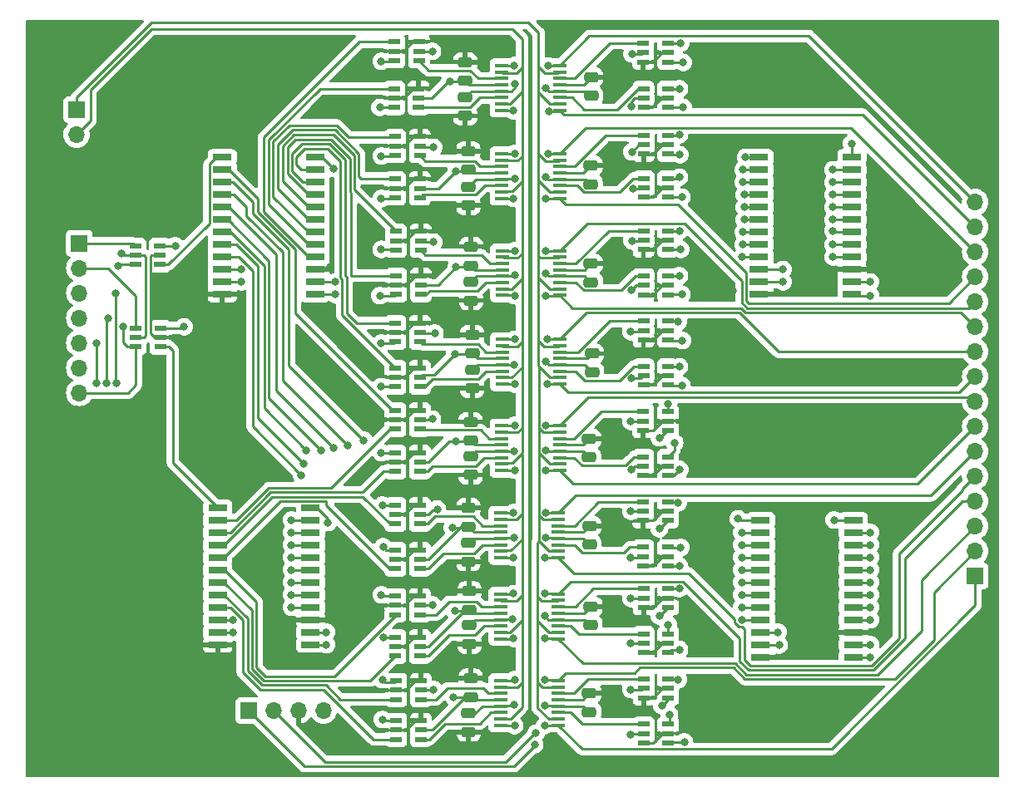
<source format=gbr>
%TF.GenerationSoftware,KiCad,Pcbnew,7.0.6-0*%
%TF.CreationDate,2024-01-17T10:16:55-05:00*%
%TF.ProjectId,SwitchingV3,53776974-6368-4696-9e67-56332e6b6963,rev?*%
%TF.SameCoordinates,Original*%
%TF.FileFunction,Copper,L1,Top*%
%TF.FilePolarity,Positive*%
%FSLAX46Y46*%
G04 Gerber Fmt 4.6, Leading zero omitted, Abs format (unit mm)*
G04 Created by KiCad (PCBNEW 7.0.6-0) date 2024-01-17 10:16:55*
%MOMM*%
%LPD*%
G01*
G04 APERTURE LIST*
G04 Aperture macros list*
%AMRoundRect*
0 Rectangle with rounded corners*
0 $1 Rounding radius*
0 $2 $3 $4 $5 $6 $7 $8 $9 X,Y pos of 4 corners*
0 Add a 4 corners polygon primitive as box body*
4,1,4,$2,$3,$4,$5,$6,$7,$8,$9,$2,$3,0*
0 Add four circle primitives for the rounded corners*
1,1,$1+$1,$2,$3*
1,1,$1+$1,$4,$5*
1,1,$1+$1,$6,$7*
1,1,$1+$1,$8,$9*
0 Add four rect primitives between the rounded corners*
20,1,$1+$1,$2,$3,$4,$5,0*
20,1,$1+$1,$4,$5,$6,$7,0*
20,1,$1+$1,$6,$7,$8,$9,0*
20,1,$1+$1,$8,$9,$2,$3,0*%
G04 Aperture macros list end*
%TA.AperFunction,SMDPad,CuDef*%
%ADD10R,1.475000X0.450000*%
%TD*%
%TA.AperFunction,SMDPad,CuDef*%
%ADD11RoundRect,0.250000X0.475000X-0.250000X0.475000X0.250000X-0.475000X0.250000X-0.475000X-0.250000X0*%
%TD*%
%TA.AperFunction,SMDPad,CuDef*%
%ADD12RoundRect,0.250000X-0.475000X0.250000X-0.475000X-0.250000X0.475000X-0.250000X0.475000X0.250000X0*%
%TD*%
%TA.AperFunction,SMDPad,CuDef*%
%ADD13R,1.200000X0.600000*%
%TD*%
%TA.AperFunction,SMDPad,CuDef*%
%ADD14R,1.950000X0.650000*%
%TD*%
%TA.AperFunction,ComponentPad*%
%ADD15R,1.700000X1.700000*%
%TD*%
%TA.AperFunction,ComponentPad*%
%ADD16O,1.700000X1.700000*%
%TD*%
%TA.AperFunction,ViaPad*%
%ADD17C,0.800000*%
%TD*%
%TA.AperFunction,Conductor*%
%ADD18C,0.250000*%
%TD*%
G04 APERTURE END LIST*
D10*
%TO.P,IC41,1,A1*%
%TO.N,e5*%
X147828000Y-121815000D03*
%TO.P,IC41,2,B1*%
%TO.N,CSOutput1*%
X147828000Y-121165000D03*
%TO.P,IC41,3,EN1*%
%TO.N,Q5_1*%
X147828000Y-120515000D03*
%TO.P,IC41,4,VSS*%
%TO.N,-34V*%
X147828000Y-119865000D03*
%TO.P,IC41,5,GND*%
%TO.N,GND*%
X147828000Y-119215000D03*
%TO.P,IC41,6,EN4*%
%TO.N,Q6_1*%
X147828000Y-118565000D03*
%TO.P,IC41,7,B4*%
%TO.N,CSOutput1*%
X147828000Y-117915000D03*
%TO.P,IC41,8,A4*%
%TO.N,e6*%
X147828000Y-117265000D03*
%TO.P,IC41,9,A3*%
X141952000Y-117265000D03*
%TO.P,IC41,10,B3*%
%TO.N,CSOutput2*%
X141952000Y-117915000D03*
%TO.P,IC41,11,EN3*%
%TO.N,Q6_2*%
X141952000Y-118565000D03*
%TO.P,IC41,12,VL*%
%TO.N,+3.3V*%
X141952000Y-119215000D03*
%TO.P,IC41,13,VDD*%
%TO.N,+34V*%
X141952000Y-119865000D03*
%TO.P,IC41,14,EN2*%
%TO.N,Q5_2*%
X141952000Y-120515000D03*
%TO.P,IC41,15,B2*%
%TO.N,CSOutput2*%
X141952000Y-121165000D03*
%TO.P,IC41,16,A2*%
%TO.N,e5*%
X141952000Y-121815000D03*
%TD*%
D11*
%TO.P,C24,1*%
%TO.N,+3.3V*%
X138336000Y-73260000D03*
%TO.P,C24,2*%
%TO.N,GND*%
X138336000Y-71360000D03*
%TD*%
D12*
%TO.P,C17,1*%
%TO.N,+34V*%
X139065000Y-102682000D03*
%TO.P,C17,2*%
%TO.N,GND*%
X139065000Y-104582000D03*
%TD*%
D11*
%TO.P,C2,1*%
%TO.N,-34V*%
X151096000Y-128712000D03*
%TO.P,C2,2*%
%TO.N,GND*%
X151096000Y-126812000D03*
%TD*%
D10*
%TO.P,IC46,1,A1*%
%TO.N,e15*%
X147938000Y-76239000D03*
%TO.P,IC46,2,B1*%
%TO.N,CSOutput1*%
X147938000Y-75589000D03*
%TO.P,IC46,3,EN1*%
%TO.N,Q15_1*%
X147938000Y-74939000D03*
%TO.P,IC46,4,VSS*%
%TO.N,-34V*%
X147938000Y-74289000D03*
%TO.P,IC46,5,GND*%
%TO.N,GND*%
X147938000Y-73639000D03*
%TO.P,IC46,6,EN4*%
%TO.N,Q16_1*%
X147938000Y-72989000D03*
%TO.P,IC46,7,B4*%
%TO.N,CSOutput1*%
X147938000Y-72339000D03*
%TO.P,IC46,8,A4*%
%TO.N,e16*%
X147938000Y-71689000D03*
%TO.P,IC46,9,A3*%
X142062000Y-71689000D03*
%TO.P,IC46,10,B3*%
%TO.N,CSOutput2*%
X142062000Y-72339000D03*
%TO.P,IC46,11,EN3*%
%TO.N,Q16_2*%
X142062000Y-72989000D03*
%TO.P,IC46,12,VL*%
%TO.N,+3.3V*%
X142062000Y-73639000D03*
%TO.P,IC46,13,VDD*%
%TO.N,+34V*%
X142062000Y-74289000D03*
%TO.P,IC46,14,EN2*%
%TO.N,Q15_2*%
X142062000Y-74939000D03*
%TO.P,IC46,15,B2*%
%TO.N,CSOutput2*%
X142062000Y-75589000D03*
%TO.P,IC46,16,A2*%
%TO.N,e15*%
X142062000Y-76239000D03*
%TD*%
D13*
%TO.P,IC1,1,B2*%
%TO.N,Net-(IC1-B2)*%
X107315000Y-100330000D03*
%TO.P,IC1,2,GND*%
%TO.N,GND*%
X107315000Y-99380000D03*
%TO.P,IC1,3,B1*%
%TO.N,Net-(IC1-B1)*%
X107315000Y-98430000D03*
%TO.P,IC1,4,A*%
%TO.N,D_control*%
X104815000Y-98430000D03*
%TO.P,IC1,5,VCC*%
%TO.N,+3.3V*%
X104815000Y-99380000D03*
%TO.P,IC1,6,S*%
%TO.N,S*%
X104815000Y-100330000D03*
%TD*%
%TO.P,IC23,1,LE*%
%TO.N,E1_2*%
X131318000Y-138435000D03*
%TO.P,IC23,2,GND*%
%TO.N,GND*%
X131318000Y-139385000D03*
%TO.P,IC23,3,D*%
%TO.N,D1_2*%
X131318000Y-140335000D03*
%TO.P,IC23,4,Q*%
%TO.N,Q1_2*%
X133818000Y-140335000D03*
%TO.P,IC23,5,VCC*%
%TO.N,+3.3V*%
X133818000Y-139385000D03*
%TO.P,IC23,6,~{OE}*%
%TO.N,GND*%
X133818000Y-138435000D03*
%TD*%
D11*
%TO.P,C16,1*%
%TO.N,-34V*%
X151163000Y-74784000D03*
%TO.P,C16,2*%
%TO.N,GND*%
X151163000Y-72884000D03*
%TD*%
%TO.P,C21,1*%
%TO.N,+3.3V*%
X139065000Y-101026000D03*
%TO.P,C21,2*%
%TO.N,GND*%
X139065000Y-99126000D03*
%TD*%
D10*
%TO.P,IC39,1,A1*%
%TO.N,e1*%
X147828000Y-138889000D03*
%TO.P,IC39,2,B1*%
%TO.N,CSOutput1*%
X147828000Y-138239000D03*
%TO.P,IC39,3,EN1*%
%TO.N,Q1_1*%
X147828000Y-137589000D03*
%TO.P,IC39,4,VSS*%
%TO.N,-34V*%
X147828000Y-136939000D03*
%TO.P,IC39,5,GND*%
%TO.N,GND*%
X147828000Y-136289000D03*
%TO.P,IC39,6,EN4*%
%TO.N,Q2_1*%
X147828000Y-135639000D03*
%TO.P,IC39,7,B4*%
%TO.N,CSOutput1*%
X147828000Y-134989000D03*
%TO.P,IC39,8,A4*%
%TO.N,e2*%
X147828000Y-134339000D03*
%TO.P,IC39,9,A3*%
X141952000Y-134339000D03*
%TO.P,IC39,10,B3*%
%TO.N,CSOutput2*%
X141952000Y-134989000D03*
%TO.P,IC39,11,EN3*%
%TO.N,Q2_2*%
X141952000Y-135639000D03*
%TO.P,IC39,12,VL*%
%TO.N,+3.3V*%
X141952000Y-136289000D03*
%TO.P,IC39,13,VDD*%
%TO.N,+34V*%
X141952000Y-136939000D03*
%TO.P,IC39,14,EN2*%
%TO.N,Q1_2*%
X141952000Y-137589000D03*
%TO.P,IC39,15,B2*%
%TO.N,CSOutput2*%
X141952000Y-138239000D03*
%TO.P,IC39,16,A2*%
%TO.N,e1*%
X141952000Y-138889000D03*
%TD*%
D13*
%TO.P,IC34,1,LE*%
%TO.N,E12_2*%
X131298000Y-88585000D03*
%TO.P,IC34,2,GND*%
%TO.N,GND*%
X131298000Y-89535000D03*
%TO.P,IC34,3,D*%
%TO.N,D12_2*%
X131298000Y-90485000D03*
%TO.P,IC34,4,Q*%
%TO.N,Q12_2*%
X133798000Y-90485000D03*
%TO.P,IC34,5,VCC*%
%TO.N,+3.3V*%
X133798000Y-89535000D03*
%TO.P,IC34,6,~{OE}*%
%TO.N,GND*%
X133798000Y-88585000D03*
%TD*%
D12*
%TO.P,C20,1*%
%TO.N,+34V*%
X138336000Y-74916000D03*
%TO.P,C20,2*%
%TO.N,GND*%
X138336000Y-76816000D03*
%TD*%
D11*
%TO.P,C22,1*%
%TO.N,+3.3V*%
X138938000Y-92060000D03*
%TO.P,C22,2*%
%TO.N,GND*%
X138938000Y-90160000D03*
%TD*%
D13*
%TO.P,IC19,1,LE*%
%TO.N,E13_1*%
X159004000Y-85095000D03*
%TO.P,IC19,2,GND*%
%TO.N,GND*%
X159004000Y-84145000D03*
%TO.P,IC19,3,D*%
%TO.N,D13_1*%
X159004000Y-83195000D03*
%TO.P,IC19,4,Q*%
%TO.N,Q13_1*%
X156504000Y-83195000D03*
%TO.P,IC19,5,VCC*%
%TO.N,+3.3V*%
X156504000Y-84145000D03*
%TO.P,IC19,6,~{OE}*%
%TO.N,GND*%
X156504000Y-85095000D03*
%TD*%
%TO.P,IC4,1,B2*%
%TO.N,Net-(IC4-B2)*%
X107275000Y-91948000D03*
%TO.P,IC4,2,GND*%
%TO.N,GND*%
X107275000Y-90998000D03*
%TO.P,IC4,3,B1*%
%TO.N,Net-(IC4-B1)*%
X107275000Y-90048000D03*
%TO.P,IC4,4,A*%
%TO.N,E_control*%
X104775000Y-90048000D03*
%TO.P,IC4,5,VCC*%
%TO.N,+3.3V*%
X104775000Y-90998000D03*
%TO.P,IC4,6,S*%
%TO.N,S*%
X104775000Y-91948000D03*
%TD*%
D12*
%TO.P,C7,1*%
%TO.N,+34V*%
X138667000Y-120307000D03*
%TO.P,C7,2*%
%TO.N,GND*%
X138667000Y-122207000D03*
%TD*%
D13*
%TO.P,IC10,1,LE*%
%TO.N,E4_1*%
X159004000Y-126888000D03*
%TO.P,IC10,2,GND*%
%TO.N,GND*%
X159004000Y-125938000D03*
%TO.P,IC10,3,D*%
%TO.N,D4_1*%
X159004000Y-124988000D03*
%TO.P,IC10,4,Q*%
%TO.N,Q4_1*%
X156504000Y-124988000D03*
%TO.P,IC10,5,VCC*%
%TO.N,+3.3V*%
X156504000Y-125938000D03*
%TO.P,IC10,6,~{OE}*%
%TO.N,GND*%
X156504000Y-126888000D03*
%TD*%
%TO.P,IC32,1,LE*%
%TO.N,E10_2*%
X131231000Y-97922000D03*
%TO.P,IC32,2,GND*%
%TO.N,GND*%
X131231000Y-98872000D03*
%TO.P,IC32,3,D*%
%TO.N,D10_2*%
X131231000Y-99822000D03*
%TO.P,IC32,4,Q*%
%TO.N,Q10_2*%
X133731000Y-99822000D03*
%TO.P,IC32,5,VCC*%
%TO.N,+3.3V*%
X133731000Y-98872000D03*
%TO.P,IC32,6,~{OE}*%
%TO.N,GND*%
X133731000Y-97922000D03*
%TD*%
D14*
%TO.P,IC3,1,COMMON_INPUT/OUTPUT*%
%TO.N,Net-(IC1-B1)*%
X168249000Y-81026000D03*
%TO.P,IC3,2,I7*%
%TO.N,D8_1*%
X168249000Y-82296000D03*
%TO.P,IC3,3,I6*%
%TO.N,D7_1*%
X168249000Y-83566000D03*
%TO.P,IC3,4,I5*%
%TO.N,D6_1*%
X168249000Y-84836000D03*
%TO.P,IC3,5,I4*%
%TO.N,D5_1*%
X168249000Y-86106000D03*
%TO.P,IC3,6,I3*%
%TO.N,D4_1*%
X168249000Y-87376000D03*
%TO.P,IC3,7,I2*%
%TO.N,D3_1*%
X168249000Y-88646000D03*
%TO.P,IC3,8,I1*%
%TO.N,D2_1*%
X168249000Y-89916000D03*
%TO.P,IC3,9,I0*%
%TO.N,D1_1*%
X168249000Y-91186000D03*
%TO.P,IC3,10,S0*%
%TO.N,S0*%
X168249000Y-92456000D03*
%TO.P,IC3,11,S1*%
%TO.N,S1*%
X168249000Y-93726000D03*
%TO.P,IC3,12,GND*%
%TO.N,GND*%
X168249000Y-94996000D03*
%TO.P,IC3,13,S3*%
%TO.N,S3*%
X177699000Y-94996000D03*
%TO.P,IC3,14,S2*%
%TO.N,S2*%
X177699000Y-93726000D03*
%TO.P,IC3,15,~{E}*%
%TO.N,GND*%
X177699000Y-92456000D03*
%TO.P,IC3,16,I15*%
%TO.N,D16_1*%
X177699000Y-91186000D03*
%TO.P,IC3,17,I14*%
%TO.N,D15_1*%
X177699000Y-89916000D03*
%TO.P,IC3,18,I13*%
%TO.N,D14_1*%
X177699000Y-88646000D03*
%TO.P,IC3,19,I12*%
%TO.N,D13_1*%
X177699000Y-87376000D03*
%TO.P,IC3,20,I11*%
%TO.N,D12_1*%
X177699000Y-86106000D03*
%TO.P,IC3,21,I10*%
%TO.N,D11_1*%
X177699000Y-84836000D03*
%TO.P,IC3,22,I9*%
%TO.N,D10_1*%
X177699000Y-83566000D03*
%TO.P,IC3,23,I8*%
%TO.N,D9_1*%
X177699000Y-82296000D03*
%TO.P,IC3,24,VCC*%
%TO.N,+3.3V*%
X177699000Y-81026000D03*
%TD*%
D12*
%TO.P,C18,1*%
%TO.N,+34V*%
X138938000Y-93716000D03*
%TO.P,C18,2*%
%TO.N,GND*%
X138938000Y-95616000D03*
%TD*%
%TO.P,C6,1*%
%TO.N,+34V*%
X138777000Y-128717000D03*
%TO.P,C6,2*%
%TO.N,GND*%
X138777000Y-130617000D03*
%TD*%
D11*
%TO.P,C13,1*%
%TO.N,-34V*%
X151257000Y-102931000D03*
%TO.P,C13,2*%
%TO.N,GND*%
X151257000Y-101031000D03*
%TD*%
D13*
%TO.P,IC27,1,LE*%
%TO.N,E5_2*%
X131231000Y-121036000D03*
%TO.P,IC27,2,GND*%
%TO.N,GND*%
X131231000Y-121986000D03*
%TO.P,IC27,3,D*%
%TO.N,D5_2*%
X131231000Y-122936000D03*
%TO.P,IC27,4,Q*%
%TO.N,Q5_2*%
X133731000Y-122936000D03*
%TO.P,IC27,5,VCC*%
%TO.N,+3.3V*%
X133731000Y-121986000D03*
%TO.P,IC27,6,~{OE}*%
%TO.N,GND*%
X133731000Y-121036000D03*
%TD*%
%TO.P,IC29,1,LE*%
%TO.N,E7_2*%
X131231000Y-111130000D03*
%TO.P,IC29,2,GND*%
%TO.N,GND*%
X131231000Y-112080000D03*
%TO.P,IC29,3,D*%
%TO.N,D7_2*%
X131231000Y-113030000D03*
%TO.P,IC29,4,Q*%
%TO.N,Q7_2*%
X133731000Y-113030000D03*
%TO.P,IC29,5,VCC*%
%TO.N,+3.3V*%
X133731000Y-112080000D03*
%TO.P,IC29,6,~{OE}*%
%TO.N,GND*%
X133731000Y-111130000D03*
%TD*%
%TO.P,IC35,1,LE*%
%TO.N,E13_2*%
X131211000Y-83251000D03*
%TO.P,IC35,2,GND*%
%TO.N,GND*%
X131211000Y-84201000D03*
%TO.P,IC35,3,D*%
%TO.N,D13_2*%
X131211000Y-85151000D03*
%TO.P,IC35,4,Q*%
%TO.N,Q13_2*%
X133711000Y-85151000D03*
%TO.P,IC35,5,VCC*%
%TO.N,+3.3V*%
X133711000Y-84201000D03*
%TO.P,IC35,6,~{OE}*%
%TO.N,GND*%
X133711000Y-83251000D03*
%TD*%
%TO.P,IC24,1,LE*%
%TO.N,E2_2*%
X131318000Y-134371000D03*
%TO.P,IC24,2,GND*%
%TO.N,GND*%
X131318000Y-135321000D03*
%TO.P,IC24,3,D*%
%TO.N,D2_2*%
X131318000Y-136271000D03*
%TO.P,IC24,4,Q*%
%TO.N,Q2_2*%
X133818000Y-136271000D03*
%TO.P,IC24,5,VCC*%
%TO.N,+3.3V*%
X133818000Y-135321000D03*
%TO.P,IC24,6,~{OE}*%
%TO.N,GND*%
X133818000Y-134371000D03*
%TD*%
D12*
%TO.P,C8,1*%
%TO.N,+34V*%
X138897500Y-111493000D03*
%TO.P,C8,2*%
%TO.N,GND*%
X138897500Y-113393000D03*
%TD*%
D14*
%TO.P,IC2,1,COMMON_INPUT/OUTPUT*%
%TO.N,Net-(IC1-B2)*%
X113157000Y-116713000D03*
%TO.P,IC2,2,I7*%
%TO.N,D8_2*%
X113157000Y-117983000D03*
%TO.P,IC2,3,I6*%
%TO.N,D7_2*%
X113157000Y-119253000D03*
%TO.P,IC2,4,I5*%
%TO.N,D6_2*%
X113157000Y-120523000D03*
%TO.P,IC2,5,I4*%
%TO.N,D5_2*%
X113157000Y-121793000D03*
%TO.P,IC2,6,I3*%
%TO.N,D4_2*%
X113157000Y-123063000D03*
%TO.P,IC2,7,I2*%
%TO.N,D3_2*%
X113157000Y-124333000D03*
%TO.P,IC2,8,I1*%
%TO.N,D2_2*%
X113157000Y-125603000D03*
%TO.P,IC2,9,I0*%
%TO.N,D1_2*%
X113157000Y-126873000D03*
%TO.P,IC2,10,S0*%
%TO.N,S0*%
X113157000Y-128143000D03*
%TO.P,IC2,11,S1*%
%TO.N,S1*%
X113157000Y-129413000D03*
%TO.P,IC2,12,GND*%
%TO.N,GND*%
X113157000Y-130683000D03*
%TO.P,IC2,13,S3*%
%TO.N,S3*%
X122607000Y-130683000D03*
%TO.P,IC2,14,S2*%
%TO.N,S2*%
X122607000Y-129413000D03*
%TO.P,IC2,15,~{E}*%
%TO.N,GND*%
X122607000Y-128143000D03*
%TO.P,IC2,16,I15*%
%TO.N,D16_2*%
X122607000Y-126873000D03*
%TO.P,IC2,17,I14*%
%TO.N,D15_2*%
X122607000Y-125603000D03*
%TO.P,IC2,18,I13*%
%TO.N,D14_2*%
X122607000Y-124333000D03*
%TO.P,IC2,19,I12*%
%TO.N,D13_2*%
X122607000Y-123063000D03*
%TO.P,IC2,20,I11*%
%TO.N,D12_2*%
X122607000Y-121793000D03*
%TO.P,IC2,21,I10*%
%TO.N,D11_2*%
X122607000Y-120523000D03*
%TO.P,IC2,22,I9*%
%TO.N,D10_2*%
X122607000Y-119253000D03*
%TO.P,IC2,23,I8*%
%TO.N,D9_2*%
X122607000Y-117983000D03*
%TO.P,IC2,24,VCC*%
%TO.N,+3.3V*%
X122607000Y-116713000D03*
%TD*%
D13*
%TO.P,IC17,1,LE*%
%TO.N,E11_1*%
X158984000Y-95029000D03*
%TO.P,IC17,2,GND*%
%TO.N,GND*%
X158984000Y-94079000D03*
%TO.P,IC17,3,D*%
%TO.N,D11_1*%
X158984000Y-93129000D03*
%TO.P,IC17,4,Q*%
%TO.N,Q11_1*%
X156484000Y-93129000D03*
%TO.P,IC17,5,VCC*%
%TO.N,+3.3V*%
X156484000Y-94079000D03*
%TO.P,IC17,6,~{OE}*%
%TO.N,GND*%
X156484000Y-95029000D03*
%TD*%
D11*
%TO.P,C1,1*%
%TO.N,-34V*%
X150969000Y-137538000D03*
%TO.P,C1,2*%
%TO.N,GND*%
X150969000Y-135638000D03*
%TD*%
%TO.P,C3,1*%
%TO.N,-34V*%
X150986000Y-120490000D03*
%TO.P,C3,2*%
%TO.N,GND*%
X150986000Y-118590000D03*
%TD*%
D13*
%TO.P,IC16,1,LE*%
%TO.N,E10_1*%
X158984000Y-99629000D03*
%TO.P,IC16,2,GND*%
%TO.N,GND*%
X158984000Y-98679000D03*
%TO.P,IC16,3,D*%
%TO.N,D10_1*%
X158984000Y-97729000D03*
%TO.P,IC16,4,Q*%
%TO.N,Q10_1*%
X156484000Y-97729000D03*
%TO.P,IC16,5,VCC*%
%TO.N,+3.3V*%
X156484000Y-98679000D03*
%TO.P,IC16,6,~{OE}*%
%TO.N,GND*%
X156484000Y-99629000D03*
%TD*%
%TO.P,IC38,1,LE*%
%TO.N,E16_2*%
X131124000Y-69281000D03*
%TO.P,IC38,2,GND*%
%TO.N,GND*%
X131124000Y-70231000D03*
%TO.P,IC38,3,D*%
%TO.N,D16_2*%
X131124000Y-71181000D03*
%TO.P,IC38,4,Q*%
%TO.N,Q16_2*%
X133624000Y-71181000D03*
%TO.P,IC38,5,VCC*%
%TO.N,+3.3V*%
X133624000Y-70231000D03*
%TO.P,IC38,6,~{OE}*%
%TO.N,GND*%
X133624000Y-69281000D03*
%TD*%
%TO.P,IC9,1,LE*%
%TO.N,E3_1*%
X159004000Y-131488000D03*
%TO.P,IC9,2,GND*%
%TO.N,GND*%
X159004000Y-130538000D03*
%TO.P,IC9,3,D*%
%TO.N,D3_1*%
X159004000Y-129588000D03*
%TO.P,IC9,4,Q*%
%TO.N,Q3_1*%
X156504000Y-129588000D03*
%TO.P,IC9,5,VCC*%
%TO.N,+3.3V*%
X156504000Y-130538000D03*
%TO.P,IC9,6,~{OE}*%
%TO.N,GND*%
X156504000Y-131488000D03*
%TD*%
D11*
%TO.P,C15,1*%
%TO.N,-34V*%
X151113000Y-83766000D03*
%TO.P,C15,2*%
%TO.N,GND*%
X151113000Y-81866000D03*
%TD*%
D13*
%TO.P,IC37,1,LE*%
%TO.N,E15_2*%
X131104000Y-74041000D03*
%TO.P,IC37,2,GND*%
%TO.N,GND*%
X131104000Y-74991000D03*
%TO.P,IC37,3,D*%
%TO.N,D15_2*%
X131104000Y-75941000D03*
%TO.P,IC37,4,Q*%
%TO.N,Q15_2*%
X133604000Y-75941000D03*
%TO.P,IC37,5,VCC*%
%TO.N,+3.3V*%
X133604000Y-74991000D03*
%TO.P,IC37,6,~{OE}*%
%TO.N,GND*%
X133604000Y-74041000D03*
%TD*%
D10*
%TO.P,IC45,1,A1*%
%TO.N,e13*%
X147955000Y-85218000D03*
%TO.P,IC45,2,B1*%
%TO.N,CSOutput1*%
X147955000Y-84568000D03*
%TO.P,IC45,3,EN1*%
%TO.N,Q13_1*%
X147955000Y-83918000D03*
%TO.P,IC45,4,VSS*%
%TO.N,-34V*%
X147955000Y-83268000D03*
%TO.P,IC45,5,GND*%
%TO.N,GND*%
X147955000Y-82618000D03*
%TO.P,IC45,6,EN4*%
%TO.N,Q14_1*%
X147955000Y-81968000D03*
%TO.P,IC45,7,B4*%
%TO.N,CSOutput1*%
X147955000Y-81318000D03*
%TO.P,IC45,8,A4*%
%TO.N,e14*%
X147955000Y-80668000D03*
%TO.P,IC45,9,A3*%
X142079000Y-80668000D03*
%TO.P,IC45,10,B3*%
%TO.N,CSOutput2*%
X142079000Y-81318000D03*
%TO.P,IC45,11,EN3*%
%TO.N,Q14_2*%
X142079000Y-81968000D03*
%TO.P,IC45,12,VL*%
%TO.N,+3.3V*%
X142079000Y-82618000D03*
%TO.P,IC45,13,VDD*%
%TO.N,+34V*%
X142079000Y-83268000D03*
%TO.P,IC45,14,EN2*%
%TO.N,Q13_2*%
X142079000Y-83918000D03*
%TO.P,IC45,15,B2*%
%TO.N,CSOutput2*%
X142079000Y-84568000D03*
%TO.P,IC45,16,A2*%
%TO.N,e13*%
X142079000Y-85218000D03*
%TD*%
D11*
%TO.P,C12,1*%
%TO.N,+3.3V*%
X138897500Y-109898000D03*
%TO.P,C12,2*%
%TO.N,GND*%
X138897500Y-107998000D03*
%TD*%
D15*
%TO.P,J3,1,Pin_1*%
%TO.N,E_control*%
X99060000Y-89789000D03*
D16*
%TO.P,J3,2,Pin_2*%
%TO.N,D_control*%
X99060000Y-92329000D03*
%TO.P,J3,3,Pin_3*%
%TO.N,S0*%
X99060000Y-94869000D03*
%TO.P,J3,4,Pin_4*%
%TO.N,S1*%
X99060000Y-97409000D03*
%TO.P,J3,5,Pin_5*%
%TO.N,S2*%
X99060000Y-99949000D03*
%TO.P,J3,6,Pin_6*%
%TO.N,S3*%
X99060000Y-102489000D03*
%TO.P,J3,7,Pin_7*%
%TO.N,S*%
X99060000Y-105029000D03*
%TD*%
D15*
%TO.P,J4,1,Pin_1*%
%TO.N,e1*%
X190246000Y-123698000D03*
D16*
%TO.P,J4,2,Pin_2*%
%TO.N,e2*%
X190246000Y-121158000D03*
%TO.P,J4,3,Pin_3*%
%TO.N,e3*%
X190246000Y-118618000D03*
%TO.P,J4,4,Pin_4*%
%TO.N,e4*%
X190246000Y-116078000D03*
%TO.P,J4,5,Pin_5*%
%TO.N,e5*%
X190246000Y-113538000D03*
%TO.P,J4,6,Pin_6*%
%TO.N,e6*%
X190246000Y-110998000D03*
%TO.P,J4,7,Pin_7*%
%TO.N,e7*%
X190246000Y-108458000D03*
%TO.P,J4,8,Pin_8*%
%TO.N,e8*%
X190246000Y-105918000D03*
%TO.P,J4,9,Pin_9*%
%TO.N,e9*%
X190246000Y-103378000D03*
%TO.P,J4,10,Pin_10*%
%TO.N,e10*%
X190246000Y-100838000D03*
%TO.P,J4,11,Pin_11*%
%TO.N,e11*%
X190246000Y-98298000D03*
%TO.P,J4,12,Pin_12*%
%TO.N,e12*%
X190246000Y-95758000D03*
%TO.P,J4,13,Pin_13*%
%TO.N,e13*%
X190246000Y-93218000D03*
%TO.P,J4,14,Pin_14*%
%TO.N,e14*%
X190246000Y-90678000D03*
%TO.P,J4,15,Pin_15*%
%TO.N,e15*%
X190246000Y-88138000D03*
%TO.P,J4,16,Pin_16*%
%TO.N,e16*%
X190246000Y-85598000D03*
%TD*%
D13*
%TO.P,IC21,1,LE*%
%TO.N,E15_1*%
X158984000Y-75951000D03*
%TO.P,IC21,2,GND*%
%TO.N,GND*%
X158984000Y-75001000D03*
%TO.P,IC21,3,D*%
%TO.N,D15_1*%
X158984000Y-74051000D03*
%TO.P,IC21,4,Q*%
%TO.N,Q15_1*%
X156484000Y-74051000D03*
%TO.P,IC21,5,VCC*%
%TO.N,+3.3V*%
X156484000Y-75001000D03*
%TO.P,IC21,6,~{OE}*%
%TO.N,GND*%
X156484000Y-75951000D03*
%TD*%
%TO.P,IC7,1,LE*%
%TO.N,E1_1*%
X159004000Y-140688000D03*
%TO.P,IC7,2,GND*%
%TO.N,GND*%
X159004000Y-139738000D03*
%TO.P,IC7,3,D*%
%TO.N,D1_1*%
X159004000Y-138788000D03*
%TO.P,IC7,4,Q*%
%TO.N,Q1_1*%
X156504000Y-138788000D03*
%TO.P,IC7,5,VCC*%
%TO.N,+3.3V*%
X156504000Y-139738000D03*
%TO.P,IC7,6,~{OE}*%
%TO.N,GND*%
X156504000Y-140688000D03*
%TD*%
D12*
%TO.P,C5,1*%
%TO.N,+34V*%
X138684000Y-137670000D03*
%TO.P,C5,2*%
%TO.N,GND*%
X138684000Y-139570000D03*
%TD*%
D13*
%TO.P,IC20,1,LE*%
%TO.N,E14_1*%
X159004000Y-80711000D03*
%TO.P,IC20,2,GND*%
%TO.N,GND*%
X159004000Y-79761000D03*
%TO.P,IC20,3,D*%
%TO.N,D14_1*%
X159004000Y-78811000D03*
%TO.P,IC20,4,Q*%
%TO.N,Q14_1*%
X156504000Y-78811000D03*
%TO.P,IC20,5,VCC*%
%TO.N,+3.3V*%
X156504000Y-79761000D03*
%TO.P,IC20,6,~{OE}*%
%TO.N,GND*%
X156504000Y-80711000D03*
%TD*%
%TO.P,IC8,1,LE*%
%TO.N,E2_1*%
X159004000Y-136088000D03*
%TO.P,IC8,2,GND*%
%TO.N,GND*%
X159004000Y-135138000D03*
%TO.P,IC8,3,D*%
%TO.N,D2_1*%
X159004000Y-134188000D03*
%TO.P,IC8,4,Q*%
%TO.N,Q2_1*%
X156504000Y-134188000D03*
%TO.P,IC8,5,VCC*%
%TO.N,+3.3V*%
X156504000Y-135138000D03*
%TO.P,IC8,6,~{OE}*%
%TO.N,GND*%
X156504000Y-136088000D03*
%TD*%
%TO.P,IC30,1,LE*%
%TO.N,E8_2*%
X131231000Y-106812000D03*
%TO.P,IC30,2,GND*%
%TO.N,GND*%
X131231000Y-107762000D03*
%TO.P,IC30,3,D*%
%TO.N,D8_2*%
X131231000Y-108712000D03*
%TO.P,IC30,4,Q*%
%TO.N,Q8_2*%
X133731000Y-108712000D03*
%TO.P,IC30,5,VCC*%
%TO.N,+3.3V*%
X133731000Y-107762000D03*
%TO.P,IC30,6,~{OE}*%
%TO.N,GND*%
X133731000Y-106812000D03*
%TD*%
%TO.P,IC15,1,LE*%
%TO.N,E9_1*%
X158984000Y-104229000D03*
%TO.P,IC15,2,GND*%
%TO.N,GND*%
X158984000Y-103279000D03*
%TO.P,IC15,3,D*%
%TO.N,D9_1*%
X158984000Y-102329000D03*
%TO.P,IC15,4,Q*%
%TO.N,Q9_1*%
X156484000Y-102329000D03*
%TO.P,IC15,5,VCC*%
%TO.N,+3.3V*%
X156484000Y-103279000D03*
%TO.P,IC15,6,~{OE}*%
%TO.N,GND*%
X156484000Y-104229000D03*
%TD*%
D14*
%TO.P,IC5,1,COMMON_INPUT/OUTPUT*%
%TO.N,Net-(IC4-B2)*%
X113613000Y-81026000D03*
%TO.P,IC5,2,I7*%
%TO.N,E8_2*%
X113613000Y-82296000D03*
%TO.P,IC5,3,I6*%
%TO.N,E7_2*%
X113613000Y-83566000D03*
%TO.P,IC5,4,I5*%
%TO.N,E6_2*%
X113613000Y-84836000D03*
%TO.P,IC5,5,I4*%
%TO.N,E5_2*%
X113613000Y-86106000D03*
%TO.P,IC5,6,I3*%
%TO.N,E4_2*%
X113613000Y-87376000D03*
%TO.P,IC5,7,I2*%
%TO.N,E3_2*%
X113613000Y-88646000D03*
%TO.P,IC5,8,I1*%
%TO.N,E2_2*%
X113613000Y-89916000D03*
%TO.P,IC5,9,I0*%
%TO.N,E1_2*%
X113613000Y-91186000D03*
%TO.P,IC5,10,S0*%
%TO.N,S0*%
X113613000Y-92456000D03*
%TO.P,IC5,11,S1*%
%TO.N,S1*%
X113613000Y-93726000D03*
%TO.P,IC5,12,GND*%
%TO.N,GND*%
X113613000Y-94996000D03*
%TO.P,IC5,13,S3*%
%TO.N,S3*%
X123063000Y-94996000D03*
%TO.P,IC5,14,S2*%
%TO.N,S2*%
X123063000Y-93726000D03*
%TO.P,IC5,15,~{E}*%
%TO.N,GND*%
X123063000Y-92456000D03*
%TO.P,IC5,16,I15*%
%TO.N,E16_2*%
X123063000Y-91186000D03*
%TO.P,IC5,17,I14*%
%TO.N,E15_2*%
X123063000Y-89916000D03*
%TO.P,IC5,18,I13*%
%TO.N,E14_2*%
X123063000Y-88646000D03*
%TO.P,IC5,19,I12*%
%TO.N,E13_2*%
X123063000Y-87376000D03*
%TO.P,IC5,20,I11*%
%TO.N,E12_2*%
X123063000Y-86106000D03*
%TO.P,IC5,21,I10*%
%TO.N,E11_2*%
X123063000Y-84836000D03*
%TO.P,IC5,22,I9*%
%TO.N,E10_2*%
X123063000Y-83566000D03*
%TO.P,IC5,23,I8*%
%TO.N,E9_2*%
X123063000Y-82296000D03*
%TO.P,IC5,24,VCC*%
%TO.N,+3.3V*%
X123063000Y-81026000D03*
%TD*%
D15*
%TO.P,J2,1,Pin_1*%
%TO.N,CSOutput1*%
X98781000Y-76180000D03*
D16*
%TO.P,J2,2,Pin_2*%
%TO.N,CSOutput2*%
X98781000Y-78720000D03*
%TD*%
D11*
%TO.P,C4,1*%
%TO.N,-34V*%
X150962500Y-111615000D03*
%TO.P,C4,2*%
%TO.N,GND*%
X150962500Y-109715000D03*
%TD*%
D15*
%TO.P,J1,1,Pin_1*%
%TO.N,+34V*%
X116307000Y-137394000D03*
D16*
%TO.P,J1,2,Pin_2*%
%TO.N,-34V*%
X118847000Y-137394000D03*
%TO.P,J1,3,Pin_3*%
%TO.N,GND*%
X121387000Y-137394000D03*
%TO.P,J1,4,Pin_4*%
%TO.N,+3.3V*%
X123927000Y-137394000D03*
%TD*%
D12*
%TO.P,C19,1*%
%TO.N,+34V*%
X138667000Y-84025000D03*
%TO.P,C19,2*%
%TO.N,GND*%
X138667000Y-85925000D03*
%TD*%
D13*
%TO.P,IC26,1,LE*%
%TO.N,E4_2*%
X131231000Y-125735000D03*
%TO.P,IC26,2,GND*%
%TO.N,GND*%
X131231000Y-126685000D03*
%TO.P,IC26,3,D*%
%TO.N,D4_2*%
X131231000Y-127635000D03*
%TO.P,IC26,4,Q*%
%TO.N,Q4_2*%
X133731000Y-127635000D03*
%TO.P,IC26,5,VCC*%
%TO.N,+3.3V*%
X133731000Y-126685000D03*
%TO.P,IC26,6,~{OE}*%
%TO.N,GND*%
X133731000Y-125735000D03*
%TD*%
%TO.P,IC22,1,LE*%
%TO.N,E16_1*%
X158964000Y-71318000D03*
%TO.P,IC22,2,GND*%
%TO.N,GND*%
X158964000Y-70368000D03*
%TO.P,IC22,3,D*%
%TO.N,D16_1*%
X158964000Y-69418000D03*
%TO.P,IC22,4,Q*%
%TO.N,Q16_1*%
X156464000Y-69418000D03*
%TO.P,IC22,5,VCC*%
%TO.N,+3.3V*%
X156464000Y-70368000D03*
%TO.P,IC22,6,~{OE}*%
%TO.N,GND*%
X156464000Y-71318000D03*
%TD*%
D10*
%TO.P,IC42,1,A1*%
%TO.N,e7*%
X147931500Y-112940000D03*
%TO.P,IC42,2,B1*%
%TO.N,CSOutput1*%
X147931500Y-112290000D03*
%TO.P,IC42,3,EN1*%
%TO.N,Q7_1*%
X147931500Y-111640000D03*
%TO.P,IC42,4,VSS*%
%TO.N,-34V*%
X147931500Y-110990000D03*
%TO.P,IC42,5,GND*%
%TO.N,GND*%
X147931500Y-110340000D03*
%TO.P,IC42,6,EN4*%
%TO.N,Q8_1*%
X147931500Y-109690000D03*
%TO.P,IC42,7,B4*%
%TO.N,CSOutput1*%
X147931500Y-109040000D03*
%TO.P,IC42,8,A4*%
%TO.N,e8*%
X147931500Y-108390000D03*
%TO.P,IC42,9,A3*%
X142055500Y-108390000D03*
%TO.P,IC42,10,B3*%
%TO.N,CSOutput2*%
X142055500Y-109040000D03*
%TO.P,IC42,11,EN3*%
%TO.N,Q8_2*%
X142055500Y-109690000D03*
%TO.P,IC42,12,VL*%
%TO.N,+3.3V*%
X142055500Y-110340000D03*
%TO.P,IC42,13,VDD*%
%TO.N,+34V*%
X142055500Y-110990000D03*
%TO.P,IC42,14,EN2*%
%TO.N,Q7_2*%
X142055500Y-111640000D03*
%TO.P,IC42,15,B2*%
%TO.N,CSOutput2*%
X142055500Y-112290000D03*
%TO.P,IC42,16,A2*%
%TO.N,e7*%
X142055500Y-112940000D03*
%TD*%
D11*
%TO.P,C9,1*%
%TO.N,+3.3V*%
X138904000Y-136014000D03*
%TO.P,C9,2*%
%TO.N,GND*%
X138904000Y-134114000D03*
%TD*%
D13*
%TO.P,IC36,1,LE*%
%TO.N,E14_2*%
X131211000Y-78933000D03*
%TO.P,IC36,2,GND*%
%TO.N,GND*%
X131211000Y-79883000D03*
%TO.P,IC36,3,D*%
%TO.N,D14_2*%
X131211000Y-80833000D03*
%TO.P,IC36,4,Q*%
%TO.N,Q14_2*%
X133711000Y-80833000D03*
%TO.P,IC36,5,VCC*%
%TO.N,+3.3V*%
X133711000Y-79883000D03*
%TO.P,IC36,6,~{OE}*%
%TO.N,GND*%
X133711000Y-78933000D03*
%TD*%
%TO.P,IC25,1,LE*%
%TO.N,E3_2*%
X131231000Y-129926000D03*
%TO.P,IC25,2,GND*%
%TO.N,GND*%
X131231000Y-130876000D03*
%TO.P,IC25,3,D*%
%TO.N,D3_2*%
X131231000Y-131826000D03*
%TO.P,IC25,4,Q*%
%TO.N,Q3_2*%
X133731000Y-131826000D03*
%TO.P,IC25,5,VCC*%
%TO.N,+3.3V*%
X133731000Y-130876000D03*
%TO.P,IC25,6,~{OE}*%
%TO.N,GND*%
X133731000Y-129926000D03*
%TD*%
D14*
%TO.P,IC6,1,COMMON_INPUT/OUTPUT*%
%TO.N,Net-(IC4-B1)*%
X168402000Y-117983000D03*
%TO.P,IC6,2,I7*%
%TO.N,E8_1*%
X168402000Y-119253000D03*
%TO.P,IC6,3,I6*%
%TO.N,E7_1*%
X168402000Y-120523000D03*
%TO.P,IC6,4,I5*%
%TO.N,E6_1*%
X168402000Y-121793000D03*
%TO.P,IC6,5,I4*%
%TO.N,E5_1*%
X168402000Y-123063000D03*
%TO.P,IC6,6,I3*%
%TO.N,E4_1*%
X168402000Y-124333000D03*
%TO.P,IC6,7,I2*%
%TO.N,E3_1*%
X168402000Y-125603000D03*
%TO.P,IC6,8,I1*%
%TO.N,E2_1*%
X168402000Y-126873000D03*
%TO.P,IC6,9,I0*%
%TO.N,E1_1*%
X168402000Y-128143000D03*
%TO.P,IC6,10,S0*%
%TO.N,S0*%
X168402000Y-129413000D03*
%TO.P,IC6,11,S1*%
%TO.N,S1*%
X168402000Y-130683000D03*
%TO.P,IC6,12,GND*%
%TO.N,GND*%
X168402000Y-131953000D03*
%TO.P,IC6,13,S3*%
%TO.N,S3*%
X177852000Y-131953000D03*
%TO.P,IC6,14,S2*%
%TO.N,S2*%
X177852000Y-130683000D03*
%TO.P,IC6,15,~{E}*%
%TO.N,GND*%
X177852000Y-129413000D03*
%TO.P,IC6,16,I15*%
%TO.N,E16_1*%
X177852000Y-128143000D03*
%TO.P,IC6,17,I14*%
%TO.N,E15_1*%
X177852000Y-126873000D03*
%TO.P,IC6,18,I13*%
%TO.N,E14_1*%
X177852000Y-125603000D03*
%TO.P,IC6,19,I12*%
%TO.N,E13_1*%
X177852000Y-124333000D03*
%TO.P,IC6,20,I11*%
%TO.N,E12_1*%
X177852000Y-123063000D03*
%TO.P,IC6,21,I10*%
%TO.N,E11_1*%
X177852000Y-121793000D03*
%TO.P,IC6,22,I9*%
%TO.N,E10_1*%
X177852000Y-120523000D03*
%TO.P,IC6,23,I8*%
%TO.N,E9_1*%
X177852000Y-119253000D03*
%TO.P,IC6,24,VCC*%
%TO.N,+3.3V*%
X177852000Y-117983000D03*
%TD*%
D11*
%TO.P,C11,1*%
%TO.N,+3.3V*%
X138667000Y-118646000D03*
%TO.P,C11,2*%
%TO.N,GND*%
X138667000Y-116746000D03*
%TD*%
%TO.P,C14,1*%
%TO.N,-34V*%
X151130000Y-93772000D03*
%TO.P,C14,2*%
%TO.N,GND*%
X151130000Y-91872000D03*
%TD*%
D10*
%TO.P,IC40,1,A1*%
%TO.N,e3*%
X147828000Y-130078000D03*
%TO.P,IC40,2,B1*%
%TO.N,CSOutput1*%
X147828000Y-129428000D03*
%TO.P,IC40,3,EN1*%
%TO.N,Q3_1*%
X147828000Y-128778000D03*
%TO.P,IC40,4,VSS*%
%TO.N,-34V*%
X147828000Y-128128000D03*
%TO.P,IC40,5,GND*%
%TO.N,GND*%
X147828000Y-127478000D03*
%TO.P,IC40,6,EN4*%
%TO.N,Q4_1*%
X147828000Y-126828000D03*
%TO.P,IC40,7,B4*%
%TO.N,CSOutput1*%
X147828000Y-126178000D03*
%TO.P,IC40,8,A4*%
%TO.N,e4*%
X147828000Y-125528000D03*
%TO.P,IC40,9,A3*%
X141952000Y-125528000D03*
%TO.P,IC40,10,B3*%
%TO.N,CSOutput2*%
X141952000Y-126178000D03*
%TO.P,IC40,11,EN3*%
%TO.N,Q4_2*%
X141952000Y-126828000D03*
%TO.P,IC40,12,VL*%
%TO.N,+3.3V*%
X141952000Y-127478000D03*
%TO.P,IC40,13,VDD*%
%TO.N,+34V*%
X141952000Y-128128000D03*
%TO.P,IC40,14,EN2*%
%TO.N,Q3_2*%
X141952000Y-128778000D03*
%TO.P,IC40,15,B2*%
%TO.N,CSOutput2*%
X141952000Y-129428000D03*
%TO.P,IC40,16,A2*%
%TO.N,e3*%
X141952000Y-130078000D03*
%TD*%
%TO.P,IC44,1,A1*%
%TO.N,e11*%
X147972000Y-95097000D03*
%TO.P,IC44,2,B1*%
%TO.N,CSOutput1*%
X147972000Y-94447000D03*
%TO.P,IC44,3,EN1*%
%TO.N,Q11_1*%
X147972000Y-93797000D03*
%TO.P,IC44,4,VSS*%
%TO.N,-34V*%
X147972000Y-93147000D03*
%TO.P,IC44,5,GND*%
%TO.N,GND*%
X147972000Y-92497000D03*
%TO.P,IC44,6,EN4*%
%TO.N,Q12_1*%
X147972000Y-91847000D03*
%TO.P,IC44,7,B4*%
%TO.N,CSOutput1*%
X147972000Y-91197000D03*
%TO.P,IC44,8,A4*%
%TO.N,e12*%
X147972000Y-90547000D03*
%TO.P,IC44,9,A3*%
X142096000Y-90547000D03*
%TO.P,IC44,10,B3*%
%TO.N,CSOutput2*%
X142096000Y-91197000D03*
%TO.P,IC44,11,EN3*%
%TO.N,Q12_2*%
X142096000Y-91847000D03*
%TO.P,IC44,12,VL*%
%TO.N,+3.3V*%
X142096000Y-92497000D03*
%TO.P,IC44,13,VDD*%
%TO.N,+34V*%
X142096000Y-93147000D03*
%TO.P,IC44,14,EN2*%
%TO.N,Q11_2*%
X142096000Y-93797000D03*
%TO.P,IC44,15,B2*%
%TO.N,CSOutput2*%
X142096000Y-94447000D03*
%TO.P,IC44,16,A2*%
%TO.N,e11*%
X142096000Y-95097000D03*
%TD*%
D13*
%TO.P,IC13,1,LE*%
%TO.N,E7_1*%
X158964000Y-113449000D03*
%TO.P,IC13,2,GND*%
%TO.N,GND*%
X158964000Y-112499000D03*
%TO.P,IC13,3,D*%
%TO.N,D7_1*%
X158964000Y-111549000D03*
%TO.P,IC13,4,Q*%
%TO.N,Q7_1*%
X156464000Y-111549000D03*
%TO.P,IC13,5,VCC*%
%TO.N,+3.3V*%
X156464000Y-112499000D03*
%TO.P,IC13,6,~{OE}*%
%TO.N,GND*%
X156464000Y-113449000D03*
%TD*%
%TO.P,IC11,1,LE*%
%TO.N,E5_1*%
X158964000Y-122649000D03*
%TO.P,IC11,2,GND*%
%TO.N,GND*%
X158964000Y-121699000D03*
%TO.P,IC11,3,D*%
%TO.N,D5_1*%
X158964000Y-120749000D03*
%TO.P,IC11,4,Q*%
%TO.N,Q5_1*%
X156464000Y-120749000D03*
%TO.P,IC11,5,VCC*%
%TO.N,+3.3V*%
X156464000Y-121699000D03*
%TO.P,IC11,6,~{OE}*%
%TO.N,GND*%
X156464000Y-122649000D03*
%TD*%
%TO.P,IC12,1,LE*%
%TO.N,E6_1*%
X158964000Y-118049000D03*
%TO.P,IC12,2,GND*%
%TO.N,GND*%
X158964000Y-117099000D03*
%TO.P,IC12,3,D*%
%TO.N,D6_1*%
X158964000Y-116149000D03*
%TO.P,IC12,4,Q*%
%TO.N,Q6_1*%
X156464000Y-116149000D03*
%TO.P,IC12,5,VCC*%
%TO.N,+3.3V*%
X156464000Y-117099000D03*
%TO.P,IC12,6,~{OE}*%
%TO.N,GND*%
X156464000Y-118049000D03*
%TD*%
%TO.P,IC31,1,LE*%
%TO.N,E9_2*%
X131231000Y-102494000D03*
%TO.P,IC31,2,GND*%
%TO.N,GND*%
X131231000Y-103444000D03*
%TO.P,IC31,3,D*%
%TO.N,D9_2*%
X131231000Y-104394000D03*
%TO.P,IC31,4,Q*%
%TO.N,Q9_2*%
X133731000Y-104394000D03*
%TO.P,IC31,5,VCC*%
%TO.N,+3.3V*%
X133731000Y-103444000D03*
%TO.P,IC31,6,~{OE}*%
%TO.N,GND*%
X133731000Y-102494000D03*
%TD*%
%TO.P,IC33,1,LE*%
%TO.N,E11_2*%
X131318000Y-93096000D03*
%TO.P,IC33,2,GND*%
%TO.N,GND*%
X131318000Y-94046000D03*
%TO.P,IC33,3,D*%
%TO.N,D11_2*%
X131318000Y-94996000D03*
%TO.P,IC33,4,Q*%
%TO.N,Q11_2*%
X133818000Y-94996000D03*
%TO.P,IC33,5,VCC*%
%TO.N,+3.3V*%
X133818000Y-94046000D03*
%TO.P,IC33,6,~{OE}*%
%TO.N,GND*%
X133818000Y-93096000D03*
%TD*%
%TO.P,IC14,1,LE*%
%TO.N,E8_1*%
X158964000Y-108849000D03*
%TO.P,IC14,2,GND*%
%TO.N,GND*%
X158964000Y-107899000D03*
%TO.P,IC14,3,D*%
%TO.N,D8_1*%
X158964000Y-106949000D03*
%TO.P,IC14,4,Q*%
%TO.N,Q8_1*%
X156464000Y-106949000D03*
%TO.P,IC14,5,VCC*%
%TO.N,+3.3V*%
X156464000Y-107899000D03*
%TO.P,IC14,6,~{OE}*%
%TO.N,GND*%
X156464000Y-108849000D03*
%TD*%
D11*
%TO.P,C10,1*%
%TO.N,+3.3V*%
X138777000Y-127127000D03*
%TO.P,C10,2*%
%TO.N,GND*%
X138777000Y-125227000D03*
%TD*%
D13*
%TO.P,IC18,1,LE*%
%TO.N,E12_1*%
X158984000Y-90429000D03*
%TO.P,IC18,2,GND*%
%TO.N,GND*%
X158984000Y-89479000D03*
%TO.P,IC18,3,D*%
%TO.N,D12_1*%
X158984000Y-88529000D03*
%TO.P,IC18,4,Q*%
%TO.N,Q12_1*%
X156484000Y-88529000D03*
%TO.P,IC18,5,VCC*%
%TO.N,+3.3V*%
X156484000Y-89479000D03*
%TO.P,IC18,6,~{OE}*%
%TO.N,GND*%
X156484000Y-90429000D03*
%TD*%
%TO.P,IC28,1,LE*%
%TO.N,E6_2*%
X131231000Y-116464000D03*
%TO.P,IC28,2,GND*%
%TO.N,GND*%
X131231000Y-117414000D03*
%TO.P,IC28,3,D*%
%TO.N,D6_2*%
X131231000Y-118364000D03*
%TO.P,IC28,4,Q*%
%TO.N,Q6_2*%
X133731000Y-118364000D03*
%TO.P,IC28,5,VCC*%
%TO.N,+3.3V*%
X133731000Y-117414000D03*
%TO.P,IC28,6,~{OE}*%
%TO.N,GND*%
X133731000Y-116464000D03*
%TD*%
D11*
%TO.P,C23,1*%
%TO.N,+3.3V*%
X138667000Y-82303000D03*
%TO.P,C23,2*%
%TO.N,GND*%
X138667000Y-80403000D03*
%TD*%
D10*
%TO.P,IC43,1,A1*%
%TO.N,e9*%
X147972000Y-104129000D03*
%TO.P,IC43,2,B1*%
%TO.N,CSOutput1*%
X147972000Y-103479000D03*
%TO.P,IC43,3,EN1*%
%TO.N,Q9_1*%
X147972000Y-102829000D03*
%TO.P,IC43,4,VSS*%
%TO.N,-34V*%
X147972000Y-102179000D03*
%TO.P,IC43,5,GND*%
%TO.N,GND*%
X147972000Y-101529000D03*
%TO.P,IC43,6,EN4*%
%TO.N,Q10_1*%
X147972000Y-100879000D03*
%TO.P,IC43,7,B4*%
%TO.N,CSOutput1*%
X147972000Y-100229000D03*
%TO.P,IC43,8,A4*%
%TO.N,e10*%
X147972000Y-99579000D03*
%TO.P,IC43,9,A3*%
X142096000Y-99579000D03*
%TO.P,IC43,10,B3*%
%TO.N,CSOutput2*%
X142096000Y-100229000D03*
%TO.P,IC43,11,EN3*%
%TO.N,Q10_2*%
X142096000Y-100879000D03*
%TO.P,IC43,12,VL*%
%TO.N,+3.3V*%
X142096000Y-101529000D03*
%TO.P,IC43,13,VDD*%
%TO.N,+34V*%
X142096000Y-102179000D03*
%TO.P,IC43,14,EN2*%
%TO.N,Q9_2*%
X142096000Y-102829000D03*
%TO.P,IC43,15,B2*%
%TO.N,CSOutput2*%
X142096000Y-103479000D03*
%TO.P,IC43,16,A2*%
%TO.N,e9*%
X142096000Y-104129000D03*
%TD*%
D17*
%TO.N,+34V*%
X143183548Y-128070549D03*
X143420500Y-73533000D03*
X143315451Y-136838451D03*
X143391451Y-83193451D03*
X143274951Y-119779951D03*
X145415000Y-140880500D03*
X143340148Y-110943254D03*
X143342951Y-102194951D03*
X143420500Y-93043451D03*
%TO.N,GND*%
X165608000Y-94615000D03*
X124968000Y-75946000D03*
X119253000Y-71882000D03*
X154305000Y-127635000D03*
X157734000Y-72771000D03*
X171450000Y-120269000D03*
X167132000Y-100076000D03*
X171577000Y-82423000D03*
X114427000Y-97028000D03*
X167513000Y-109474000D03*
X120269000Y-71882000D03*
X120269000Y-73025000D03*
X119253000Y-73025000D03*
X172339000Y-120269000D03*
X154178000Y-118999000D03*
X153924000Y-136017000D03*
X124587000Y-92202000D03*
X172593000Y-137160000D03*
%TO.N,-34V*%
X146566077Y-110861173D03*
X145542000Y-139700000D03*
X146481549Y-136855451D03*
X146430500Y-127762000D03*
X146520500Y-83032451D03*
X146520500Y-92830964D03*
X146556250Y-119809451D03*
X146520500Y-101854000D03*
X146520500Y-73966951D03*
%TO.N,+3.3V*%
X155194000Y-117094000D03*
X136779000Y-73279000D03*
X155194000Y-125984000D03*
X124370500Y-118237000D03*
X103378000Y-90805000D03*
X155194000Y-135255000D03*
X155321000Y-70485000D03*
X135128000Y-80010000D03*
X155388800Y-84268800D03*
X155321000Y-89535000D03*
X135128000Y-135255000D03*
X137160000Y-136017000D03*
X135255000Y-98933000D03*
X137287000Y-101092000D03*
X137414000Y-92202000D03*
X137414000Y-109982000D03*
X175895000Y-117983000D03*
X137414000Y-82423000D03*
X135128000Y-89662000D03*
X155261800Y-112843800D03*
X177673000Y-79629000D03*
X155194000Y-121793000D03*
X155284498Y-75819000D03*
X155194000Y-139827000D03*
X137033000Y-118745000D03*
X155194000Y-98806000D03*
X124936500Y-82169000D03*
X137287000Y-127254000D03*
X135509000Y-116877500D03*
X155261800Y-103572800D03*
X155194000Y-130556000D03*
X155261800Y-94555800D03*
X135001000Y-126619000D03*
X155194000Y-107950000D03*
X155304498Y-80480500D03*
X135001000Y-70231000D03*
X135001000Y-107696000D03*
%TO.N,Net-(IC1-B1)*%
X166878000Y-81026000D03*
X109728000Y-98298000D03*
%TO.N,S*%
X103505000Y-98298000D03*
X102997000Y-92075000D03*
%TO.N,S0*%
X102780500Y-94869000D03*
X102870000Y-104013000D03*
X170688000Y-92456000D03*
X115570000Y-92456000D03*
X114681000Y-128143000D03*
X170180000Y-129413000D03*
%TO.N,S1*%
X115570000Y-93726000D03*
X101854000Y-104013000D03*
X170307000Y-130720500D03*
X170688000Y-93726000D03*
X101981000Y-97409000D03*
X114681000Y-129413000D03*
%TO.N,S3*%
X179578000Y-95123000D03*
X179578000Y-131953000D03*
X124206000Y-130683000D03*
X125095000Y-94996000D03*
%TO.N,S2*%
X125095000Y-93726000D03*
X100838000Y-99949000D03*
X179578000Y-93726000D03*
X124206000Y-129413000D03*
X100854497Y-104013000D03*
X179578000Y-130683000D03*
%TO.N,D16_2*%
X120650000Y-126873000D03*
X129794000Y-71247000D03*
%TO.N,D15_2*%
X129667000Y-75946000D03*
X120650000Y-125603000D03*
%TO.N,D14_2*%
X129794000Y-80899000D03*
X120650000Y-124333000D03*
%TO.N,D13_2*%
X120650000Y-123063000D03*
X129794000Y-85217000D03*
%TO.N,D12_2*%
X129789701Y-90419701D03*
X120650000Y-121793000D03*
%TO.N,D11_2*%
X120650000Y-120523000D03*
X129667000Y-95123000D03*
%TO.N,D10_2*%
X129794000Y-99949000D03*
X120650000Y-119253000D03*
%TO.N,D9_2*%
X120650000Y-117983000D03*
X129794000Y-104394000D03*
%TO.N,D8_1*%
X159004000Y-106172000D03*
X166624000Y-82296000D03*
%TO.N,D7_1*%
X159643299Y-110104701D03*
X166624000Y-83566000D03*
%TO.N,D6_1*%
X160020000Y-116205000D03*
X166751000Y-84836000D03*
%TO.N,D5_1*%
X160274000Y-120777000D03*
X166751000Y-86106000D03*
%TO.N,D4_1*%
X160147000Y-124968000D03*
X166751000Y-87376000D03*
%TO.N,D3_1*%
X159004000Y-128651000D03*
X166624000Y-88646000D03*
%TO.N,D2_1*%
X160020000Y-134239000D03*
X166624000Y-89916000D03*
%TO.N,D1_1*%
X159131000Y-137795000D03*
X166497000Y-91186000D03*
%TO.N,D16_1*%
X175768000Y-91186000D03*
X160274000Y-69384500D03*
%TO.N,D15_1*%
X160147000Y-74041000D03*
X175768000Y-89916000D03*
%TO.N,D14_1*%
X160147000Y-78740000D03*
X175768000Y-88519000D03*
%TO.N,D13_1*%
X160147000Y-83058000D03*
X175768000Y-87376000D03*
%TO.N,D12_1*%
X175768000Y-86106000D03*
X160147000Y-88519000D03*
%TO.N,D11_1*%
X160147000Y-93091000D03*
X175768000Y-84836000D03*
%TO.N,D10_1*%
X160020000Y-97790000D03*
X175768000Y-83566000D03*
%TO.N,D9_1*%
X160147000Y-102362000D03*
X175768000Y-82296000D03*
%TO.N,Net-(IC4-B1)*%
X166116000Y-117856000D03*
X108839000Y-90043000D03*
%TO.N,E7_2*%
X128016000Y-109855000D03*
X129794000Y-111125000D03*
%TO.N,E6_2*%
X129921000Y-116459000D03*
X126365000Y-110363000D03*
%TO.N,E5_2*%
X129988800Y-120709200D03*
X124968000Y-110617000D03*
%TO.N,E4_2*%
X129794000Y-125603000D03*
X123698000Y-110871000D03*
%TO.N,E3_2*%
X130033550Y-129944050D03*
X122174000Y-110871000D03*
%TO.N,E2_2*%
X121920000Y-112268000D03*
X129921000Y-134239000D03*
%TO.N,E1_2*%
X121666000Y-113411000D03*
X129921000Y-138303000D03*
%TO.N,E8_1*%
X158115000Y-109601000D03*
X166497000Y-119253000D03*
%TO.N,E7_1*%
X166497000Y-120523000D03*
X160184500Y-112839853D03*
%TO.N,E6_1*%
X158115000Y-118872000D03*
X166497000Y-121793000D03*
%TO.N,E5_1*%
X166497000Y-123063000D03*
X160147000Y-122682000D03*
%TO.N,E4_1*%
X158115000Y-127762000D03*
X166497000Y-124333000D03*
%TO.N,E3_1*%
X166497000Y-125603000D03*
X160142701Y-131186701D03*
%TO.N,E2_1*%
X158369000Y-136906000D03*
X166497000Y-126873000D03*
%TO.N,E1_1*%
X166497000Y-128143000D03*
X160655000Y-140589000D03*
%TO.N,E16_1*%
X179578000Y-128143000D03*
X160528000Y-71374000D03*
%TO.N,E15_1*%
X179578000Y-126873000D03*
X160528000Y-75946000D03*
%TO.N,E14_1*%
X160184500Y-80772000D03*
X179578000Y-125603000D03*
%TO.N,E13_1*%
X179578000Y-124333000D03*
X160401000Y-85090000D03*
%TO.N,E12_1*%
X179578000Y-123063000D03*
X160274000Y-90424000D03*
%TO.N,E11_1*%
X160401000Y-94996000D03*
X179578000Y-121793000D03*
%TO.N,E10_1*%
X179578000Y-120523000D03*
X160438500Y-99695000D03*
%TO.N,E9_1*%
X160401000Y-104267000D03*
X179578000Y-119253000D03*
%TO.N,e1*%
X143383000Y-138938000D03*
X146431000Y-138938000D03*
%TO.N,e2*%
X143383000Y-134239000D03*
X146431000Y-134239000D03*
%TO.N,e3*%
X146431000Y-130048000D03*
X143256000Y-130048000D03*
%TO.N,e4*%
X146431000Y-125476000D03*
X143256000Y-125476000D03*
%TO.N,e5*%
X143256000Y-121793000D03*
X146431000Y-121793000D03*
%TO.N,e6*%
X143256000Y-117221000D03*
X146558000Y-117221000D03*
%TO.N,e7*%
X143383000Y-112903000D03*
X146558000Y-112903000D03*
%TO.N,e8*%
X146558000Y-108331000D03*
X143383000Y-108331000D03*
%TO.N,e9*%
X143383000Y-104140000D03*
X146685000Y-104140000D03*
%TO.N,e10*%
X146685000Y-99568000D03*
X143383000Y-99568000D03*
%TO.N,e11*%
X146558000Y-95123000D03*
X143383000Y-95123000D03*
%TO.N,e12*%
X146558000Y-90551000D03*
X143383000Y-90551000D03*
%TO.N,e13*%
X146558000Y-85217000D03*
X143256000Y-85217000D03*
%TO.N,e14*%
X143383000Y-80645000D03*
X146812000Y-80645000D03*
%TO.N,e15*%
X143205000Y-76288000D03*
X146870520Y-76314514D03*
%TO.N,e16*%
X143305000Y-71689000D03*
X146756128Y-71711588D03*
%TD*%
D18*
%TO.N,+34V*%
X139400500Y-110990000D02*
X138897500Y-111493000D01*
X138963000Y-74289000D02*
X138336000Y-74916000D01*
X145415000Y-140880500D02*
X145415000Y-140970000D01*
X143314000Y-143071000D02*
X121984000Y-143071000D01*
X143391451Y-83193451D02*
X142153549Y-83193451D01*
X141952000Y-119865000D02*
X139109000Y-119865000D01*
X139109000Y-119865000D02*
X138667000Y-120307000D01*
X142062000Y-74289000D02*
X138963000Y-74289000D01*
X143420500Y-73918000D02*
X143049500Y-74289000D01*
X141952000Y-128128000D02*
X139366000Y-128128000D01*
X143247902Y-136906000D02*
X141985000Y-136906000D01*
X145415000Y-140970000D02*
X143314000Y-143071000D01*
X141952000Y-136939000D02*
X140077000Y-136939000D01*
X143183548Y-128070549D02*
X142009451Y-128070549D01*
X139366000Y-128128000D02*
X138777000Y-128717000D01*
X142079000Y-83268000D02*
X139424000Y-83268000D01*
X142096000Y-93147000D02*
X139507000Y-93147000D01*
X139346000Y-137670000D02*
X138904000Y-137670000D01*
X140077000Y-136939000D02*
X139346000Y-137670000D01*
X143315451Y-136838451D02*
X143247902Y-136906000D01*
X143049500Y-74289000D02*
X142062000Y-74289000D01*
X142055500Y-110990000D02*
X139400500Y-110990000D01*
X142096000Y-102179000D02*
X139568000Y-102179000D01*
X143340148Y-110943254D02*
X142102246Y-110943254D01*
X143342951Y-102194951D02*
X142111951Y-102194951D01*
X143316951Y-93147000D02*
X142096000Y-93147000D01*
X121984000Y-143071000D02*
X116307000Y-137394000D01*
X139568000Y-102179000D02*
X139065000Y-102682000D01*
X143420500Y-93043451D02*
X143316951Y-93147000D01*
X139507000Y-93147000D02*
X138938000Y-93716000D01*
X143274951Y-119779951D02*
X142037049Y-119779951D01*
X143420500Y-73533000D02*
X143420500Y-73918000D01*
X139424000Y-83268000D02*
X138667000Y-84025000D01*
%TO.N,GND*%
X157434000Y-95029000D02*
X158384000Y-94079000D01*
X157454000Y-80711000D02*
X158404000Y-79761000D01*
X150361000Y-119215000D02*
X150986000Y-118590000D01*
X150361000Y-82618000D02*
X151113000Y-81866000D01*
X147828000Y-127478000D02*
X150430000Y-127478000D01*
X157454000Y-131488000D02*
X158404000Y-130538000D01*
X133131000Y-129926000D02*
X133731000Y-129926000D01*
X157454000Y-126888000D02*
X158404000Y-125938000D01*
X132074000Y-70231000D02*
X133024000Y-69281000D01*
X132248000Y-89535000D02*
X133198000Y-88585000D01*
X158284000Y-75001000D02*
X158984000Y-75001000D01*
X132054000Y-74991000D02*
X133004000Y-74041000D01*
X132268000Y-135321000D02*
X133218000Y-134371000D01*
X123063000Y-92456000D02*
X124333000Y-92456000D01*
X150505000Y-92497000D02*
X151130000Y-91872000D01*
X133218000Y-93096000D02*
X133818000Y-93096000D01*
X133111000Y-78933000D02*
X133711000Y-78933000D01*
X106746000Y-99380000D02*
X107315000Y-99380000D01*
X157434000Y-90429000D02*
X158384000Y-89479000D01*
X132268000Y-94046000D02*
X133218000Y-93096000D01*
X157414000Y-108849000D02*
X158364000Y-107899000D01*
X132181000Y-126685000D02*
X133131000Y-125735000D01*
X133131000Y-121036000D02*
X133731000Y-121036000D01*
X133024000Y-69281000D02*
X133624000Y-69281000D01*
X158384000Y-94079000D02*
X158984000Y-94079000D01*
X158364000Y-107899000D02*
X158964000Y-107899000D01*
X158364000Y-121699000D02*
X158964000Y-121699000D01*
X157454000Y-85095000D02*
X158404000Y-84145000D01*
X147828000Y-119215000D02*
X150361000Y-119215000D01*
X150318000Y-136289000D02*
X150969000Y-135638000D01*
X131231000Y-130876000D02*
X132181000Y-130876000D01*
X131124000Y-70231000D02*
X132074000Y-70231000D01*
X157414000Y-71318000D02*
X158364000Y-70368000D01*
X132181000Y-130876000D02*
X133131000Y-129926000D01*
X147955000Y-82618000D02*
X150361000Y-82618000D01*
X158404000Y-125938000D02*
X159004000Y-125938000D01*
X156484000Y-99629000D02*
X157434000Y-99629000D01*
X131211000Y-84201000D02*
X132161000Y-84201000D01*
X132161000Y-84201000D02*
X133111000Y-83251000D01*
X158364000Y-112499000D02*
X158964000Y-112499000D01*
X156464000Y-108849000D02*
X157414000Y-108849000D01*
X131298000Y-89535000D02*
X132248000Y-89535000D01*
X158404000Y-84145000D02*
X159004000Y-84145000D01*
X156464000Y-113449000D02*
X157414000Y-113449000D01*
X157454000Y-136088000D02*
X158404000Y-135138000D01*
X132110000Y-112080000D02*
X133060000Y-111130000D01*
X158384000Y-89479000D02*
X158984000Y-89479000D01*
X131231000Y-98872000D02*
X132181000Y-98872000D01*
X133131000Y-102494000D02*
X133731000Y-102494000D01*
X133060000Y-111130000D02*
X133731000Y-111130000D01*
X132161000Y-79883000D02*
X133111000Y-78933000D01*
X132181000Y-117414000D02*
X133131000Y-116464000D01*
X147938000Y-73639000D02*
X150408000Y-73639000D01*
X147972000Y-101529000D02*
X150759000Y-101529000D01*
X156504000Y-126888000D02*
X157454000Y-126888000D01*
X156464000Y-122649000D02*
X157414000Y-122649000D01*
X133218000Y-134371000D02*
X133818000Y-134371000D01*
X156504000Y-136088000D02*
X157454000Y-136088000D01*
X106350000Y-98984000D02*
X106746000Y-99380000D01*
X147931500Y-110340000D02*
X150337500Y-110340000D01*
X157454000Y-140688000D02*
X158404000Y-139738000D01*
X157414000Y-118049000D02*
X158364000Y-117099000D01*
X133131000Y-125735000D02*
X133731000Y-125735000D01*
X158404000Y-139738000D02*
X159004000Y-139738000D01*
X150408000Y-73639000D02*
X151163000Y-72884000D01*
X150430000Y-127478000D02*
X151096000Y-126812000D01*
X158404000Y-79761000D02*
X159004000Y-79761000D01*
X147828000Y-136289000D02*
X150318000Y-136289000D01*
X132181000Y-121986000D02*
X133131000Y-121036000D01*
X131231000Y-112080000D02*
X132110000Y-112080000D01*
X158404000Y-130538000D02*
X159004000Y-130538000D01*
X158384000Y-103279000D02*
X158984000Y-103279000D01*
X133111000Y-83251000D02*
X133711000Y-83251000D01*
X156464000Y-71318000D02*
X157414000Y-71318000D01*
X156484000Y-104229000D02*
X157434000Y-104229000D01*
X106425000Y-90998000D02*
X106350000Y-91073000D01*
X132268000Y-139385000D02*
X133218000Y-138435000D01*
X132181000Y-103444000D02*
X133131000Y-102494000D01*
X107275000Y-90998000D02*
X106425000Y-90998000D01*
X156484000Y-75951000D02*
X157334000Y-75951000D01*
X124333000Y-92456000D02*
X124587000Y-92202000D01*
X106350000Y-91073000D02*
X106350000Y-98984000D01*
X156504000Y-85095000D02*
X157454000Y-85095000D01*
X157434000Y-104229000D02*
X158384000Y-103279000D01*
X131318000Y-139385000D02*
X132268000Y-139385000D01*
X133131000Y-97922000D02*
X133731000Y-97922000D01*
X150337500Y-110340000D02*
X150962500Y-109715000D01*
X156464000Y-118049000D02*
X157414000Y-118049000D01*
X132181000Y-98872000D02*
X133131000Y-97922000D01*
X156504000Y-80711000D02*
X157454000Y-80711000D01*
X157414000Y-113449000D02*
X158364000Y-112499000D01*
X157334000Y-75951000D02*
X158284000Y-75001000D01*
X156504000Y-140688000D02*
X157454000Y-140688000D01*
X131231000Y-121986000D02*
X132181000Y-121986000D01*
X156504000Y-131488000D02*
X157454000Y-131488000D01*
X131211000Y-79883000D02*
X132161000Y-79883000D01*
X158364000Y-117099000D02*
X158964000Y-117099000D01*
X133131000Y-106812000D02*
X133731000Y-106812000D01*
X156484000Y-95029000D02*
X157434000Y-95029000D01*
X156484000Y-90429000D02*
X157434000Y-90429000D01*
X131104000Y-74991000D02*
X132054000Y-74991000D01*
X158384000Y-98679000D02*
X158984000Y-98679000D01*
X131231000Y-107762000D02*
X132181000Y-107762000D01*
X158404000Y-135138000D02*
X159004000Y-135138000D01*
X131318000Y-94046000D02*
X132268000Y-94046000D01*
X157434000Y-99629000D02*
X158384000Y-98679000D01*
X133218000Y-138435000D02*
X133818000Y-138435000D01*
X131231000Y-126685000D02*
X132181000Y-126685000D01*
X131318000Y-135321000D02*
X132268000Y-135321000D01*
X157414000Y-122649000D02*
X158364000Y-121699000D01*
X133004000Y-74041000D02*
X133604000Y-74041000D01*
X158364000Y-70368000D02*
X158964000Y-70368000D01*
X131231000Y-117414000D02*
X132181000Y-117414000D01*
X150759000Y-101529000D02*
X151257000Y-101031000D01*
X147972000Y-92497000D02*
X150505000Y-92497000D01*
X132181000Y-107762000D02*
X133131000Y-106812000D01*
X133131000Y-116464000D02*
X133731000Y-116464000D01*
X131231000Y-103444000D02*
X132181000Y-103444000D01*
X133198000Y-88585000D02*
X133798000Y-88585000D01*
%TO.N,-34V*%
X145542000Y-139700000D02*
X145415000Y-139700000D01*
X150512000Y-128128000D02*
X151096000Y-128712000D01*
X150505000Y-93147000D02*
X151130000Y-93772000D01*
X146520500Y-92830964D02*
X146836536Y-93147000D01*
X147972000Y-102179000D02*
X150505000Y-102179000D01*
X146520500Y-73966951D02*
X146842549Y-74289000D01*
X147828000Y-136939000D02*
X150370000Y-136939000D01*
X150361000Y-119865000D02*
X150986000Y-120490000D01*
X147828000Y-128128000D02*
X150512000Y-128128000D01*
X146481549Y-136855451D02*
X147744451Y-136855451D01*
X147931500Y-110990000D02*
X150337500Y-110990000D01*
X145415000Y-139700000D02*
X142494000Y-142621000D01*
X146520500Y-101854000D02*
X146845500Y-102179000D01*
X142494000Y-142621000D02*
X124074000Y-142621000D01*
X147828000Y-119865000D02*
X150361000Y-119865000D01*
X146842549Y-74289000D02*
X147938000Y-74289000D01*
X124074000Y-142621000D02*
X118847000Y-137394000D01*
X147955000Y-83268000D02*
X150615000Y-83268000D01*
X146845500Y-102179000D02*
X147972000Y-102179000D01*
X146556250Y-119809451D02*
X147772451Y-119809451D01*
X146796500Y-128128000D02*
X147828000Y-128128000D01*
X146566077Y-110861173D02*
X146694904Y-110990000D01*
X146520500Y-83032451D02*
X146756049Y-83268000D01*
X150668000Y-74289000D02*
X151163000Y-74784000D01*
X150505000Y-102179000D02*
X151257000Y-102931000D01*
X150615000Y-83268000D02*
X151113000Y-83766000D01*
X147972000Y-93147000D02*
X150505000Y-93147000D01*
X147938000Y-74289000D02*
X150668000Y-74289000D01*
X150337500Y-110990000D02*
X150962500Y-111615000D01*
X146694904Y-110990000D02*
X147931500Y-110990000D01*
X146836536Y-93147000D02*
X147972000Y-93147000D01*
X146430500Y-127762000D02*
X146796500Y-128128000D01*
X150370000Y-136939000D02*
X150969000Y-137538000D01*
X146756049Y-83268000D02*
X147955000Y-83268000D01*
%TO.N,+3.3V*%
X103571000Y-90998000D02*
X104775000Y-90998000D01*
X104815000Y-99380000D02*
X105665000Y-99380000D01*
X155284498Y-75819000D02*
X155284498Y-75350502D01*
X136679000Y-109982000D02*
X137414000Y-109982000D01*
X135128000Y-89662000D02*
X133925000Y-89662000D01*
X142096000Y-92497000D02*
X139375000Y-92497000D01*
X124370500Y-118237000D02*
X124370500Y-117826500D01*
X135128000Y-135255000D02*
X135062000Y-135321000D01*
X105625000Y-90998000D02*
X104775000Y-90998000D01*
X142062000Y-73639000D02*
X138715000Y-73639000D01*
X177673000Y-79629000D02*
X177673000Y-81000000D01*
X137033000Y-118745000D02*
X138568000Y-118745000D01*
X155321000Y-70485000D02*
X156347000Y-70485000D01*
X142096000Y-101529000D02*
X139568000Y-101529000D01*
X134581000Y-130876000D02*
X138330000Y-127127000D01*
X155245000Y-107899000D02*
X155194000Y-107950000D01*
X138715000Y-73639000D02*
X138336000Y-73260000D01*
X155304498Y-80480500D02*
X156023998Y-79761000D01*
X105791000Y-99254000D02*
X105791000Y-91164000D01*
X133731000Y-126685000D02*
X134935000Y-126685000D01*
X133731000Y-112080000D02*
X134581000Y-112080000D01*
X134940000Y-74991000D02*
X136652000Y-73279000D01*
X135419500Y-116967000D02*
X135509000Y-116877500D01*
X139568000Y-101529000D02*
X139065000Y-101026000D01*
X133993000Y-103182000D02*
X135197000Y-103182000D01*
X155194000Y-121793000D02*
X156370000Y-121793000D01*
X155194000Y-125984000D02*
X156458000Y-125984000D01*
X124936500Y-82169000D02*
X123793500Y-81026000D01*
X105791000Y-91164000D02*
X105625000Y-90998000D01*
X155194000Y-98806000D02*
X156357000Y-98806000D01*
X155321000Y-89535000D02*
X156428000Y-89535000D01*
X139375000Y-92497000D02*
X138938000Y-92060000D01*
X135197000Y-103182000D02*
X137287000Y-101092000D01*
X105665000Y-99380000D02*
X105791000Y-99254000D01*
X155388800Y-84268800D02*
X156380200Y-84268800D01*
X155261800Y-94555800D02*
X155738600Y-94079000D01*
X139339500Y-110340000D02*
X138897500Y-109898000D01*
X156023998Y-79761000D02*
X156504000Y-79761000D01*
X142079000Y-82618000D02*
X138982000Y-82618000D01*
X134935000Y-107762000D02*
X135001000Y-107696000D01*
X137921000Y-118646000D02*
X138667000Y-118646000D01*
X133731000Y-130876000D02*
X134581000Y-130876000D01*
X155606600Y-112499000D02*
X156464000Y-112499000D01*
X136779000Y-73279000D02*
X138317000Y-73279000D01*
X133818000Y-139385000D02*
X134981604Y-139385000D01*
X135255000Y-98933000D02*
X133792000Y-98933000D01*
X135570000Y-94046000D02*
X137414000Y-92202000D01*
X141952000Y-136289000D02*
X139179000Y-136289000D01*
X123793500Y-81026000D02*
X123063000Y-81026000D01*
X133711000Y-84201000D02*
X135636000Y-84201000D01*
X155194000Y-117094000D02*
X156459000Y-117094000D01*
X124370500Y-117826500D02*
X123257000Y-116713000D01*
X134981604Y-139385000D02*
X138352604Y-136014000D01*
X133731000Y-121986000D02*
X134581000Y-121986000D01*
X155194000Y-130556000D02*
X156486000Y-130556000D01*
X134581000Y-112080000D02*
X136679000Y-109982000D01*
X135001000Y-70231000D02*
X133624000Y-70231000D01*
X155283000Y-139738000D02*
X155194000Y-139827000D01*
X137414000Y-109982000D02*
X138813500Y-109982000D01*
X142055500Y-110340000D02*
X139339500Y-110340000D01*
X137414000Y-82423000D02*
X138547000Y-82423000D01*
X133818000Y-94046000D02*
X135570000Y-94046000D01*
X141952000Y-127478000D02*
X139128000Y-127478000D01*
X139236000Y-119215000D02*
X138667000Y-118646000D01*
X133731000Y-103444000D02*
X133993000Y-103182000D01*
X135062000Y-135321000D02*
X133818000Y-135321000D01*
X134581000Y-117414000D02*
X135028000Y-116967000D01*
X133731000Y-117414000D02*
X134581000Y-117414000D01*
X141952000Y-119215000D02*
X139236000Y-119215000D01*
X135028000Y-116967000D02*
X135419500Y-116967000D01*
X155261800Y-112843800D02*
X155606600Y-112499000D01*
X133731000Y-107762000D02*
X134935000Y-107762000D01*
X135636000Y-84201000D02*
X137414000Y-82423000D01*
X175895000Y-117983000D02*
X177852000Y-117983000D01*
X137414000Y-92202000D02*
X138796000Y-92202000D01*
X135128000Y-80010000D02*
X133838000Y-80010000D01*
X136652000Y-73279000D02*
X136779000Y-73279000D01*
X134581000Y-121986000D02*
X137921000Y-118646000D01*
X137287000Y-127254000D02*
X138650000Y-127254000D01*
X137160000Y-136017000D02*
X138901000Y-136017000D01*
X133604000Y-74991000D02*
X134940000Y-74991000D01*
X103378000Y-90805000D02*
X103571000Y-90998000D01*
X156504000Y-139738000D02*
X155283000Y-139738000D01*
X155194000Y-135255000D02*
X156387000Y-135255000D01*
X156464000Y-107899000D02*
X155245000Y-107899000D01*
X155738600Y-94079000D02*
X156484000Y-94079000D01*
X137287000Y-101092000D02*
X138999000Y-101092000D01*
X155284498Y-75350502D02*
X155634000Y-75001000D01*
X155261800Y-103572800D02*
X156190200Y-103572800D01*
X156190200Y-103572800D02*
X156484000Y-103279000D01*
X134935000Y-126685000D02*
X135001000Y-126619000D01*
X155634000Y-75001000D02*
X156484000Y-75001000D01*
%TO.N,Net-(IC1-B2)*%
X108204000Y-100330000D02*
X108585000Y-100711000D01*
X108585000Y-100711000D02*
X108585000Y-112141000D01*
X107315000Y-100330000D02*
X108204000Y-100330000D01*
X108585000Y-112141000D02*
X113157000Y-116713000D01*
%TO.N,Net-(IC1-B1)*%
X109596000Y-98430000D02*
X107315000Y-98430000D01*
X109728000Y-98298000D02*
X109596000Y-98430000D01*
X166878000Y-81026000D02*
X168249000Y-81026000D01*
%TO.N,D_control*%
X104815000Y-95163000D02*
X104815000Y-98430000D01*
X101981000Y-92329000D02*
X104815000Y-95163000D01*
X99060000Y-92329000D02*
X101981000Y-92329000D01*
%TO.N,S*%
X99060000Y-105029000D02*
X104013000Y-105029000D01*
X103965000Y-100330000D02*
X103505000Y-99870000D01*
X102997000Y-92075000D02*
X103124000Y-91948000D01*
X104815000Y-100330000D02*
X103965000Y-100330000D01*
X104815000Y-104227000D02*
X104815000Y-100330000D01*
X103124000Y-91948000D02*
X104775000Y-91948000D01*
X103505000Y-99870000D02*
X103505000Y-98298000D01*
X104013000Y-105029000D02*
X104815000Y-104227000D01*
%TO.N,D8_2*%
X124682000Y-114713000D02*
X130683000Y-108712000D01*
X130683000Y-108712000D02*
X131231000Y-108712000D01*
X113157000Y-117983000D02*
X115074208Y-117983000D01*
X115074208Y-117983000D02*
X118344208Y-114713000D01*
X118344208Y-114713000D02*
X124682000Y-114713000D01*
%TO.N,D7_2*%
X130048000Y-113030000D02*
X131231000Y-113030000D01*
X113157000Y-119253000D02*
X114440604Y-119253000D01*
X114440604Y-119253000D02*
X118530604Y-115163000D01*
X127915000Y-115163000D02*
X130048000Y-113030000D01*
X118530604Y-115163000D02*
X127915000Y-115163000D01*
%TO.N,D6_2*%
X113807000Y-120523000D02*
X118717000Y-115613000D01*
X118717000Y-115613000D02*
X127932000Y-115613000D01*
X127932000Y-115613000D02*
X130683000Y-118364000D01*
X130683000Y-118364000D02*
X131231000Y-118364000D01*
%TO.N,D5_2*%
X130631000Y-122936000D02*
X131231000Y-122936000D01*
X124206000Y-116511000D02*
X130631000Y-122936000D01*
X119537000Y-116063000D02*
X124206000Y-116063000D01*
X124206000Y-116063000D02*
X124206000Y-116511000D01*
X113807000Y-121793000D02*
X119537000Y-116063000D01*
%TO.N,D4_2*%
X113837000Y-123063000D02*
X117105698Y-126331698D01*
X118034188Y-133905000D02*
X125048000Y-133905000D01*
X125048000Y-133905000D02*
X131231000Y-127722000D01*
X117105698Y-132976510D02*
X118034188Y-133905000D01*
X117105698Y-126331698D02*
X117105698Y-132976510D01*
%TO.N,D3_2*%
X113807000Y-124333000D02*
X116655698Y-127181698D01*
X128702000Y-134355000D02*
X131231000Y-131826000D01*
X116655698Y-133162906D02*
X117847792Y-134355000D01*
X117847792Y-134355000D02*
X128702000Y-134355000D01*
X116655698Y-127181698D02*
X116655698Y-133162906D01*
%TO.N,D2_2*%
X116205698Y-128001698D02*
X116205698Y-133349302D01*
X124138396Y-134805000D02*
X125604396Y-136271000D01*
X116205698Y-133349302D02*
X117661396Y-134805000D01*
X113807000Y-125603000D02*
X116205698Y-128001698D01*
X117661396Y-134805000D02*
X124138396Y-134805000D01*
X125604396Y-136271000D02*
X131318000Y-136271000D01*
%TO.N,D1_2*%
X113157000Y-126873000D02*
X114436305Y-126873000D01*
X117475000Y-135255000D02*
X123952000Y-135255000D01*
X123952000Y-135255000D02*
X129032000Y-140335000D01*
X129032000Y-140335000D02*
X131318000Y-140335000D01*
X115697000Y-128133695D02*
X115697000Y-133477000D01*
X115697000Y-133477000D02*
X117475000Y-135255000D01*
X114436305Y-126873000D02*
X115697000Y-128133695D01*
%TO.N,S0*%
X170688000Y-92456000D02*
X168249000Y-92456000D01*
X170180000Y-129413000D02*
X168402000Y-129413000D01*
X115570000Y-92456000D02*
X113613000Y-92456000D01*
X102780500Y-103923500D02*
X102870000Y-104013000D01*
X102780500Y-94869000D02*
X102780500Y-103923500D01*
X114681000Y-128143000D02*
X113157000Y-128143000D01*
%TO.N,S1*%
X170688000Y-93726000D02*
X168249000Y-93726000D01*
X101854000Y-97536000D02*
X101854000Y-104013000D01*
X101981000Y-97409000D02*
X101854000Y-97536000D01*
X115570000Y-93726000D02*
X113613000Y-93726000D01*
X170269500Y-130683000D02*
X168402000Y-130683000D01*
X170307000Y-130720500D02*
X170269500Y-130683000D01*
X114681000Y-129413000D02*
X113157000Y-129413000D01*
%TO.N,S3*%
X179578000Y-131953000D02*
X177852000Y-131953000D01*
X124206000Y-130683000D02*
X122607000Y-130683000D01*
X125095000Y-94996000D02*
X123063000Y-94996000D01*
X179578000Y-95123000D02*
X177826000Y-95123000D01*
%TO.N,S2*%
X100838000Y-99949000D02*
X100838000Y-103996503D01*
X179578000Y-130683000D02*
X177852000Y-130683000D01*
X179578000Y-93726000D02*
X177699000Y-93726000D01*
X100838000Y-103996503D02*
X100854497Y-104013000D01*
X125095000Y-93726000D02*
X123063000Y-93726000D01*
X124206000Y-129413000D02*
X122607000Y-129413000D01*
%TO.N,D16_2*%
X122607000Y-126873000D02*
X120650000Y-126873000D01*
X129794000Y-71247000D02*
X131058000Y-71247000D01*
%TO.N,D15_2*%
X129667000Y-75946000D02*
X131099000Y-75946000D01*
X122607000Y-125603000D02*
X120650000Y-125603000D01*
%TO.N,D14_2*%
X129794000Y-80899000D02*
X131145000Y-80899000D01*
X122607000Y-124333000D02*
X120650000Y-124333000D01*
%TO.N,D13_2*%
X122607000Y-123063000D02*
X120650000Y-123063000D01*
X129794000Y-85217000D02*
X131145000Y-85217000D01*
%TO.N,D12_2*%
X129789701Y-90419701D02*
X131232701Y-90419701D01*
X122607000Y-121793000D02*
X120650000Y-121793000D01*
%TO.N,D11_2*%
X122607000Y-120523000D02*
X120650000Y-120523000D01*
X129667000Y-95123000D02*
X131191000Y-95123000D01*
%TO.N,D10_2*%
X122607000Y-119253000D02*
X120650000Y-119253000D01*
X129794000Y-99949000D02*
X131104000Y-99949000D01*
%TO.N,D9_2*%
X122607000Y-117983000D02*
X120650000Y-117983000D01*
X129794000Y-104394000D02*
X131231000Y-104394000D01*
%TO.N,D8_1*%
X159004000Y-106172000D02*
X159004000Y-106909000D01*
X168249000Y-82296000D02*
X166624000Y-82296000D01*
%TO.N,D7_1*%
X168249000Y-83566000D02*
X166624000Y-83566000D01*
X159643299Y-110104701D02*
X159643299Y-110869701D01*
X159643299Y-110869701D02*
X158964000Y-111549000D01*
%TO.N,D6_1*%
X160020000Y-116205000D02*
X159964000Y-116149000D01*
X168249000Y-84836000D02*
X166751000Y-84836000D01*
X159964000Y-116149000D02*
X158964000Y-116149000D01*
%TO.N,D5_1*%
X160274000Y-120777000D02*
X158992000Y-120777000D01*
X168249000Y-86106000D02*
X166751000Y-86106000D01*
%TO.N,D4_1*%
X160147000Y-124968000D02*
X159024000Y-124968000D01*
X168249000Y-87376000D02*
X166751000Y-87376000D01*
%TO.N,D3_1*%
X168249000Y-88646000D02*
X166624000Y-88646000D01*
X159004000Y-128651000D02*
X159004000Y-129588000D01*
%TO.N,D2_1*%
X160020000Y-134239000D02*
X159969000Y-134188000D01*
X159969000Y-134188000D02*
X159004000Y-134188000D01*
X168249000Y-89916000D02*
X166624000Y-89916000D01*
%TO.N,D1_1*%
X159131000Y-137795000D02*
X159131000Y-138661000D01*
X168249000Y-91186000D02*
X166497000Y-91186000D01*
%TO.N,D16_1*%
X175768000Y-91186000D02*
X177699000Y-91186000D01*
X160274000Y-69384500D02*
X158997500Y-69384500D01*
%TO.N,D15_1*%
X177699000Y-89916000D02*
X175768000Y-89916000D01*
X160147000Y-74041000D02*
X158994000Y-74041000D01*
%TO.N,D14_1*%
X177699000Y-88646000D02*
X175895000Y-88646000D01*
X175895000Y-88646000D02*
X175768000Y-88519000D01*
X160076000Y-78811000D02*
X159004000Y-78811000D01*
X160147000Y-78740000D02*
X160076000Y-78811000D01*
%TO.N,D13_1*%
X160010000Y-83195000D02*
X159004000Y-83195000D01*
X177699000Y-87376000D02*
X175768000Y-87376000D01*
X160147000Y-83058000D02*
X160010000Y-83195000D01*
%TO.N,D12_1*%
X177699000Y-86106000D02*
X175768000Y-86106000D01*
X160147000Y-88519000D02*
X158994000Y-88519000D01*
%TO.N,D11_1*%
X160147000Y-93091000D02*
X159022000Y-93091000D01*
X175768000Y-84836000D02*
X177699000Y-84836000D01*
%TO.N,D10_1*%
X159959000Y-97729000D02*
X158984000Y-97729000D01*
X160020000Y-97790000D02*
X159959000Y-97729000D01*
X177699000Y-83566000D02*
X175768000Y-83566000D01*
%TO.N,D9_1*%
X160114000Y-102329000D02*
X158984000Y-102329000D01*
X160147000Y-102362000D02*
X160114000Y-102329000D01*
X177699000Y-82296000D02*
X175768000Y-82296000D01*
%TO.N,Net-(IC4-B2)*%
X108125000Y-91948000D02*
X112313000Y-87760000D01*
X112313000Y-87760000D02*
X112313000Y-81728000D01*
X112313000Y-81728000D02*
X113015000Y-81026000D01*
X107275000Y-91948000D02*
X108125000Y-91948000D01*
%TO.N,Net-(IC4-B1)*%
X108834000Y-90048000D02*
X107275000Y-90048000D01*
X166116000Y-117856000D02*
X166243000Y-117983000D01*
X108839000Y-90043000D02*
X108834000Y-90048000D01*
X166243000Y-117983000D02*
X168402000Y-117983000D01*
%TO.N,E_control*%
X99060000Y-89789000D02*
X104516000Y-89789000D01*
X104516000Y-89789000D02*
X104775000Y-90048000D01*
%TO.N,E8_2*%
X121031000Y-90440396D02*
X121031000Y-96912000D01*
X114293000Y-82296000D02*
X117221000Y-85224000D01*
X117221000Y-85224000D02*
X117221000Y-86630396D01*
X121031000Y-96912000D02*
X130931000Y-106812000D01*
X117221000Y-86630396D02*
X121031000Y-90440396D01*
%TO.N,E7_2*%
X116713000Y-85598000D02*
X116713000Y-86758792D01*
X129799000Y-111130000D02*
X129794000Y-111125000D01*
X116713000Y-86758792D02*
X120396000Y-90441792D01*
X131231000Y-111130000D02*
X129799000Y-111130000D01*
X113613000Y-83566000D02*
X114681000Y-83566000D01*
X120396000Y-102235000D02*
X128016000Y-109855000D01*
X120396000Y-90441792D02*
X120396000Y-102235000D01*
X114681000Y-83566000D02*
X116713000Y-85598000D01*
%TO.N,E6_2*%
X119761000Y-103759000D02*
X126365000Y-110363000D01*
X116078000Y-86995000D02*
X119761000Y-90678000D01*
X119761000Y-90678000D02*
X119761000Y-103759000D01*
X129921000Y-116459000D02*
X131226000Y-116459000D01*
X113613000Y-84836000D02*
X114808000Y-84836000D01*
X114808000Y-84836000D02*
X116078000Y-86106000D01*
X116078000Y-86106000D02*
X116078000Y-86995000D01*
%TO.N,E5_2*%
X130310600Y-121031000D02*
X129988800Y-120709200D01*
X119126000Y-104775000D02*
X124968000Y-110617000D01*
X114293000Y-86106000D02*
X119126000Y-90939000D01*
X119126000Y-90939000D02*
X119126000Y-104775000D01*
X131226000Y-121031000D02*
X130310600Y-121031000D01*
%TO.N,E4_2*%
X118364000Y-105537000D02*
X123698000Y-110871000D01*
X118364000Y-91585500D02*
X118364000Y-105537000D01*
X129926000Y-125735000D02*
X131231000Y-125735000D01*
X129794000Y-125603000D02*
X129926000Y-125735000D01*
X114154500Y-87376000D02*
X118364000Y-91585500D01*
%TO.N,E3_2*%
X130033550Y-129944050D02*
X131212950Y-129944050D01*
X117914000Y-106611000D02*
X122174000Y-110871000D01*
X114428396Y-88646000D02*
X117914000Y-92131604D01*
X117914000Y-92131604D02*
X117914000Y-106611000D01*
%TO.N,E2_2*%
X130175000Y-134493000D02*
X131196000Y-134493000D01*
X115062000Y-89916000D02*
X113613000Y-89916000D01*
X121920000Y-112268000D02*
X117221000Y-107569000D01*
X129921000Y-134239000D02*
X130175000Y-134493000D01*
X117221000Y-92075000D02*
X115062000Y-89916000D01*
X117221000Y-107569000D02*
X117221000Y-92075000D01*
%TO.N,E1_2*%
X115325305Y-91186000D02*
X113613000Y-91186000D01*
X129921000Y-138303000D02*
X130048000Y-138430000D01*
X121666000Y-113411000D02*
X116713000Y-108458000D01*
X116713000Y-108458000D02*
X116713000Y-92573695D01*
X116713000Y-92573695D02*
X115325305Y-91186000D01*
X130048000Y-138430000D02*
X131313000Y-138430000D01*
%TO.N,E16_2*%
X122413000Y-91186000D02*
X117856000Y-86629000D01*
X127569000Y-69281000D02*
X131124000Y-69281000D01*
X117856000Y-86629000D02*
X117856000Y-78994000D01*
X117856000Y-78994000D02*
X127569000Y-69281000D01*
%TO.N,E15_2*%
X118353000Y-85856000D02*
X118353000Y-79257604D01*
X123569604Y-74041000D02*
X131104000Y-74041000D01*
X118353000Y-79257604D02*
X123569604Y-74041000D01*
X122413000Y-89916000D02*
X118353000Y-85856000D01*
%TO.N,E14_2*%
X118803000Y-79444000D02*
X120465000Y-77782000D01*
X120465000Y-77782000D02*
X125282792Y-77782000D01*
X118803000Y-85036000D02*
X118803000Y-79444000D01*
X125282792Y-77782000D02*
X126494792Y-78994000D01*
X122413000Y-88646000D02*
X118803000Y-85036000D01*
X126494792Y-78994000D02*
X131150000Y-78994000D01*
%TO.N,E13_2*%
X131145000Y-83185000D02*
X131211000Y-83251000D01*
X119253000Y-79753208D02*
X120774208Y-78232000D01*
X127508000Y-82936000D02*
X127757000Y-83185000D01*
X120774208Y-78232000D02*
X125096396Y-78232000D01*
X127508000Y-80643604D02*
X127508000Y-82936000D01*
X122413000Y-87376000D02*
X119253000Y-84216000D01*
X125096396Y-78232000D02*
X127508000Y-80643604D01*
X127757000Y-83185000D02*
X131145000Y-83185000D01*
X119253000Y-84216000D02*
X119253000Y-79753208D01*
%TO.N,E12_2*%
X120902604Y-78740000D02*
X124968000Y-78740000D01*
X124968000Y-78740000D02*
X127058000Y-80830000D01*
X127058000Y-80830000D02*
X127058000Y-84345000D01*
X119761000Y-79881604D02*
X120902604Y-78740000D01*
X119761000Y-83454000D02*
X119761000Y-79881604D01*
X122413000Y-86106000D02*
X119761000Y-83454000D01*
X127058000Y-84345000D02*
X131298000Y-88585000D01*
%TO.N,E11_2*%
X126720000Y-93096000D02*
X131318000Y-93096000D01*
X124704396Y-79237000D02*
X126608000Y-81140604D01*
X122413000Y-84836000D02*
X120258000Y-82681000D01*
X121042000Y-79237000D02*
X124704396Y-79237000D01*
X126608000Y-81140604D02*
X126608000Y-84531396D01*
X120258000Y-80021000D02*
X121042000Y-79237000D01*
X120258000Y-82681000D02*
X120258000Y-80021000D01*
X126720000Y-84643396D02*
X126720000Y-93096000D01*
X126608000Y-84531396D02*
X126720000Y-84643396D01*
%TO.N,E10_2*%
X126111000Y-93080299D02*
X126270000Y-93239299D01*
X120708000Y-82436000D02*
X120708000Y-80714000D01*
X127295396Y-97922000D02*
X131231000Y-97922000D01*
X126270000Y-96896604D02*
X127295396Y-97922000D01*
X121735000Y-79687000D02*
X124518000Y-79687000D01*
X121838000Y-83566000D02*
X120708000Y-82436000D01*
X124518000Y-79687000D02*
X126111000Y-81280000D01*
X120708000Y-80714000D02*
X121735000Y-79687000D01*
X126270000Y-93239299D02*
X126270000Y-96896604D01*
X123063000Y-83566000D02*
X121838000Y-83566000D01*
X126111000Y-81280000D02*
X126111000Y-93080299D01*
%TO.N,E9_2*%
X124331604Y-80137000D02*
X125661000Y-81466396D01*
X121158000Y-80981000D02*
X122002000Y-80137000D01*
X125820000Y-93425695D02*
X125820000Y-97083000D01*
X123063000Y-82296000D02*
X121666000Y-82296000D01*
X125661000Y-81466396D02*
X125661000Y-93266695D01*
X121158000Y-81788000D02*
X121158000Y-80981000D01*
X122002000Y-80137000D02*
X124331604Y-80137000D01*
X125661000Y-93266695D02*
X125820000Y-93425695D01*
X125820000Y-97083000D02*
X131231000Y-102494000D01*
X121666000Y-82296000D02*
X121158000Y-81788000D01*
%TO.N,E8_1*%
X168402000Y-119253000D02*
X166497000Y-119253000D01*
X158115000Y-109601000D02*
X158867000Y-108849000D01*
%TO.N,E7_1*%
X159575353Y-113449000D02*
X158964000Y-113449000D01*
X168402000Y-120523000D02*
X166497000Y-120523000D01*
X160184500Y-112839853D02*
X159575353Y-113449000D01*
%TO.N,E6_1*%
X168402000Y-121793000D02*
X166497000Y-121793000D01*
X158115000Y-118872000D02*
X158938000Y-118049000D01*
%TO.N,E5_1*%
X160147000Y-122682000D02*
X158997000Y-122682000D01*
X168402000Y-123063000D02*
X166497000Y-123063000D01*
%TO.N,E4_1*%
X158115000Y-127762000D02*
X158989000Y-126888000D01*
X168402000Y-124333000D02*
X166497000Y-124333000D01*
%TO.N,E3_1*%
X160142701Y-131186701D02*
X159305299Y-131186701D01*
X159305299Y-131186701D02*
X159004000Y-131488000D01*
X168402000Y-125603000D02*
X166497000Y-125603000D01*
%TO.N,E2_1*%
X158369000Y-136906000D02*
X159004000Y-136271000D01*
X168402000Y-126873000D02*
X166497000Y-126873000D01*
X159004000Y-136271000D02*
X159004000Y-136088000D01*
%TO.N,E1_1*%
X168402000Y-128143000D02*
X166497000Y-128143000D01*
X160655000Y-140589000D02*
X159103000Y-140589000D01*
%TO.N,E16_1*%
X177852000Y-128143000D02*
X179578000Y-128143000D01*
X160528000Y-71374000D02*
X159020000Y-71374000D01*
%TO.N,E15_1*%
X177852000Y-126873000D02*
X179578000Y-126873000D01*
X160528000Y-75946000D02*
X158989000Y-75946000D01*
%TO.N,E14_1*%
X177852000Y-125603000D02*
X179578000Y-125603000D01*
X160184500Y-80772000D02*
X159065000Y-80772000D01*
%TO.N,E13_1*%
X177852000Y-124333000D02*
X179578000Y-124333000D01*
X160401000Y-85090000D02*
X159009000Y-85090000D01*
%TO.N,E12_1*%
X160274000Y-90424000D02*
X158989000Y-90424000D01*
X177852000Y-123063000D02*
X179578000Y-123063000D01*
%TO.N,E11_1*%
X160401000Y-94996000D02*
X159017000Y-94996000D01*
X177852000Y-121793000D02*
X179578000Y-121793000D01*
%TO.N,E10_1*%
X177852000Y-120523000D02*
X179578000Y-120523000D01*
X160438500Y-99695000D02*
X159050000Y-99695000D01*
%TO.N,E9_1*%
X177852000Y-119253000D02*
X179578000Y-119253000D01*
X160401000Y-104267000D02*
X159022000Y-104267000D01*
%TO.N,Q1_1*%
X150289500Y-138788000D02*
X156504000Y-138788000D01*
X149090500Y-137589000D02*
X150289500Y-138788000D01*
X147828000Y-137589000D02*
X149090500Y-137589000D01*
%TO.N,Q2_1*%
X149429827Y-135639000D02*
X150880827Y-134188000D01*
X150880827Y-134188000D02*
X156504000Y-134188000D01*
X147828000Y-135639000D02*
X149429827Y-135639000D01*
%TO.N,Q3_1*%
X149090500Y-128778000D02*
X149900500Y-129588000D01*
X149900500Y-129588000D02*
X156504000Y-129588000D01*
X147828000Y-128778000D02*
X149090500Y-128778000D01*
%TO.N,Q4_1*%
X149541827Y-126828000D02*
X151381827Y-124988000D01*
X151381827Y-124988000D02*
X156504000Y-124988000D01*
X147828000Y-126828000D02*
X149541827Y-126828000D01*
%TO.N,Q5_1*%
X150272827Y-121315000D02*
X154529000Y-121315000D01*
X149472827Y-120515000D02*
X150272827Y-121315000D01*
X147828000Y-120515000D02*
X149472827Y-120515000D01*
X154529000Y-121315000D02*
X155095000Y-120749000D01*
X155095000Y-120749000D02*
X156464000Y-120749000D01*
%TO.N,Q6_1*%
X149472827Y-118565000D02*
X151888827Y-116149000D01*
X147828000Y-118565000D02*
X149472827Y-118565000D01*
X151888827Y-116149000D02*
X156464000Y-116149000D01*
%TO.N,Q7_1*%
X149449327Y-111640000D02*
X150249327Y-112440000D01*
X150249327Y-112440000D02*
X154641000Y-112440000D01*
X154641000Y-112440000D02*
X155532000Y-111549000D01*
X147931500Y-111640000D02*
X149449327Y-111640000D01*
X155532000Y-111549000D02*
X156464000Y-111549000D01*
%TO.N,Q9_1*%
X149616827Y-102829000D02*
X150543827Y-103756000D01*
X155481000Y-102329000D02*
X156484000Y-102329000D01*
X147972000Y-102829000D02*
X149616827Y-102829000D01*
X150543827Y-103756000D02*
X154054000Y-103756000D01*
X154054000Y-103756000D02*
X155481000Y-102329000D01*
%TO.N,Q10_1*%
X147972000Y-100879000D02*
X149870827Y-100879000D01*
X153020827Y-97729000D02*
X156484000Y-97729000D01*
X149870827Y-100879000D02*
X153020827Y-97729000D01*
%TO.N,Q11_1*%
X150416827Y-94597000D02*
X154196000Y-94597000D01*
X154196000Y-94597000D02*
X155664000Y-93129000D01*
X147972000Y-93797000D02*
X149616827Y-93797000D01*
X155664000Y-93129000D02*
X156484000Y-93129000D01*
X149616827Y-93797000D02*
X150416827Y-94597000D01*
%TO.N,Q12_1*%
X152934827Y-88529000D02*
X156484000Y-88529000D01*
X149616827Y-91847000D02*
X152934827Y-88529000D01*
X147972000Y-91847000D02*
X149616827Y-91847000D01*
%TO.N,Q8_1*%
X152190327Y-106949000D02*
X156464000Y-106949000D01*
X147931500Y-109690000D02*
X149449327Y-109690000D01*
X149449327Y-109690000D02*
X152190327Y-106949000D01*
%TO.N,Q13_1*%
X154042000Y-84591000D02*
X155438000Y-83195000D01*
X147955000Y-83918000D02*
X149726827Y-83918000D01*
X149726827Y-83918000D02*
X150399827Y-84591000D01*
X150399827Y-84591000D02*
X154042000Y-84591000D01*
X155438000Y-83195000D02*
X156504000Y-83195000D01*
%TO.N,Q14_1*%
X149472827Y-81968000D02*
X152629827Y-78811000D01*
X152629827Y-78811000D02*
X156504000Y-78811000D01*
X147955000Y-81968000D02*
X149472827Y-81968000D01*
%TO.N,Q15_1*%
X153797000Y-76200000D02*
X155946000Y-74051000D01*
X149200500Y-74939000D02*
X150461500Y-76200000D01*
X150461500Y-76200000D02*
X153797000Y-76200000D01*
X155946000Y-74051000D02*
X156484000Y-74051000D01*
X147938000Y-74939000D02*
X149200500Y-74939000D01*
%TO.N,Q16_1*%
X153090827Y-69418000D02*
X156464000Y-69418000D01*
X147938000Y-72989000D02*
X149519827Y-72989000D01*
X149519827Y-72989000D02*
X153090827Y-69418000D01*
%TO.N,Q1_2*%
X141952000Y-137589000D02*
X140964500Y-137589000D01*
X136258000Y-138745000D02*
X134668000Y-140335000D01*
X139808500Y-138745000D02*
X136258000Y-138745000D01*
X134668000Y-140335000D02*
X133818000Y-140335000D01*
X140964500Y-137589000D02*
X139808500Y-138745000D01*
%TO.N,Q2_2*%
X136525000Y-135128000D02*
X135382000Y-136271000D01*
X135382000Y-136271000D02*
X133818000Y-136271000D01*
X140178500Y-135128000D02*
X136525000Y-135128000D01*
X141952000Y-135639000D02*
X140689500Y-135639000D01*
X140689500Y-135639000D02*
X140178500Y-135128000D01*
%TO.N,Q3_2*%
X141952000Y-128778000D02*
X140254173Y-128778000D01*
X136740000Y-129667000D02*
X134581000Y-131826000D01*
X134581000Y-131826000D02*
X133731000Y-131826000D01*
X140254173Y-128778000D02*
X139365173Y-129667000D01*
X139365173Y-129667000D02*
X136740000Y-129667000D01*
%TO.N,Q4_2*%
X135382000Y-127635000D02*
X133731000Y-127635000D01*
X136715000Y-126302000D02*
X135382000Y-127635000D01*
X141952000Y-126828000D02*
X140016173Y-126828000D01*
X140016173Y-126828000D02*
X139490173Y-126302000D01*
X139490173Y-126302000D02*
X136715000Y-126302000D01*
%TO.N,Q5_2*%
X136135000Y-121382000D02*
X134581000Y-122936000D01*
X139222000Y-121382000D02*
X136135000Y-121382000D01*
X140089000Y-120515000D02*
X139222000Y-121382000D01*
X134581000Y-122936000D02*
X133731000Y-122936000D01*
X141952000Y-120515000D02*
X140089000Y-120515000D01*
%TO.N,Q6_2*%
X139161173Y-117602000D02*
X135255000Y-117602000D01*
X135255000Y-117602000D02*
X134493000Y-118364000D01*
X134493000Y-118364000D02*
X133731000Y-118364000D01*
X141952000Y-118565000D02*
X140124173Y-118565000D01*
X140124173Y-118565000D02*
X139161173Y-117602000D01*
%TO.N,Q7_2*%
X134493000Y-113030000D02*
X133731000Y-113030000D01*
X140288673Y-111640000D02*
X139406673Y-112522000D01*
X139406673Y-112522000D02*
X135001000Y-112522000D01*
X142055500Y-111640000D02*
X140288673Y-111640000D01*
X135001000Y-112522000D02*
X134493000Y-113030000D01*
%TO.N,Q8_2*%
X142055500Y-109690000D02*
X140793000Y-109690000D01*
X139926000Y-108823000D02*
X133842000Y-108823000D01*
X140793000Y-109690000D02*
X139926000Y-108823000D01*
%TO.N,Q9_2*%
X134239000Y-104394000D02*
X133731000Y-104394000D01*
X135001000Y-103632000D02*
X134239000Y-104394000D01*
X139653173Y-103632000D02*
X135001000Y-103632000D01*
X140456173Y-102829000D02*
X139653173Y-103632000D01*
X142096000Y-102829000D02*
X140456173Y-102829000D01*
%TO.N,Q10_2*%
X139653173Y-100076000D02*
X133985000Y-100076000D01*
X133985000Y-100076000D02*
X133731000Y-99822000D01*
X140456173Y-100879000D02*
X139653173Y-100076000D01*
X142096000Y-100879000D02*
X140456173Y-100879000D01*
%TO.N,Q11_2*%
X142096000Y-93797000D02*
X140395173Y-93797000D01*
X134747000Y-94615000D02*
X134366000Y-94996000D01*
X134366000Y-94996000D02*
X133818000Y-94996000D01*
X139577173Y-94615000D02*
X134747000Y-94615000D01*
X140395173Y-93797000D02*
X139577173Y-94615000D01*
%TO.N,Q12_2*%
X140833500Y-91847000D02*
X139971500Y-90985000D01*
X142096000Y-91847000D02*
X140833500Y-91847000D01*
X134298000Y-90985000D02*
X133798000Y-90485000D01*
X139971500Y-90985000D02*
X134298000Y-90985000D01*
%TO.N,Q13_2*%
X134012000Y-84850000D02*
X133711000Y-85151000D01*
X140312173Y-83918000D02*
X139380173Y-84850000D01*
X142079000Y-83918000D02*
X140312173Y-83918000D01*
X139380173Y-84850000D02*
X134012000Y-84850000D01*
%TO.N,Q14_2*%
X139309173Y-81407000D02*
X134285000Y-81407000D01*
X139870173Y-81968000D02*
X139309173Y-81407000D01*
X142079000Y-81968000D02*
X139870173Y-81968000D01*
X134285000Y-81407000D02*
X133711000Y-80833000D01*
%TO.N,Q15_2*%
X138849173Y-75941000D02*
X133604000Y-75941000D01*
X142062000Y-74939000D02*
X139851173Y-74939000D01*
X139851173Y-74939000D02*
X138849173Y-75941000D01*
%TO.N,Q16_2*%
X134628000Y-72185000D02*
X133624000Y-71181000D01*
X138860000Y-72185000D02*
X134628000Y-72185000D01*
X139664000Y-72989000D02*
X138860000Y-72185000D01*
X142062000Y-72989000D02*
X139664000Y-72989000D01*
%TO.N,e1*%
X147828000Y-138889000D02*
X150253000Y-141314000D01*
X146431000Y-138938000D02*
X147779000Y-138938000D01*
X150253000Y-141314000D02*
X175616396Y-141314000D01*
X141952000Y-138889000D02*
X143334000Y-138889000D01*
X190246000Y-126684396D02*
X190246000Y-123698000D01*
X175616396Y-141314000D02*
X190246000Y-126684396D01*
X143334000Y-138889000D02*
X143383000Y-138938000D01*
%TO.N,CSOutput1*%
X145796000Y-74409500D02*
X145796000Y-80654305D01*
X145796000Y-80654305D02*
X146548695Y-81407000D01*
X145706000Y-134539305D02*
X145706000Y-128268500D01*
X145706000Y-137104500D02*
X145706000Y-134539305D01*
X145796000Y-93091000D02*
X145796000Y-99704305D01*
X145796000Y-83396500D02*
X145796000Y-91059000D01*
X147972000Y-103479000D02*
X146984500Y-103479000D01*
X146013000Y-91276000D02*
X147893000Y-91276000D01*
X146970305Y-112290000D02*
X145831750Y-111151445D01*
X146257695Y-109056000D02*
X145831750Y-108630055D01*
X147915500Y-109056000D02*
X146257695Y-109056000D01*
X147828000Y-134989000D02*
X146155695Y-134989000D01*
X146455823Y-72436588D02*
X147840412Y-72436588D01*
X145706000Y-125776305D02*
X145706000Y-120282000D01*
X145796000Y-102290500D02*
X145796000Y-99704305D01*
X147797000Y-117946000D02*
X146257695Y-117946000D01*
X145796000Y-83396500D02*
X145796000Y-80654305D01*
X145831750Y-108630055D02*
X145831750Y-102326250D01*
X147805000Y-126201000D02*
X146130695Y-126201000D01*
X147828000Y-129428000D02*
X146865500Y-129428000D01*
X145796000Y-93091000D02*
X145796000Y-91059000D01*
X145796000Y-68326000D02*
X145796000Y-71776765D01*
X146155695Y-134989000D02*
X145706000Y-134539305D01*
X146865500Y-129428000D02*
X145706000Y-128268500D01*
X145796000Y-74409500D02*
X145796000Y-71776765D01*
X146548695Y-81407000D02*
X147866000Y-81407000D01*
X144780000Y-67310000D02*
X145796000Y-68326000D01*
X146257695Y-117946000D02*
X145831750Y-117520055D01*
X147955000Y-84568000D02*
X146967500Y-84568000D01*
X145796000Y-99704305D02*
X146384695Y-100293000D01*
X146130695Y-126201000D02*
X145706000Y-125776305D01*
X147828000Y-138239000D02*
X146840500Y-138239000D01*
X145831750Y-120156250D02*
X145831750Y-117520055D01*
X145796000Y-71776765D02*
X146455823Y-72436588D01*
X145706000Y-128268500D02*
X145706000Y-125776305D01*
X146967500Y-84568000D02*
X145796000Y-83396500D01*
X146984500Y-94447000D02*
X145796000Y-93258500D01*
X145831750Y-117520055D02*
X145831750Y-111151445D01*
X98781000Y-74955000D02*
X106426000Y-67310000D01*
X145706000Y-120282000D02*
X145831750Y-120156250D01*
X146840500Y-121165000D02*
X145831750Y-120156250D01*
X147931500Y-112290000D02*
X146970305Y-112290000D01*
X145831750Y-111151445D02*
X145831750Y-108630055D01*
X98781000Y-76180000D02*
X98781000Y-74955000D01*
X106426000Y-67310000D02*
X144780000Y-67310000D01*
X146984500Y-103479000D02*
X145831750Y-102326250D01*
X146975500Y-75589000D02*
X145796000Y-74409500D01*
X147972000Y-94447000D02*
X146984500Y-94447000D01*
X145831750Y-102326250D02*
X145796000Y-102290500D01*
X147938000Y-75589000D02*
X146975500Y-75589000D01*
X145796000Y-91059000D02*
X146013000Y-91276000D01*
X147828000Y-121165000D02*
X146840500Y-121165000D01*
X145796000Y-93258500D02*
X145796000Y-93091000D01*
X146840500Y-138239000D02*
X145706000Y-137104500D01*
X146384695Y-100293000D02*
X147908000Y-100293000D01*
%TO.N,e2*%
X156104000Y-133038000D02*
X165627812Y-133038000D01*
X148604000Y-133563000D02*
X155579000Y-133563000D01*
X141952000Y-134339000D02*
X143283000Y-134339000D01*
X182102000Y-134192000D02*
X186055000Y-130239000D01*
X155579000Y-133563000D02*
X156104000Y-133038000D01*
X186055000Y-125349000D02*
X190246000Y-121158000D01*
X143283000Y-134339000D02*
X143383000Y-134239000D01*
X186055000Y-130239000D02*
X186055000Y-125349000D01*
X166781812Y-134192000D02*
X182102000Y-134192000D01*
X165627812Y-133038000D02*
X166781812Y-134192000D01*
X147828000Y-134339000D02*
X148604000Y-133563000D01*
X146431000Y-134239000D02*
X147728000Y-134239000D01*
%TO.N,CSOutput2*%
X143683305Y-91276000D02*
X144145000Y-90814305D01*
X144145000Y-125603000D02*
X144145000Y-119934500D01*
X144145000Y-71874305D02*
X143580305Y-72439000D01*
X144145000Y-68961000D02*
X144145000Y-71874305D01*
X144145000Y-74295000D02*
X144145000Y-71874305D01*
X143141500Y-84468000D02*
X144145000Y-83464500D01*
X142175000Y-91276000D02*
X143683305Y-91276000D01*
X143014500Y-121065000D02*
X144145000Y-119934500D01*
X144145000Y-128133695D02*
X144145000Y-125603000D01*
X143556305Y-126201000D02*
X144145000Y-125612305D01*
X142155500Y-112190000D02*
X143118000Y-112190000D01*
X144145000Y-119934500D02*
X144145000Y-117357305D01*
X143129000Y-67945000D02*
X144145000Y-68961000D01*
X144145000Y-99822000D02*
X144145000Y-93385500D01*
X144145000Y-80908305D02*
X144145000Y-74295000D01*
X144145000Y-134502305D02*
X144145000Y-128133695D01*
X144145000Y-137033500D02*
X144145000Y-134502305D01*
X142096000Y-94447000D02*
X143083500Y-94447000D01*
X144145000Y-111163000D02*
X144145000Y-108594305D01*
X143083500Y-103479000D02*
X144145000Y-102417500D01*
X143118000Y-112190000D02*
X144037000Y-111271000D01*
X143683305Y-100293000D02*
X144145000Y-99831305D01*
X141952000Y-134989000D02*
X143658305Y-134989000D01*
X144145000Y-117357305D02*
X144145000Y-111379000D01*
X141975000Y-126201000D02*
X143556305Y-126201000D01*
X98781000Y-78720000D02*
X100203000Y-77298000D01*
X100203000Y-74169396D02*
X106427396Y-67945000D01*
X144145000Y-111379000D02*
X144037000Y-111271000D01*
X143580305Y-72439000D02*
X142162000Y-72439000D01*
X143658305Y-134989000D02*
X144145000Y-134502305D01*
X141983000Y-117946000D02*
X143556305Y-117946000D01*
X142096000Y-103479000D02*
X143083500Y-103479000D01*
X143083500Y-94447000D02*
X144145000Y-93385500D01*
X144145000Y-83464500D02*
X144145000Y-80908305D01*
X142052000Y-121065000D02*
X143014500Y-121065000D01*
X142071500Y-109056000D02*
X143683305Y-109056000D01*
X144037000Y-111271000D02*
X144145000Y-111163000D01*
X144145000Y-99831305D02*
X144145000Y-99822000D01*
X144145000Y-125612305D02*
X144145000Y-125603000D01*
X144145000Y-102417500D02*
X144145000Y-99822000D01*
X100203000Y-77298000D02*
X100203000Y-74169396D01*
X143683305Y-109056000D02*
X144145000Y-108594305D01*
X142062000Y-75589000D02*
X142851000Y-75589000D01*
X144145000Y-108594305D02*
X144145000Y-102417500D01*
X141952000Y-129428000D02*
X142850694Y-129428000D01*
X142939500Y-138239000D02*
X144145000Y-137033500D01*
X142131000Y-81370000D02*
X143683305Y-81370000D01*
X142851000Y-75589000D02*
X144145000Y-74295000D01*
X142160000Y-100293000D02*
X143683305Y-100293000D01*
X141952000Y-138239000D02*
X142939500Y-138239000D01*
X142179000Y-84468000D02*
X143141500Y-84468000D01*
X142850694Y-129428000D02*
X144145000Y-128133695D01*
X144145000Y-93385500D02*
X144145000Y-90814305D01*
X143683305Y-81370000D02*
X144145000Y-80908305D01*
X143556305Y-117946000D02*
X144145000Y-117357305D01*
X144145000Y-90814305D02*
X144145000Y-83464500D01*
X106427396Y-67945000D02*
X143129000Y-67945000D01*
%TO.N,e3*%
X184785000Y-129286000D02*
X184785000Y-124079000D01*
X180329000Y-133742000D02*
X184785000Y-129286000D01*
X166968208Y-133742000D02*
X180329000Y-133742000D01*
X147828000Y-130078000D02*
X150338000Y-132588000D01*
X146431000Y-130048000D02*
X147798000Y-130048000D01*
X143226000Y-130078000D02*
X143256000Y-130048000D01*
X141952000Y-130078000D02*
X143226000Y-130078000D01*
X165814208Y-132588000D02*
X166968208Y-133742000D01*
X150338000Y-132588000D02*
X165814208Y-132588000D01*
X184785000Y-124079000D02*
X190246000Y-118618000D01*
%TO.N,e4*%
X183134000Y-121920000D02*
X188976000Y-116078000D01*
X149113000Y-124243000D02*
X160496000Y-124243000D01*
X166301000Y-132438396D02*
X167154604Y-133292000D01*
X188976000Y-116078000D02*
X190246000Y-116078000D01*
X183134000Y-130058701D02*
X183134000Y-121920000D01*
X147828000Y-125528000D02*
X149113000Y-124243000D01*
X160496000Y-124243000D02*
X166301000Y-130048000D01*
X179900701Y-133292000D02*
X183134000Y-130058701D01*
X167154604Y-133292000D02*
X179900701Y-133292000D01*
X141952000Y-125528000D02*
X143204000Y-125528000D01*
X166301000Y-130048000D02*
X166301000Y-132438396D01*
X146431000Y-125476000D02*
X147776000Y-125476000D01*
X143204000Y-125528000D02*
X143256000Y-125476000D01*
%TO.N,e5*%
X188976000Y-114935000D02*
X188976000Y-114808000D01*
X147828000Y-121815000D02*
X149420000Y-123407000D01*
X141952000Y-121815000D02*
X143234000Y-121815000D01*
X161062500Y-123407000D02*
X165772000Y-128116500D01*
X167341000Y-132842000D02*
X179714305Y-132842000D01*
X166196695Y-128868000D02*
X166523500Y-128868000D01*
X188976000Y-114808000D02*
X190246000Y-113538000D01*
X149420000Y-123407000D02*
X161062500Y-123407000D01*
X166523500Y-128868000D02*
X166751000Y-129095500D01*
X166751000Y-129095500D02*
X166751000Y-132252000D01*
X166751000Y-132252000D02*
X167341000Y-132842000D01*
X182499000Y-121412000D02*
X188976000Y-114935000D01*
X165772000Y-128116500D02*
X165772000Y-128443305D01*
X146431000Y-121793000D02*
X147806000Y-121793000D01*
X165772000Y-128443305D02*
X166196695Y-128868000D01*
X143234000Y-121815000D02*
X143256000Y-121793000D01*
X179714305Y-132842000D02*
X182499000Y-130057305D01*
X182499000Y-130057305D02*
X182499000Y-121412000D01*
%TO.N,e6*%
X149613000Y-115480000D02*
X185764000Y-115480000D01*
X147828000Y-117265000D02*
X149613000Y-115480000D01*
X143212000Y-117265000D02*
X143256000Y-117221000D01*
X146558000Y-117221000D02*
X147784000Y-117221000D01*
X141952000Y-117265000D02*
X143212000Y-117265000D01*
X185764000Y-115480000D02*
X190246000Y-110998000D01*
%TO.N,e7*%
X143346000Y-112940000D02*
X143383000Y-112903000D01*
X142055500Y-112940000D02*
X143346000Y-112940000D01*
X184404000Y-114300000D02*
X190246000Y-108458000D01*
X147931500Y-112940000D02*
X149291500Y-114300000D01*
X149291500Y-114300000D02*
X184404000Y-114300000D01*
X146558000Y-112903000D02*
X147894500Y-112903000D01*
%TO.N,e8*%
X143324000Y-108390000D02*
X143383000Y-108331000D01*
X147931500Y-108390000D02*
X150874500Y-105447000D01*
X142055500Y-108390000D02*
X143324000Y-108390000D01*
X150874500Y-105447000D02*
X189775000Y-105447000D01*
X146558000Y-108331000D02*
X147872500Y-108331000D01*
%TO.N,e9*%
X147972000Y-104129000D02*
X148835000Y-104992000D01*
X188632000Y-104992000D02*
X190246000Y-103378000D01*
X146685000Y-104140000D02*
X147961000Y-104140000D01*
X142096000Y-104129000D02*
X143372000Y-104129000D01*
X143372000Y-104129000D02*
X143383000Y-104140000D01*
X148835000Y-104992000D02*
X188632000Y-104992000D01*
%TO.N,e10*%
X143372000Y-99579000D02*
X143383000Y-99568000D01*
X166236812Y-96843000D02*
X170231812Y-100838000D01*
X170231812Y-100838000D02*
X190246000Y-100838000D01*
X146685000Y-99568000D02*
X147961000Y-99568000D01*
X150708000Y-96843000D02*
X166236812Y-96843000D01*
X142096000Y-99579000D02*
X143372000Y-99579000D01*
X147972000Y-99579000D02*
X150708000Y-96843000D01*
%TO.N,e11*%
X166873208Y-96843000D02*
X188791000Y-96843000D01*
X188791000Y-96843000D02*
X190246000Y-98298000D01*
X147972000Y-95097000D02*
X149268000Y-96393000D01*
X166423208Y-96393000D02*
X166873208Y-96843000D01*
X146558000Y-95123000D02*
X147946000Y-95123000D01*
X149268000Y-96393000D02*
X166423208Y-96393000D01*
X143357000Y-95097000D02*
X143383000Y-95123000D01*
X142096000Y-95097000D02*
X143357000Y-95097000D01*
%TO.N,e12*%
X189611000Y-96393000D02*
X190246000Y-95758000D01*
X160692000Y-87794000D02*
X166499000Y-93601000D01*
X167059604Y-96393000D02*
X189611000Y-96393000D01*
X143379000Y-90547000D02*
X143383000Y-90551000D01*
X166499000Y-93601000D02*
X166499000Y-95832396D01*
X142096000Y-90547000D02*
X143379000Y-90547000D01*
X146558000Y-90551000D02*
X147968000Y-90551000D01*
X166499000Y-95832396D02*
X167059604Y-96393000D01*
X150725000Y-87794000D02*
X160692000Y-87794000D01*
X147972000Y-90547000D02*
X150725000Y-87794000D01*
%TO.N,e13*%
X167188000Y-95885000D02*
X187579000Y-95885000D01*
X143255000Y-85218000D02*
X143256000Y-85217000D01*
X187579000Y-95885000D02*
X190246000Y-93218000D01*
X166949000Y-95646000D02*
X167188000Y-95885000D01*
X147955000Y-85218000D02*
X148552000Y-85815000D01*
X142079000Y-85218000D02*
X143255000Y-85218000D01*
X146558000Y-85217000D02*
X147954000Y-85217000D01*
X166949000Y-92781000D02*
X166949000Y-95646000D01*
X148552000Y-85815000D02*
X159983000Y-85815000D01*
X159983000Y-85815000D02*
X166949000Y-92781000D01*
%TO.N,e14*%
X150608000Y-78015000D02*
X177583000Y-78015000D01*
X143360000Y-80668000D02*
X143383000Y-80645000D01*
X147955000Y-80668000D02*
X150608000Y-78015000D01*
X177583000Y-78015000D02*
X190246000Y-90678000D01*
X142079000Y-80668000D02*
X143360000Y-80668000D01*
X146812000Y-80645000D02*
X147932000Y-80645000D01*
%TO.N,e15*%
X148370000Y-76671000D02*
X178779000Y-76671000D01*
X178779000Y-76671000D02*
X190246000Y-88138000D01*
X142062000Y-76239000D02*
X143156000Y-76239000D01*
X146870520Y-76314514D02*
X147862486Y-76314514D01*
X147938000Y-76239000D02*
X148370000Y-76671000D01*
X143156000Y-76239000D02*
X143205000Y-76288000D01*
%TO.N,e16*%
X150967500Y-68659500D02*
X173307500Y-68659500D01*
X173307500Y-68659500D02*
X190246000Y-85598000D01*
X143305000Y-71689000D02*
X142062000Y-71689000D01*
X146756128Y-71711588D02*
X147915412Y-71711588D01*
X147938000Y-71689000D02*
X150967500Y-68659500D01*
%TD*%
%TA.AperFunction,Conductor*%
%TO.N,GND*%
G36*
X105563086Y-67075685D02*
G01*
X105608841Y-67128489D01*
X105618785Y-67197647D01*
X105589760Y-67261203D01*
X105583728Y-67267681D01*
X98397208Y-74454199D01*
X98384951Y-74464020D01*
X98385134Y-74464241D01*
X98379123Y-74469213D01*
X98331772Y-74519636D01*
X98310889Y-74540519D01*
X98310877Y-74540532D01*
X98306621Y-74546017D01*
X98302837Y-74550447D01*
X98270937Y-74584418D01*
X98270936Y-74584420D01*
X98261284Y-74601976D01*
X98250610Y-74618226D01*
X98238329Y-74634061D01*
X98238324Y-74634068D01*
X98219815Y-74676838D01*
X98217245Y-74682084D01*
X98194802Y-74722909D01*
X98191353Y-74736341D01*
X98155613Y-74796378D01*
X98093088Y-74827562D01*
X98071251Y-74829500D01*
X97883130Y-74829500D01*
X97883123Y-74829501D01*
X97823516Y-74835908D01*
X97688671Y-74886202D01*
X97688664Y-74886206D01*
X97573455Y-74972452D01*
X97573452Y-74972455D01*
X97487206Y-75087664D01*
X97487202Y-75087671D01*
X97436908Y-75222517D01*
X97430501Y-75282116D01*
X97430500Y-75282135D01*
X97430500Y-77077870D01*
X97430501Y-77077876D01*
X97436908Y-77137483D01*
X97487202Y-77272328D01*
X97487206Y-77272335D01*
X97573452Y-77387544D01*
X97573455Y-77387547D01*
X97688664Y-77473793D01*
X97688671Y-77473797D01*
X97820081Y-77522810D01*
X97876015Y-77564681D01*
X97900432Y-77630145D01*
X97885580Y-77698418D01*
X97864430Y-77726673D01*
X97742503Y-77848600D01*
X97606965Y-78042169D01*
X97606964Y-78042171D01*
X97507098Y-78256335D01*
X97507094Y-78256344D01*
X97445938Y-78484586D01*
X97445936Y-78484596D01*
X97425341Y-78719999D01*
X97425341Y-78720000D01*
X97445936Y-78955403D01*
X97445938Y-78955413D01*
X97507094Y-79183655D01*
X97507096Y-79183659D01*
X97507097Y-79183663D01*
X97586302Y-79353518D01*
X97606965Y-79397830D01*
X97606967Y-79397834D01*
X97695414Y-79524148D01*
X97742505Y-79591401D01*
X97909599Y-79758495D01*
X97979744Y-79807611D01*
X98103165Y-79894032D01*
X98103167Y-79894033D01*
X98103170Y-79894035D01*
X98317337Y-79993903D01*
X98317343Y-79993904D01*
X98317344Y-79993905D01*
X98341245Y-80000309D01*
X98545592Y-80055063D01*
X98733918Y-80071539D01*
X98780999Y-80075659D01*
X98781000Y-80075659D01*
X98781001Y-80075659D01*
X98820234Y-80072226D01*
X99016408Y-80055063D01*
X99244663Y-79993903D01*
X99458830Y-79894035D01*
X99652401Y-79758495D01*
X99819495Y-79591401D01*
X99955035Y-79397830D01*
X100054903Y-79183663D01*
X100116063Y-78955408D01*
X100136659Y-78720000D01*
X100116063Y-78484592D01*
X100089142Y-78384125D01*
X100090806Y-78314276D01*
X100121235Y-78264353D01*
X100586786Y-77798802D01*
X100599048Y-77788980D01*
X100598865Y-77788759D01*
X100604867Y-77783792D01*
X100604877Y-77783786D01*
X100652241Y-77733348D01*
X100673120Y-77712470D01*
X100677373Y-77706986D01*
X100681150Y-77702563D01*
X100713062Y-77668582D01*
X100722714Y-77651023D01*
X100733389Y-77634772D01*
X100745674Y-77618936D01*
X100764186Y-77576152D01*
X100766742Y-77570935D01*
X100788973Y-77530500D01*
X100789194Y-77530098D01*
X100789194Y-77530097D01*
X100789197Y-77530092D01*
X100794180Y-77510680D01*
X100800477Y-77492291D01*
X100808438Y-77473895D01*
X100815729Y-77427853D01*
X100816908Y-77422162D01*
X100828500Y-77377019D01*
X100828500Y-77356983D01*
X100830027Y-77337582D01*
X100833160Y-77317804D01*
X100828862Y-77272335D01*
X100828775Y-77271415D01*
X100828500Y-77265577D01*
X100828500Y-74479848D01*
X100848185Y-74412809D01*
X100864819Y-74392167D01*
X106650168Y-68606819D01*
X106711491Y-68573334D01*
X106737849Y-68570500D01*
X127095547Y-68570500D01*
X127162586Y-68590185D01*
X127208341Y-68642989D01*
X127218285Y-68712147D01*
X127189260Y-68775703D01*
X127183222Y-68782187D01*
X127168406Y-68797001D01*
X127153623Y-68809628D01*
X127137412Y-68821407D01*
X127107709Y-68857310D01*
X127103777Y-68861631D01*
X117472208Y-78493199D01*
X117459951Y-78503020D01*
X117460134Y-78503241D01*
X117454123Y-78508213D01*
X117406772Y-78558636D01*
X117385889Y-78579519D01*
X117385877Y-78579532D01*
X117381621Y-78585017D01*
X117377837Y-78589447D01*
X117345937Y-78623418D01*
X117345936Y-78623420D01*
X117336284Y-78640976D01*
X117325610Y-78657226D01*
X117313329Y-78673061D01*
X117313324Y-78673068D01*
X117294815Y-78715838D01*
X117292245Y-78721084D01*
X117269803Y-78761906D01*
X117264822Y-78781307D01*
X117258521Y-78799710D01*
X117250562Y-78818102D01*
X117250561Y-78818105D01*
X117243271Y-78864127D01*
X117242087Y-78869846D01*
X117230501Y-78914972D01*
X117230500Y-78914982D01*
X117230500Y-78935016D01*
X117228973Y-78954413D01*
X117228816Y-78955408D01*
X117225840Y-78974194D01*
X117225840Y-78974195D01*
X117230225Y-79020583D01*
X117230500Y-79026421D01*
X117230500Y-84049547D01*
X117210815Y-84116586D01*
X117158011Y-84162341D01*
X117088853Y-84172285D01*
X117025297Y-84143260D01*
X117018819Y-84137228D01*
X115124818Y-82243227D01*
X115091333Y-82181904D01*
X115088499Y-82155546D01*
X115088499Y-81923129D01*
X115088498Y-81923123D01*
X115082091Y-81863516D01*
X115031797Y-81728670D01*
X115027547Y-81720888D01*
X115030757Y-81719134D01*
X115012361Y-81670001D01*
X115027127Y-81601709D01*
X115027752Y-81600736D01*
X115031797Y-81593329D01*
X115054975Y-81531184D01*
X115082091Y-81458483D01*
X115088500Y-81398873D01*
X115088499Y-80653128D01*
X115082507Y-80597383D01*
X115082091Y-80593516D01*
X115031797Y-80458671D01*
X115031793Y-80458664D01*
X114945547Y-80343455D01*
X114945544Y-80343452D01*
X114830335Y-80257206D01*
X114830328Y-80257202D01*
X114695482Y-80206908D01*
X114695483Y-80206908D01*
X114635883Y-80200501D01*
X114635881Y-80200500D01*
X114635873Y-80200500D01*
X114635864Y-80200500D01*
X112590129Y-80200500D01*
X112590123Y-80200501D01*
X112530516Y-80206908D01*
X112395671Y-80257202D01*
X112395664Y-80257206D01*
X112280455Y-80343452D01*
X112280452Y-80343455D01*
X112194206Y-80458664D01*
X112194202Y-80458671D01*
X112143908Y-80593517D01*
X112137501Y-80653116D01*
X112137501Y-80653123D01*
X112137500Y-80653135D01*
X112137500Y-80967545D01*
X112117815Y-81034584D01*
X112101181Y-81055226D01*
X111929208Y-81227199D01*
X111916951Y-81237020D01*
X111917134Y-81237241D01*
X111911123Y-81242213D01*
X111863772Y-81292636D01*
X111842889Y-81313519D01*
X111842877Y-81313532D01*
X111838621Y-81319017D01*
X111834837Y-81323447D01*
X111802937Y-81357418D01*
X111802936Y-81357420D01*
X111793284Y-81374976D01*
X111782610Y-81391226D01*
X111770329Y-81407061D01*
X111770324Y-81407068D01*
X111751815Y-81449838D01*
X111749245Y-81455084D01*
X111726803Y-81495906D01*
X111721822Y-81515307D01*
X111715521Y-81533710D01*
X111707562Y-81552102D01*
X111707561Y-81552105D01*
X111700271Y-81598127D01*
X111699087Y-81603846D01*
X111687501Y-81648972D01*
X111687500Y-81648982D01*
X111687500Y-81669016D01*
X111685973Y-81688415D01*
X111682840Y-81708194D01*
X111682840Y-81708195D01*
X111687225Y-81754583D01*
X111687500Y-81760421D01*
X111687499Y-87449546D01*
X111667814Y-87516585D01*
X111651180Y-87537227D01*
X109714195Y-89474212D01*
X109652872Y-89507697D01*
X109583180Y-89502713D01*
X109534364Y-89469504D01*
X109444871Y-89370112D01*
X109444867Y-89370109D01*
X109291734Y-89258851D01*
X109291729Y-89258848D01*
X109118807Y-89181857D01*
X109118802Y-89181855D01*
X108973000Y-89150865D01*
X108933646Y-89142500D01*
X108744354Y-89142500D01*
X108711897Y-89149398D01*
X108559197Y-89181855D01*
X108559192Y-89181857D01*
X108386271Y-89258848D01*
X108293029Y-89326592D01*
X108227222Y-89350071D01*
X108159168Y-89334245D01*
X108145834Y-89325541D01*
X108117330Y-89304203D01*
X108117328Y-89304202D01*
X107982482Y-89253908D01*
X107982483Y-89253908D01*
X107922883Y-89247501D01*
X107922881Y-89247500D01*
X107922873Y-89247500D01*
X107922864Y-89247500D01*
X106627129Y-89247500D01*
X106627123Y-89247501D01*
X106567516Y-89253908D01*
X106432671Y-89304202D01*
X106432664Y-89304206D01*
X106317455Y-89390452D01*
X106317452Y-89390455D01*
X106231206Y-89505664D01*
X106231202Y-89505671D01*
X106181158Y-89639849D01*
X106180909Y-89640517D01*
X106174500Y-89700127D01*
X106174500Y-89700134D01*
X106174500Y-89700135D01*
X106174500Y-90376626D01*
X106154815Y-90443665D01*
X106102011Y-90489420D01*
X106032853Y-90499364D01*
X105990767Y-90485290D01*
X105978031Y-90478289D01*
X105961763Y-90467604D01*
X105958777Y-90465288D01*
X105945936Y-90455327D01*
X105945935Y-90455326D01*
X105945932Y-90455324D01*
X105939219Y-90451354D01*
X105940542Y-90449116D01*
X105896539Y-90412496D01*
X105875524Y-90345861D01*
X105875499Y-90343484D01*
X105875499Y-89700128D01*
X105869091Y-89640517D01*
X105868841Y-89639848D01*
X105818797Y-89505671D01*
X105818793Y-89505664D01*
X105732547Y-89390455D01*
X105732544Y-89390452D01*
X105617335Y-89304206D01*
X105617328Y-89304202D01*
X105482482Y-89253908D01*
X105482483Y-89253908D01*
X105422883Y-89247501D01*
X105422881Y-89247500D01*
X105422873Y-89247500D01*
X105422865Y-89247500D01*
X104865327Y-89247500D01*
X104816076Y-89237300D01*
X104794167Y-89227818D01*
X104788922Y-89225248D01*
X104748093Y-89202803D01*
X104748092Y-89202802D01*
X104728693Y-89197822D01*
X104710281Y-89191518D01*
X104691898Y-89183562D01*
X104691892Y-89183560D01*
X104645874Y-89176272D01*
X104640152Y-89175087D01*
X104595021Y-89163500D01*
X104595019Y-89163500D01*
X104574984Y-89163500D01*
X104555586Y-89161973D01*
X104548162Y-89160797D01*
X104535805Y-89158840D01*
X104535804Y-89158840D01*
X104489416Y-89163225D01*
X104483578Y-89163500D01*
X100534499Y-89163500D01*
X100467460Y-89143815D01*
X100421705Y-89091011D01*
X100410499Y-89039500D01*
X100410499Y-88891129D01*
X100410498Y-88891123D01*
X100410497Y-88891116D01*
X100404465Y-88835000D01*
X100404091Y-88831516D01*
X100353797Y-88696671D01*
X100353793Y-88696664D01*
X100267547Y-88581455D01*
X100267544Y-88581452D01*
X100152335Y-88495206D01*
X100152328Y-88495202D01*
X100017482Y-88444908D01*
X100017483Y-88444908D01*
X99957883Y-88438501D01*
X99957881Y-88438500D01*
X99957873Y-88438500D01*
X99957864Y-88438500D01*
X98162129Y-88438500D01*
X98162123Y-88438501D01*
X98102516Y-88444908D01*
X97967671Y-88495202D01*
X97967664Y-88495206D01*
X97852455Y-88581452D01*
X97852452Y-88581455D01*
X97766206Y-88696664D01*
X97766202Y-88696671D01*
X97715908Y-88831517D01*
X97710927Y-88877851D01*
X97709501Y-88891123D01*
X97709500Y-88891135D01*
X97709500Y-90686870D01*
X97709501Y-90686876D01*
X97715908Y-90746483D01*
X97766202Y-90881328D01*
X97766206Y-90881335D01*
X97852452Y-90996544D01*
X97852455Y-90996547D01*
X97967664Y-91082793D01*
X97967671Y-91082797D01*
X98099081Y-91131810D01*
X98155015Y-91173681D01*
X98179432Y-91239145D01*
X98164580Y-91307418D01*
X98143430Y-91335673D01*
X98021503Y-91457600D01*
X97885965Y-91651169D01*
X97885964Y-91651171D01*
X97786098Y-91865335D01*
X97786094Y-91865344D01*
X97724938Y-92093586D01*
X97724936Y-92093596D01*
X97704341Y-92328999D01*
X97704341Y-92329000D01*
X97724936Y-92564403D01*
X97724938Y-92564413D01*
X97786094Y-92792655D01*
X97786096Y-92792659D01*
X97786097Y-92792663D01*
X97875567Y-92984531D01*
X97885965Y-93006830D01*
X97885967Y-93006834D01*
X97978385Y-93138819D01*
X98021501Y-93200396D01*
X98021506Y-93200402D01*
X98188597Y-93367493D01*
X98188603Y-93367498D01*
X98374158Y-93497425D01*
X98417783Y-93552002D01*
X98424977Y-93621500D01*
X98393454Y-93683855D01*
X98374158Y-93700575D01*
X98188597Y-93830505D01*
X98021505Y-93997597D01*
X97885965Y-94191169D01*
X97885964Y-94191171D01*
X97786098Y-94405335D01*
X97786094Y-94405344D01*
X97724938Y-94633586D01*
X97724936Y-94633596D01*
X97704341Y-94868999D01*
X97704341Y-94869000D01*
X97724936Y-95104403D01*
X97724938Y-95104413D01*
X97786094Y-95332655D01*
X97786096Y-95332659D01*
X97786097Y-95332663D01*
X97877284Y-95528214D01*
X97885965Y-95546830D01*
X97885967Y-95546834D01*
X97982278Y-95684379D01*
X98021081Y-95739796D01*
X98021501Y-95740395D01*
X98021506Y-95740402D01*
X98188597Y-95907493D01*
X98188603Y-95907498D01*
X98374158Y-96037425D01*
X98417783Y-96092002D01*
X98424977Y-96161500D01*
X98393454Y-96223855D01*
X98374158Y-96240575D01*
X98188597Y-96370505D01*
X98021505Y-96537597D01*
X97885965Y-96731169D01*
X97885964Y-96731171D01*
X97786098Y-96945335D01*
X97786094Y-96945344D01*
X97724938Y-97173586D01*
X97724936Y-97173596D01*
X97704341Y-97408999D01*
X97704341Y-97409000D01*
X97724936Y-97644403D01*
X97724938Y-97644413D01*
X97786094Y-97872655D01*
X97786096Y-97872659D01*
X97786097Y-97872663D01*
X97842090Y-97992739D01*
X97885962Y-98086824D01*
X97885967Y-98086834D01*
X97959356Y-98191643D01*
X98015284Y-98271517D01*
X98021501Y-98280395D01*
X98021506Y-98280402D01*
X98188597Y-98447493D01*
X98188603Y-98447498D01*
X98374158Y-98577425D01*
X98417783Y-98632002D01*
X98424977Y-98701500D01*
X98393454Y-98763855D01*
X98374158Y-98780575D01*
X98188597Y-98910505D01*
X98021505Y-99077597D01*
X97885965Y-99271169D01*
X97885964Y-99271171D01*
X97786098Y-99485335D01*
X97786094Y-99485344D01*
X97724938Y-99713586D01*
X97724936Y-99713596D01*
X97704341Y-99948999D01*
X97704341Y-99949000D01*
X97724936Y-100184403D01*
X97724938Y-100184413D01*
X97786094Y-100412655D01*
X97786096Y-100412659D01*
X97786097Y-100412663D01*
X97879223Y-100612372D01*
X97885965Y-100626830D01*
X97885967Y-100626834D01*
X97953805Y-100723716D01*
X98011535Y-100806163D01*
X98021501Y-100820395D01*
X98021506Y-100820402D01*
X98188597Y-100987493D01*
X98188603Y-100987498D01*
X98374158Y-101117425D01*
X98417783Y-101172002D01*
X98424977Y-101241500D01*
X98393454Y-101303855D01*
X98374158Y-101320575D01*
X98188597Y-101450505D01*
X98021505Y-101617597D01*
X97885965Y-101811169D01*
X97885964Y-101811171D01*
X97786098Y-102025335D01*
X97786094Y-102025344D01*
X97724938Y-102253586D01*
X97724936Y-102253596D01*
X97704341Y-102488999D01*
X97704341Y-102489000D01*
X97724936Y-102724403D01*
X97724938Y-102724413D01*
X97786094Y-102952655D01*
X97786096Y-102952659D01*
X97786097Y-102952663D01*
X97876321Y-103146148D01*
X97885965Y-103166830D01*
X97885967Y-103166834D01*
X97975893Y-103295260D01*
X98007298Y-103340112D01*
X98021501Y-103360395D01*
X98021506Y-103360402D01*
X98188597Y-103527493D01*
X98188603Y-103527498D01*
X98374158Y-103657425D01*
X98417783Y-103712002D01*
X98424977Y-103781500D01*
X98393454Y-103843855D01*
X98374158Y-103860575D01*
X98188597Y-103990505D01*
X98021505Y-104157597D01*
X97885965Y-104351169D01*
X97885964Y-104351171D01*
X97786098Y-104565335D01*
X97786094Y-104565344D01*
X97724938Y-104793586D01*
X97724936Y-104793596D01*
X97704341Y-105028999D01*
X97704341Y-105029000D01*
X97724936Y-105264403D01*
X97724938Y-105264413D01*
X97786094Y-105492655D01*
X97786096Y-105492659D01*
X97786097Y-105492663D01*
X97878112Y-105689989D01*
X97885965Y-105706830D01*
X97885967Y-105706834D01*
X97967100Y-105822703D01*
X98021505Y-105900401D01*
X98188599Y-106067495D01*
X98204943Y-106078939D01*
X98382165Y-106203032D01*
X98382167Y-106203033D01*
X98382170Y-106203035D01*
X98596337Y-106302903D01*
X98824592Y-106364063D01*
X99012918Y-106380539D01*
X99059999Y-106384659D01*
X99060000Y-106384659D01*
X99060001Y-106384659D01*
X99106622Y-106380580D01*
X99295408Y-106364063D01*
X99523663Y-106302903D01*
X99737830Y-106203035D01*
X99931401Y-106067495D01*
X100098495Y-105900401D01*
X100233651Y-105707377D01*
X100288229Y-105663752D01*
X100335227Y-105654500D01*
X103930257Y-105654500D01*
X103945877Y-105656224D01*
X103945904Y-105655939D01*
X103953660Y-105656671D01*
X103953667Y-105656673D01*
X104022814Y-105654500D01*
X104052350Y-105654500D01*
X104059228Y-105653630D01*
X104065041Y-105653172D01*
X104111627Y-105651709D01*
X104130869Y-105646117D01*
X104149912Y-105642174D01*
X104169792Y-105639664D01*
X104213122Y-105622507D01*
X104218646Y-105620617D01*
X104228428Y-105617775D01*
X104263390Y-105607618D01*
X104280629Y-105597422D01*
X104298103Y-105588862D01*
X104316727Y-105581488D01*
X104316727Y-105581487D01*
X104316732Y-105581486D01*
X104354449Y-105554082D01*
X104359305Y-105550892D01*
X104399420Y-105527170D01*
X104413589Y-105512999D01*
X104428379Y-105500368D01*
X104444587Y-105488594D01*
X104474299Y-105452676D01*
X104478212Y-105448376D01*
X105198787Y-104727802D01*
X105211042Y-104717986D01*
X105210859Y-104717764D01*
X105216866Y-104712792D01*
X105216877Y-104712786D01*
X105247775Y-104679882D01*
X105264227Y-104662364D01*
X105274671Y-104651918D01*
X105285120Y-104641471D01*
X105289379Y-104635978D01*
X105293152Y-104631561D01*
X105325062Y-104597582D01*
X105334713Y-104580024D01*
X105345396Y-104563761D01*
X105357673Y-104547936D01*
X105376185Y-104505153D01*
X105378738Y-104499941D01*
X105401197Y-104459092D01*
X105406180Y-104439680D01*
X105412481Y-104421280D01*
X105420437Y-104402896D01*
X105427729Y-104356852D01*
X105428907Y-104351169D01*
X105440500Y-104306019D01*
X105440500Y-104285982D01*
X105442027Y-104266582D01*
X105445160Y-104246804D01*
X105440775Y-104200415D01*
X105440500Y-104194577D01*
X105440500Y-101240764D01*
X105460185Y-101173725D01*
X105512989Y-101127970D01*
X105521167Y-101124582D01*
X105600142Y-101095125D01*
X105657331Y-101073796D01*
X105772546Y-100987546D01*
X105858796Y-100872331D01*
X105909091Y-100737483D01*
X105915500Y-100677873D01*
X105915499Y-100034342D01*
X105935183Y-99967304D01*
X105966611Y-99934027D01*
X105968732Y-99932486D01*
X106006449Y-99905082D01*
X106011290Y-99901901D01*
X106027383Y-99892384D01*
X106095107Y-99875205D01*
X106161369Y-99897366D01*
X106205130Y-99951834D01*
X106214500Y-99999119D01*
X106214500Y-100677870D01*
X106214501Y-100677876D01*
X106220908Y-100737483D01*
X106271202Y-100872328D01*
X106271206Y-100872335D01*
X106357452Y-100987544D01*
X106357455Y-100987547D01*
X106472664Y-101073793D01*
X106472671Y-101073797D01*
X106607517Y-101124091D01*
X106607516Y-101124091D01*
X106614444Y-101124835D01*
X106667127Y-101130500D01*
X107835500Y-101130499D01*
X107902539Y-101150184D01*
X107948294Y-101202987D01*
X107959500Y-101254499D01*
X107959500Y-112058255D01*
X107957775Y-112073872D01*
X107958061Y-112073899D01*
X107957326Y-112081665D01*
X107959500Y-112150814D01*
X107959500Y-112180343D01*
X107959501Y-112180360D01*
X107960368Y-112187231D01*
X107960826Y-112193050D01*
X107962290Y-112239624D01*
X107962291Y-112239627D01*
X107967880Y-112258867D01*
X107971824Y-112277911D01*
X107974336Y-112297792D01*
X107979294Y-112310315D01*
X107991490Y-112341119D01*
X107993382Y-112346647D01*
X108005832Y-112389499D01*
X108006382Y-112391390D01*
X108015784Y-112407289D01*
X108016580Y-112408634D01*
X108025136Y-112426100D01*
X108032514Y-112444732D01*
X108056328Y-112477510D01*
X108059898Y-112482423D01*
X108063106Y-112487307D01*
X108086827Y-112527416D01*
X108086833Y-112527424D01*
X108100990Y-112541580D01*
X108113627Y-112556375D01*
X108125406Y-112572587D01*
X108160652Y-112601745D01*
X108161309Y-112602288D01*
X108165620Y-112606210D01*
X110851227Y-115291818D01*
X111672855Y-116113446D01*
X111706340Y-116174769D01*
X111701357Y-116244457D01*
X111687910Y-116280512D01*
X111687909Y-116280515D01*
X111687909Y-116280517D01*
X111681500Y-116340127D01*
X111681500Y-116340134D01*
X111681500Y-116340135D01*
X111681500Y-117085870D01*
X111681501Y-117085876D01*
X111687908Y-117145483D01*
X111738202Y-117280328D01*
X111742454Y-117288114D01*
X111739280Y-117289846D01*
X111757659Y-117339302D01*
X111742725Y-117407557D01*
X111742117Y-117408502D01*
X111738202Y-117415671D01*
X111688715Y-117548355D01*
X111687909Y-117550517D01*
X111681500Y-117610127D01*
X111681500Y-117610134D01*
X111681500Y-117610135D01*
X111681500Y-118355870D01*
X111681501Y-118355876D01*
X111687908Y-118415483D01*
X111738202Y-118550329D01*
X111742453Y-118558112D01*
X111739263Y-118559853D01*
X111757650Y-118609172D01*
X111742788Y-118677443D01*
X111742173Y-118678400D01*
X111738202Y-118685671D01*
X111687984Y-118820315D01*
X111687909Y-118820517D01*
X111681500Y-118880127D01*
X111681500Y-118880134D01*
X111681500Y-118880135D01*
X111681500Y-119625870D01*
X111681501Y-119625876D01*
X111687908Y-119685483D01*
X111738202Y-119820328D01*
X111742454Y-119828114D01*
X111739280Y-119829846D01*
X111757659Y-119879302D01*
X111742725Y-119947557D01*
X111742119Y-119948500D01*
X111738202Y-119955671D01*
X111687910Y-120090513D01*
X111687909Y-120090517D01*
X111681500Y-120150127D01*
X111681500Y-120150134D01*
X111681500Y-120150135D01*
X111681500Y-120895870D01*
X111681501Y-120895876D01*
X111687908Y-120955483D01*
X111738202Y-121090329D01*
X111742453Y-121098112D01*
X111739263Y-121099853D01*
X111757650Y-121149172D01*
X111742788Y-121217443D01*
X111742173Y-121218400D01*
X111738202Y-121225671D01*
X111687910Y-121360513D01*
X111687909Y-121360517D01*
X111681500Y-121420127D01*
X111681500Y-121420134D01*
X111681500Y-121420135D01*
X111681500Y-122165870D01*
X111681501Y-122165876D01*
X111687908Y-122225483D01*
X111738202Y-122360328D01*
X111742454Y-122368114D01*
X111739280Y-122369846D01*
X111757659Y-122419302D01*
X111742725Y-122487557D01*
X111742117Y-122488502D01*
X111738202Y-122495671D01*
X111687910Y-122630513D01*
X111687909Y-122630517D01*
X111681500Y-122690127D01*
X111681500Y-122690134D01*
X111681500Y-122690135D01*
X111681500Y-123435870D01*
X111681501Y-123435876D01*
X111687908Y-123495483D01*
X111738202Y-123630328D01*
X111742454Y-123638114D01*
X111739263Y-123639855D01*
X111757649Y-123689171D01*
X111742787Y-123757442D01*
X111742176Y-123758393D01*
X111738202Y-123765671D01*
X111687910Y-123900513D01*
X111687909Y-123900517D01*
X111681500Y-123960127D01*
X111681500Y-123960134D01*
X111681500Y-123960135D01*
X111681500Y-124705870D01*
X111681501Y-124705876D01*
X111687908Y-124765483D01*
X111738202Y-124900329D01*
X111742453Y-124908112D01*
X111739263Y-124909853D01*
X111757650Y-124959172D01*
X111742788Y-125027443D01*
X111742173Y-125028400D01*
X111738202Y-125035671D01*
X111687910Y-125170513D01*
X111687909Y-125170517D01*
X111681500Y-125230127D01*
X111681500Y-125230134D01*
X111681500Y-125230135D01*
X111681500Y-125975870D01*
X111681501Y-125975876D01*
X111687908Y-126035483D01*
X111738202Y-126170328D01*
X111742454Y-126178114D01*
X111739263Y-126179855D01*
X111757649Y-126229171D01*
X111742787Y-126297442D01*
X111742176Y-126298393D01*
X111738202Y-126305671D01*
X111687910Y-126440513D01*
X111687909Y-126440517D01*
X111681500Y-126500127D01*
X111681500Y-126500134D01*
X111681500Y-126500135D01*
X111681500Y-127245870D01*
X111681501Y-127245876D01*
X111687908Y-127305483D01*
X111738202Y-127440328D01*
X111742454Y-127448114D01*
X111739280Y-127449846D01*
X111757659Y-127499302D01*
X111742725Y-127567557D01*
X111742117Y-127568502D01*
X111738202Y-127575671D01*
X111688965Y-127707685D01*
X111687909Y-127710517D01*
X111681500Y-127770127D01*
X111681500Y-127770134D01*
X111681500Y-127770135D01*
X111681500Y-128515870D01*
X111681501Y-128515876D01*
X111687908Y-128575483D01*
X111738202Y-128710329D01*
X111742453Y-128718112D01*
X111739263Y-128719853D01*
X111757650Y-128769172D01*
X111742788Y-128837443D01*
X111742173Y-128838400D01*
X111738202Y-128845671D01*
X111687910Y-128980513D01*
X111687909Y-128980517D01*
X111681500Y-129040127D01*
X111681500Y-129040134D01*
X111681500Y-129040135D01*
X111681500Y-129785870D01*
X111681501Y-129785876D01*
X111687908Y-129845483D01*
X111738202Y-129980327D01*
X111742452Y-129988109D01*
X111739394Y-129989778D01*
X111757963Y-130039594D01*
X111743098Y-130107864D01*
X111742717Y-130108457D01*
X111738645Y-130115913D01*
X111688403Y-130250620D01*
X111688401Y-130250627D01*
X111682000Y-130310155D01*
X111682000Y-130433000D01*
X114632000Y-130433000D01*
X114633870Y-130431129D01*
X114651685Y-130370461D01*
X114704489Y-130324706D01*
X114756000Y-130313500D01*
X114775644Y-130313500D01*
X114775646Y-130313500D01*
X114921720Y-130282451D01*
X114991385Y-130287767D01*
X115047119Y-130329904D01*
X115071224Y-130395484D01*
X115071499Y-130403741D01*
X115071499Y-133394260D01*
X115069776Y-133409877D01*
X115070060Y-133409904D01*
X115069326Y-133417664D01*
X115071499Y-133486814D01*
X115071499Y-133516351D01*
X115072368Y-133523232D01*
X115072826Y-133529051D01*
X115074290Y-133575624D01*
X115074291Y-133575627D01*
X115079880Y-133594867D01*
X115083824Y-133613911D01*
X115086336Y-133633792D01*
X115103490Y-133677119D01*
X115105382Y-133682647D01*
X115118171Y-133726666D01*
X115118382Y-133727390D01*
X115121105Y-133731995D01*
X115128580Y-133744634D01*
X115137136Y-133762100D01*
X115144514Y-133780732D01*
X115159061Y-133800755D01*
X115171898Y-133818423D01*
X115175106Y-133823307D01*
X115198827Y-133863416D01*
X115198833Y-133863424D01*
X115212990Y-133877580D01*
X115225628Y-133892376D01*
X115237405Y-133908586D01*
X115237406Y-133908587D01*
X115273309Y-133938288D01*
X115277620Y-133942210D01*
X116132846Y-134797436D01*
X116974194Y-135638784D01*
X116984019Y-135651048D01*
X116984240Y-135650866D01*
X116989210Y-135656873D01*
X116989213Y-135656876D01*
X116989214Y-135656877D01*
X117039651Y-135704241D01*
X117060530Y-135725120D01*
X117066004Y-135729366D01*
X117070442Y-135733156D01*
X117104418Y-135765062D01*
X117104422Y-135765064D01*
X117121973Y-135774713D01*
X117138231Y-135785392D01*
X117154064Y-135797674D01*
X117167947Y-135803681D01*
X117172607Y-135805698D01*
X117226316Y-135850388D01*
X117247337Y-135917020D01*
X117228997Y-135984440D01*
X117177119Y-136031242D01*
X117123362Y-136043500D01*
X115409129Y-136043500D01*
X115409123Y-136043501D01*
X115349516Y-136049908D01*
X115214671Y-136100202D01*
X115214664Y-136100206D01*
X115099455Y-136186452D01*
X115099452Y-136186455D01*
X115013206Y-136301664D01*
X115013202Y-136301671D01*
X114962908Y-136436517D01*
X114956501Y-136496116D01*
X114956500Y-136496135D01*
X114956500Y-138291870D01*
X114956501Y-138291876D01*
X114962908Y-138351483D01*
X115013202Y-138486328D01*
X115013206Y-138486335D01*
X115099452Y-138601544D01*
X115099455Y-138601547D01*
X115214664Y-138687793D01*
X115214671Y-138687797D01*
X115349517Y-138738091D01*
X115349516Y-138738091D01*
X115356444Y-138738835D01*
X115409127Y-138744500D01*
X116721547Y-138744499D01*
X116788586Y-138764184D01*
X116809228Y-138780818D01*
X121483197Y-143454788D01*
X121493022Y-143467051D01*
X121493243Y-143466869D01*
X121498214Y-143472878D01*
X121519043Y-143492437D01*
X121548635Y-143520226D01*
X121569529Y-143541120D01*
X121575011Y-143545373D01*
X121579443Y-143549157D01*
X121613418Y-143581062D01*
X121630976Y-143590714D01*
X121647235Y-143601395D01*
X121663064Y-143613673D01*
X121705838Y-143632182D01*
X121711056Y-143634738D01*
X121751908Y-143657197D01*
X121771316Y-143662180D01*
X121789717Y-143668480D01*
X121808104Y-143676437D01*
X121851488Y-143683308D01*
X121854119Y-143683725D01*
X121859839Y-143684909D01*
X121904981Y-143696500D01*
X121925016Y-143696500D01*
X121944414Y-143698026D01*
X121964194Y-143701159D01*
X121964195Y-143701160D01*
X121964195Y-143701159D01*
X121964196Y-143701160D01*
X122010583Y-143696775D01*
X122016422Y-143696500D01*
X143231257Y-143696500D01*
X143246877Y-143698224D01*
X143246904Y-143697939D01*
X143254660Y-143698671D01*
X143254667Y-143698673D01*
X143323814Y-143696500D01*
X143353350Y-143696500D01*
X143360228Y-143695630D01*
X143366041Y-143695172D01*
X143412627Y-143693709D01*
X143431869Y-143688117D01*
X143450912Y-143684174D01*
X143470792Y-143681664D01*
X143514122Y-143664507D01*
X143519646Y-143662617D01*
X143523396Y-143661527D01*
X143564390Y-143649618D01*
X143581629Y-143639422D01*
X143599103Y-143630862D01*
X143617727Y-143623488D01*
X143617727Y-143623487D01*
X143617732Y-143623486D01*
X143655449Y-143596082D01*
X143660305Y-143592892D01*
X143700420Y-143569170D01*
X143714589Y-143554999D01*
X143729379Y-143542368D01*
X143745587Y-143530594D01*
X143775299Y-143494676D01*
X143779212Y-143490376D01*
X145456936Y-141812653D01*
X145518257Y-141779170D01*
X145518340Y-141779151D01*
X145694803Y-141741644D01*
X145694807Y-141741642D01*
X145694808Y-141741642D01*
X145793304Y-141697788D01*
X145867730Y-141664651D01*
X146020871Y-141553388D01*
X146147533Y-141412716D01*
X146242179Y-141248784D01*
X146300674Y-141068756D01*
X146320460Y-140880500D01*
X146300674Y-140692244D01*
X146242179Y-140512216D01*
X146201364Y-140441523D01*
X146184892Y-140373625D01*
X146207744Y-140307598D01*
X146216592Y-140296564D01*
X146274533Y-140232216D01*
X146369179Y-140068284D01*
X146416064Y-139923985D01*
X146455500Y-139866312D01*
X146519858Y-139839113D01*
X146521034Y-139838984D01*
X146525631Y-139838500D01*
X146525646Y-139838500D01*
X146710803Y-139799144D01*
X146883730Y-139722151D01*
X146999304Y-139638181D01*
X147065108Y-139614701D01*
X147072154Y-139614499D01*
X147617547Y-139614499D01*
X147684586Y-139634184D01*
X147705227Y-139650817D01*
X148731703Y-140677294D01*
X149752197Y-141697788D01*
X149762022Y-141710051D01*
X149762243Y-141709869D01*
X149767214Y-141715878D01*
X149788043Y-141735437D01*
X149817635Y-141763226D01*
X149838529Y-141784120D01*
X149844011Y-141788373D01*
X149848443Y-141792157D01*
X149882418Y-141824062D01*
X149899976Y-141833714D01*
X149916233Y-141844393D01*
X149932064Y-141856673D01*
X149951737Y-141865186D01*
X149974833Y-141875182D01*
X149980077Y-141877750D01*
X150020908Y-141900197D01*
X150033523Y-141903435D01*
X150040305Y-141905177D01*
X150058719Y-141911481D01*
X150077104Y-141919438D01*
X150123157Y-141926732D01*
X150128826Y-141927906D01*
X150173981Y-141939500D01*
X150194016Y-141939500D01*
X150213413Y-141941026D01*
X150233196Y-141944160D01*
X150279583Y-141939775D01*
X150285422Y-141939500D01*
X175533653Y-141939500D01*
X175549273Y-141941224D01*
X175549300Y-141940939D01*
X175557056Y-141941671D01*
X175557063Y-141941673D01*
X175626210Y-141939500D01*
X175655746Y-141939500D01*
X175662624Y-141938630D01*
X175668437Y-141938172D01*
X175715023Y-141936709D01*
X175734265Y-141931117D01*
X175753308Y-141927174D01*
X175773188Y-141924664D01*
X175816518Y-141907507D01*
X175822042Y-141905617D01*
X175825792Y-141904527D01*
X175866786Y-141892618D01*
X175884025Y-141882422D01*
X175901499Y-141873862D01*
X175920123Y-141866488D01*
X175920123Y-141866487D01*
X175920128Y-141866486D01*
X175957845Y-141839082D01*
X175962701Y-141835892D01*
X176002816Y-141812170D01*
X176016985Y-141797999D01*
X176031775Y-141785368D01*
X176047983Y-141773594D01*
X176077695Y-141737676D01*
X176081608Y-141733376D01*
X190629788Y-127185197D01*
X190642042Y-127175382D01*
X190641859Y-127175160D01*
X190647866Y-127170188D01*
X190647877Y-127170182D01*
X190682861Y-127132928D01*
X190695227Y-127119760D01*
X190705671Y-127109314D01*
X190716120Y-127098867D01*
X190720379Y-127093374D01*
X190724152Y-127088957D01*
X190756062Y-127054978D01*
X190765713Y-127037420D01*
X190776396Y-127021157D01*
X190788673Y-127005332D01*
X190807185Y-126962549D01*
X190809738Y-126957337D01*
X190832197Y-126916488D01*
X190837180Y-126897076D01*
X190843481Y-126878676D01*
X190851437Y-126860292D01*
X190858729Y-126814248D01*
X190859906Y-126808567D01*
X190871500Y-126763415D01*
X190871500Y-126743378D01*
X190873027Y-126723978D01*
X190876160Y-126704200D01*
X190871775Y-126657811D01*
X190871500Y-126651973D01*
X190871500Y-125172499D01*
X190891185Y-125105460D01*
X190943989Y-125059705D01*
X190995500Y-125048499D01*
X191143871Y-125048499D01*
X191143872Y-125048499D01*
X191203483Y-125042091D01*
X191338331Y-124991796D01*
X191453546Y-124905546D01*
X191539796Y-124790331D01*
X191590091Y-124655483D01*
X191596500Y-124595873D01*
X191596499Y-122800128D01*
X191590091Y-122740517D01*
X191576734Y-122704706D01*
X191539797Y-122605671D01*
X191539793Y-122605664D01*
X191453547Y-122490455D01*
X191453544Y-122490452D01*
X191338335Y-122404206D01*
X191338328Y-122404202D01*
X191206917Y-122355189D01*
X191150983Y-122313318D01*
X191126566Y-122247853D01*
X191141418Y-122179580D01*
X191162563Y-122151332D01*
X191284495Y-122029401D01*
X191420035Y-121835830D01*
X191519903Y-121621663D01*
X191581063Y-121393408D01*
X191601659Y-121158000D01*
X191600546Y-121145284D01*
X191588099Y-121003017D01*
X191581063Y-120922592D01*
X191524436Y-120711256D01*
X191519905Y-120694344D01*
X191519904Y-120694343D01*
X191519903Y-120694337D01*
X191420035Y-120480171D01*
X191375444Y-120416487D01*
X191284494Y-120286597D01*
X191117402Y-120119506D01*
X191117396Y-120119501D01*
X190931842Y-119989575D01*
X190888217Y-119934998D01*
X190881023Y-119865500D01*
X190912546Y-119803145D01*
X190931842Y-119786425D01*
X191007938Y-119733142D01*
X191117401Y-119656495D01*
X191284495Y-119489401D01*
X191420035Y-119295830D01*
X191519903Y-119081663D01*
X191581063Y-118853408D01*
X191601659Y-118618000D01*
X191600546Y-118605284D01*
X191594400Y-118535030D01*
X191581063Y-118382592D01*
X191519903Y-118154337D01*
X191420035Y-117940171D01*
X191419566Y-117939500D01*
X191284494Y-117746597D01*
X191117402Y-117579506D01*
X191117396Y-117579501D01*
X190931842Y-117449575D01*
X190888217Y-117394998D01*
X190881023Y-117325500D01*
X190912546Y-117263145D01*
X190931842Y-117246425D01*
X190977861Y-117214202D01*
X191117401Y-117116495D01*
X191284495Y-116949401D01*
X191420035Y-116755830D01*
X191519903Y-116541663D01*
X191581063Y-116313408D01*
X191601659Y-116078000D01*
X191581063Y-115842592D01*
X191519903Y-115614337D01*
X191420035Y-115400171D01*
X191405561Y-115379499D01*
X191284494Y-115206597D01*
X191117402Y-115039506D01*
X191117396Y-115039501D01*
X190931842Y-114909575D01*
X190888217Y-114854998D01*
X190881023Y-114785500D01*
X190912546Y-114723145D01*
X190931842Y-114706425D01*
X191013429Y-114649297D01*
X191117401Y-114576495D01*
X191284495Y-114409401D01*
X191420035Y-114215830D01*
X191519903Y-114001663D01*
X191581063Y-113773408D01*
X191601659Y-113538000D01*
X191601004Y-113530519D01*
X191594283Y-113453695D01*
X191581063Y-113302592D01*
X191524907Y-113093013D01*
X191519905Y-113074344D01*
X191519904Y-113074343D01*
X191519903Y-113074337D01*
X191420035Y-112860171D01*
X191410718Y-112846864D01*
X191284494Y-112666597D01*
X191117402Y-112499506D01*
X191117396Y-112499501D01*
X190931842Y-112369575D01*
X190888217Y-112314998D01*
X190881023Y-112245500D01*
X190912546Y-112183145D01*
X190931842Y-112166425D01*
X190954137Y-112150814D01*
X191117401Y-112036495D01*
X191284495Y-111869401D01*
X191420035Y-111675830D01*
X191519903Y-111461663D01*
X191581063Y-111233408D01*
X191601659Y-110998000D01*
X191581063Y-110762592D01*
X191519903Y-110534337D01*
X191420035Y-110320171D01*
X191419461Y-110319350D01*
X191284494Y-110126597D01*
X191117402Y-109959506D01*
X191117396Y-109959501D01*
X190931842Y-109829575D01*
X190888217Y-109774998D01*
X190881023Y-109705500D01*
X190912546Y-109643145D01*
X190931842Y-109626425D01*
X190954026Y-109610891D01*
X191117401Y-109496495D01*
X191284495Y-109329401D01*
X191420035Y-109135830D01*
X191519903Y-108921663D01*
X191581063Y-108693408D01*
X191601659Y-108458000D01*
X191581063Y-108222592D01*
X191519903Y-107994337D01*
X191420035Y-107780171D01*
X191407133Y-107761744D01*
X191284494Y-107586597D01*
X191117402Y-107419506D01*
X191117396Y-107419501D01*
X190931842Y-107289575D01*
X190888217Y-107234998D01*
X190881023Y-107165500D01*
X190912546Y-107103145D01*
X190931842Y-107086425D01*
X191022262Y-107023112D01*
X191117401Y-106956495D01*
X191284495Y-106789401D01*
X191420035Y-106595830D01*
X191519903Y-106381663D01*
X191581063Y-106153408D01*
X191601659Y-105918000D01*
X191581063Y-105682592D01*
X191523126Y-105466364D01*
X191519905Y-105454344D01*
X191519904Y-105454343D01*
X191519903Y-105454337D01*
X191420035Y-105240171D01*
X191390627Y-105198171D01*
X191284494Y-105046597D01*
X191117402Y-104879506D01*
X191117396Y-104879501D01*
X190931842Y-104749575D01*
X190888217Y-104694998D01*
X190881023Y-104625500D01*
X190912546Y-104563145D01*
X190931842Y-104546425D01*
X190954026Y-104530891D01*
X191117401Y-104416495D01*
X191284495Y-104249401D01*
X191420035Y-104055830D01*
X191519903Y-103841663D01*
X191581063Y-103613408D01*
X191601659Y-103378000D01*
X191581063Y-103142592D01*
X191519903Y-102914337D01*
X191420035Y-102700171D01*
X191403716Y-102676864D01*
X191284494Y-102506597D01*
X191117402Y-102339506D01*
X191117396Y-102339501D01*
X190931842Y-102209575D01*
X190888217Y-102154998D01*
X190881023Y-102085500D01*
X190912546Y-102023145D01*
X190931842Y-102006425D01*
X191009703Y-101951906D01*
X191117401Y-101876495D01*
X191284495Y-101709401D01*
X191420035Y-101515830D01*
X191519903Y-101301663D01*
X191581063Y-101073408D01*
X191601659Y-100838000D01*
X191581063Y-100602592D01*
X191530170Y-100412655D01*
X191519905Y-100374344D01*
X191519904Y-100374343D01*
X191519903Y-100374337D01*
X191420035Y-100160171D01*
X191419652Y-100159623D01*
X191284494Y-99966597D01*
X191117402Y-99799506D01*
X191117396Y-99799501D01*
X190931842Y-99669575D01*
X190888217Y-99614998D01*
X190881023Y-99545500D01*
X190912546Y-99483145D01*
X190931842Y-99466425D01*
X190994149Y-99422797D01*
X191117401Y-99336495D01*
X191284495Y-99169401D01*
X191420035Y-98975830D01*
X191519903Y-98761663D01*
X191581063Y-98533408D01*
X191601659Y-98298000D01*
X191600406Y-98283684D01*
X191595314Y-98225478D01*
X191581063Y-98062592D01*
X191519903Y-97834337D01*
X191420035Y-97620171D01*
X191413017Y-97610147D01*
X191284494Y-97426597D01*
X191117402Y-97259506D01*
X191117396Y-97259501D01*
X190931842Y-97129575D01*
X190888217Y-97074998D01*
X190881023Y-97005500D01*
X190912546Y-96943145D01*
X190931842Y-96926425D01*
X191002735Y-96876785D01*
X191117401Y-96796495D01*
X191284495Y-96629401D01*
X191420035Y-96435830D01*
X191519903Y-96221663D01*
X191581063Y-95993408D01*
X191601659Y-95758000D01*
X191581063Y-95522592D01*
X191519903Y-95294337D01*
X191420035Y-95080171D01*
X191413869Y-95071364D01*
X191284494Y-94886597D01*
X191117402Y-94719506D01*
X191117396Y-94719501D01*
X190931842Y-94589575D01*
X190888217Y-94534998D01*
X190881023Y-94465500D01*
X190912546Y-94403145D01*
X190931842Y-94386425D01*
X190954585Y-94370500D01*
X191117401Y-94256495D01*
X191284495Y-94089401D01*
X191420035Y-93895830D01*
X191519903Y-93681663D01*
X191581063Y-93453408D01*
X191601659Y-93218000D01*
X191581063Y-92982592D01*
X191528027Y-92784655D01*
X191519905Y-92754344D01*
X191519904Y-92754343D01*
X191519903Y-92754337D01*
X191420035Y-92540171D01*
X191419647Y-92539616D01*
X191284494Y-92346597D01*
X191117402Y-92179506D01*
X191117396Y-92179501D01*
X190931842Y-92049575D01*
X190888217Y-91994998D01*
X190881023Y-91925500D01*
X190912546Y-91863145D01*
X190931842Y-91846425D01*
X190960839Y-91826121D01*
X191117401Y-91716495D01*
X191284495Y-91549401D01*
X191420035Y-91355830D01*
X191519903Y-91141663D01*
X191581063Y-90913408D01*
X191601659Y-90678000D01*
X191601040Y-90670930D01*
X191595907Y-90612256D01*
X191581063Y-90442592D01*
X191519903Y-90214337D01*
X191420035Y-90000171D01*
X191407962Y-89982928D01*
X191284494Y-89806597D01*
X191117402Y-89639506D01*
X191117396Y-89639501D01*
X190931842Y-89509575D01*
X190888217Y-89454998D01*
X190881023Y-89385500D01*
X190912546Y-89323145D01*
X190931842Y-89306425D01*
X190962440Y-89285000D01*
X191117401Y-89176495D01*
X191284495Y-89009401D01*
X191420035Y-88815830D01*
X191519903Y-88601663D01*
X191581063Y-88373408D01*
X191601659Y-88138000D01*
X191581063Y-87902592D01*
X191519903Y-87674337D01*
X191420035Y-87460171D01*
X191412596Y-87449546D01*
X191284494Y-87266597D01*
X191117402Y-87099506D01*
X191117396Y-87099501D01*
X190931842Y-86969575D01*
X190888217Y-86914998D01*
X190881023Y-86845500D01*
X190912546Y-86783145D01*
X190931842Y-86766425D01*
X190955669Y-86749741D01*
X191117401Y-86636495D01*
X191284495Y-86469401D01*
X191420035Y-86275830D01*
X191519903Y-86061663D01*
X191581063Y-85833408D01*
X191601659Y-85598000D01*
X191581063Y-85362592D01*
X191524996Y-85153343D01*
X191519905Y-85134344D01*
X191519904Y-85134343D01*
X191519903Y-85134337D01*
X191420035Y-84920171D01*
X191410288Y-84906250D01*
X191284494Y-84726597D01*
X191117402Y-84559506D01*
X191117395Y-84559501D01*
X191114944Y-84557785D01*
X191078521Y-84532281D01*
X190923834Y-84423967D01*
X190923830Y-84423965D01*
X190879977Y-84403516D01*
X190709663Y-84324097D01*
X190709659Y-84324096D01*
X190709655Y-84324094D01*
X190481413Y-84262938D01*
X190481403Y-84262936D01*
X190246001Y-84242341D01*
X190245999Y-84242341D01*
X190010590Y-84262937D01*
X190010589Y-84262937D01*
X189910124Y-84289855D01*
X189840274Y-84288191D01*
X189790352Y-84257761D01*
X173808303Y-68275712D01*
X173798480Y-68263450D01*
X173798259Y-68263634D01*
X173793286Y-68257623D01*
X173774659Y-68240131D01*
X173742864Y-68210273D01*
X173731357Y-68198766D01*
X173721975Y-68189383D01*
X173716486Y-68185125D01*
X173712061Y-68181347D01*
X173678082Y-68149438D01*
X173678080Y-68149436D01*
X173678077Y-68149435D01*
X173660529Y-68139788D01*
X173644263Y-68129104D01*
X173628433Y-68116825D01*
X173585668Y-68098318D01*
X173580422Y-68095748D01*
X173539593Y-68073303D01*
X173539592Y-68073302D01*
X173520193Y-68068322D01*
X173501781Y-68062018D01*
X173483398Y-68054062D01*
X173483392Y-68054060D01*
X173437374Y-68046772D01*
X173431652Y-68045587D01*
X173386521Y-68034000D01*
X173386519Y-68034000D01*
X173366484Y-68034000D01*
X173347086Y-68032473D01*
X173339662Y-68031297D01*
X173327305Y-68029340D01*
X173327304Y-68029340D01*
X173280916Y-68033725D01*
X173275078Y-68034000D01*
X151050243Y-68034000D01*
X151034622Y-68032275D01*
X151034596Y-68032561D01*
X151026834Y-68031827D01*
X151026833Y-68031827D01*
X150957686Y-68034000D01*
X150928149Y-68034000D01*
X150921266Y-68034869D01*
X150915449Y-68035326D01*
X150868873Y-68036790D01*
X150849629Y-68042381D01*
X150830579Y-68046325D01*
X150810711Y-68048834D01*
X150767384Y-68065988D01*
X150761858Y-68067879D01*
X150717114Y-68080879D01*
X150717110Y-68080881D01*
X150699866Y-68091079D01*
X150682405Y-68099633D01*
X150663774Y-68107010D01*
X150663762Y-68107017D01*
X150626070Y-68134402D01*
X150621187Y-68137609D01*
X150581080Y-68161329D01*
X150566914Y-68175495D01*
X150552124Y-68188127D01*
X150535914Y-68199904D01*
X150535911Y-68199907D01*
X150506210Y-68235809D01*
X150502277Y-68240131D01*
X147815227Y-70927181D01*
X147753904Y-70960666D01*
X147727546Y-70963500D01*
X147298785Y-70963500D01*
X147231746Y-70943815D01*
X147225900Y-70939818D01*
X147208862Y-70927439D01*
X147208857Y-70927436D01*
X147035935Y-70850445D01*
X147035930Y-70850443D01*
X146864356Y-70813975D01*
X146850774Y-70811088D01*
X146661482Y-70811088D01*
X146571279Y-70830260D01*
X146501613Y-70824944D01*
X146445880Y-70782806D01*
X146421775Y-70717226D01*
X146421500Y-70708970D01*
X146421500Y-68408742D01*
X146423224Y-68393122D01*
X146422939Y-68393096D01*
X146423671Y-68385340D01*
X146423673Y-68385333D01*
X146421500Y-68316185D01*
X146421500Y-68286650D01*
X146420631Y-68279772D01*
X146420172Y-68273943D01*
X146418709Y-68227372D01*
X146413122Y-68208144D01*
X146409174Y-68189084D01*
X146406663Y-68169204D01*
X146389512Y-68125887D01*
X146387619Y-68120358D01*
X146374618Y-68075609D01*
X146374616Y-68075606D01*
X146364423Y-68058371D01*
X146355861Y-68040894D01*
X146348487Y-68022270D01*
X146348486Y-68022268D01*
X146321079Y-67984545D01*
X146317888Y-67979686D01*
X146294172Y-67939583D01*
X146294165Y-67939574D01*
X146280006Y-67925415D01*
X146267368Y-67910619D01*
X146255594Y-67894413D01*
X146219688Y-67864709D01*
X146215376Y-67860786D01*
X145622272Y-67267681D01*
X145588787Y-67206358D01*
X145593771Y-67136666D01*
X145635643Y-67080733D01*
X145701107Y-67056316D01*
X145709953Y-67056000D01*
X192534500Y-67056000D01*
X192601539Y-67075685D01*
X192647294Y-67128489D01*
X192658500Y-67180000D01*
X192658500Y-144021000D01*
X192638815Y-144088039D01*
X192586011Y-144133794D01*
X192534500Y-144145000D01*
X93723500Y-144145000D01*
X93656461Y-144125315D01*
X93610706Y-144072511D01*
X93599500Y-144021000D01*
X93599500Y-130933000D01*
X111682000Y-130933000D01*
X111682000Y-131055844D01*
X111688401Y-131115372D01*
X111688403Y-131115379D01*
X111738645Y-131250086D01*
X111738649Y-131250093D01*
X111824809Y-131365187D01*
X111824812Y-131365190D01*
X111939906Y-131451350D01*
X111939913Y-131451354D01*
X112074620Y-131501596D01*
X112074627Y-131501598D01*
X112134155Y-131507999D01*
X112134172Y-131508000D01*
X112906999Y-131508000D01*
X112907000Y-130933000D01*
X113407000Y-130933000D01*
X113407000Y-131508000D01*
X114179828Y-131508000D01*
X114179844Y-131507999D01*
X114239372Y-131501598D01*
X114239379Y-131501596D01*
X114374086Y-131451354D01*
X114374093Y-131451350D01*
X114489187Y-131365190D01*
X114489190Y-131365187D01*
X114575350Y-131250093D01*
X114575354Y-131250086D01*
X114625596Y-131115379D01*
X114625598Y-131115372D01*
X114631999Y-131055844D01*
X114632000Y-131055827D01*
X114632000Y-130933000D01*
X113407000Y-130933000D01*
X112907000Y-130933000D01*
X111682000Y-130933000D01*
X93599500Y-130933000D01*
X93599500Y-67180000D01*
X93619185Y-67112961D01*
X93671989Y-67067206D01*
X93723500Y-67056000D01*
X105496047Y-67056000D01*
X105563086Y-67075685D01*
G37*
%TD.AperFunction*%
%TA.AperFunction,Conductor*%
G36*
X144536587Y-67955185D02*
G01*
X144557229Y-67971819D01*
X145134181Y-68548771D01*
X145167666Y-68610094D01*
X145170500Y-68636452D01*
X145170500Y-71694020D01*
X145168775Y-71709637D01*
X145169061Y-71709664D01*
X145168326Y-71717430D01*
X145170500Y-71786579D01*
X145170500Y-74326755D01*
X145168775Y-74342372D01*
X145169061Y-74342399D01*
X145168326Y-74350165D01*
X145170500Y-74419314D01*
X145170500Y-80571560D01*
X145168775Y-80587177D01*
X145169061Y-80587204D01*
X145168326Y-80594970D01*
X145170500Y-80664119D01*
X145170500Y-83313755D01*
X145168775Y-83329372D01*
X145169061Y-83329399D01*
X145168326Y-83337165D01*
X145170500Y-83406314D01*
X145170500Y-90976255D01*
X145168775Y-90991872D01*
X145169061Y-90991899D01*
X145168326Y-90999665D01*
X145170500Y-91068814D01*
X145170500Y-93175755D01*
X145168775Y-93191372D01*
X145169061Y-93191399D01*
X145168326Y-93199165D01*
X145170500Y-93268314D01*
X145170500Y-99621560D01*
X145168775Y-99637177D01*
X145169061Y-99637204D01*
X145168326Y-99644970D01*
X145170500Y-99714119D01*
X145170500Y-102207755D01*
X145168775Y-102223372D01*
X145169061Y-102223399D01*
X145168326Y-102231165D01*
X145170500Y-102300314D01*
X145170500Y-102329843D01*
X145170501Y-102329860D01*
X145171368Y-102336731D01*
X145171826Y-102342550D01*
X145173290Y-102389124D01*
X145173291Y-102389127D01*
X145178880Y-102408367D01*
X145182824Y-102427411D01*
X145183895Y-102435892D01*
X145185335Y-102447290D01*
X145185336Y-102447292D01*
X145196893Y-102476483D01*
X145197543Y-102478123D01*
X145206250Y-102523769D01*
X145206250Y-108547310D01*
X145204525Y-108562927D01*
X145204811Y-108562954D01*
X145204076Y-108570720D01*
X145206250Y-108639869D01*
X145206250Y-111068700D01*
X145204525Y-111084317D01*
X145204811Y-111084344D01*
X145204076Y-111092110D01*
X145206250Y-111161259D01*
X145206250Y-117437310D01*
X145204525Y-117452927D01*
X145204811Y-117452954D01*
X145204076Y-117460720D01*
X145206250Y-117529869D01*
X145206250Y-119860822D01*
X145190912Y-119920560D01*
X145186288Y-119928971D01*
X145175609Y-119945228D01*
X145163329Y-119961060D01*
X145163324Y-119961068D01*
X145144815Y-120003838D01*
X145142245Y-120009084D01*
X145119803Y-120049906D01*
X145114822Y-120069307D01*
X145108521Y-120087710D01*
X145100562Y-120106102D01*
X145100561Y-120106105D01*
X145093271Y-120152127D01*
X145092087Y-120157846D01*
X145080501Y-120202972D01*
X145080500Y-120202982D01*
X145080500Y-120223016D01*
X145078973Y-120242413D01*
X145075840Y-120262196D01*
X145078677Y-120292204D01*
X145080225Y-120308583D01*
X145080500Y-120314421D01*
X145080500Y-125693560D01*
X145078775Y-125709177D01*
X145079061Y-125709204D01*
X145078326Y-125716970D01*
X145080500Y-125786119D01*
X145080500Y-128185755D01*
X145078775Y-128201372D01*
X145079061Y-128201399D01*
X145078326Y-128209165D01*
X145080500Y-128278314D01*
X145080500Y-134456560D01*
X145078775Y-134472177D01*
X145079061Y-134472204D01*
X145078326Y-134479970D01*
X145080500Y-134549119D01*
X145080500Y-137021755D01*
X145078775Y-137037372D01*
X145079061Y-137037399D01*
X145078326Y-137045165D01*
X145080500Y-137114314D01*
X145080500Y-137143843D01*
X145080501Y-137143860D01*
X145081368Y-137150731D01*
X145081826Y-137156550D01*
X145083290Y-137203124D01*
X145083291Y-137203127D01*
X145088880Y-137222367D01*
X145092824Y-137241411D01*
X145095336Y-137261292D01*
X145097040Y-137265595D01*
X145112490Y-137304619D01*
X145114382Y-137310147D01*
X145127249Y-137354435D01*
X145127382Y-137354890D01*
X145136468Y-137370255D01*
X145137580Y-137372134D01*
X145146136Y-137389600D01*
X145153514Y-137408232D01*
X145175176Y-137438048D01*
X145180898Y-137445923D01*
X145184106Y-137450807D01*
X145207827Y-137490916D01*
X145207833Y-137490924D01*
X145221990Y-137505080D01*
X145234628Y-137519876D01*
X145246405Y-137536086D01*
X145246406Y-137536087D01*
X145282309Y-137565788D01*
X145286620Y-137569710D01*
X145554919Y-137838009D01*
X145816257Y-138099347D01*
X145849742Y-138160670D01*
X145844758Y-138230362D01*
X145820726Y-138270000D01*
X145698466Y-138405784D01*
X145603821Y-138569715D01*
X145603818Y-138569722D01*
X145556936Y-138714012D01*
X145517499Y-138771688D01*
X145453140Y-138798886D01*
X145451977Y-138799014D01*
X145447353Y-138799500D01*
X145262197Y-138838855D01*
X145262192Y-138838857D01*
X145089270Y-138915848D01*
X145089265Y-138915851D01*
X144936129Y-139027111D01*
X144809466Y-139167785D01*
X144714821Y-139331715D01*
X144714818Y-139331722D01*
X144656327Y-139511739D01*
X144656325Y-139511749D01*
X144653593Y-139537738D01*
X144627007Y-139602352D01*
X144617954Y-139612454D01*
X142271228Y-141959181D01*
X142209905Y-141992666D01*
X142183547Y-141995500D01*
X124384453Y-141995500D01*
X124317414Y-141975815D01*
X124296772Y-141959181D01*
X121173319Y-138835728D01*
X121139834Y-138774405D01*
X121137000Y-138748047D01*
X121137000Y-137829501D01*
X121244685Y-137878680D01*
X121351237Y-137894000D01*
X121422763Y-137894000D01*
X121529315Y-137878680D01*
X121637000Y-137829501D01*
X121637000Y-138724633D01*
X121850483Y-138667433D01*
X121850492Y-138667429D01*
X122064578Y-138567600D01*
X122258082Y-138432105D01*
X122425105Y-138265082D01*
X122555119Y-138079405D01*
X122609696Y-138035781D01*
X122679195Y-138028588D01*
X122741549Y-138060110D01*
X122758269Y-138079405D01*
X122888505Y-138265401D01*
X123055599Y-138432495D01*
X123139518Y-138491256D01*
X123249165Y-138568032D01*
X123249167Y-138568033D01*
X123249170Y-138568035D01*
X123463337Y-138667903D01*
X123691592Y-138729063D01*
X123868034Y-138744500D01*
X123926999Y-138749659D01*
X123927000Y-138749659D01*
X123927001Y-138749659D01*
X123985966Y-138744500D01*
X124162408Y-138729063D01*
X124390663Y-138667903D01*
X124604830Y-138568035D01*
X124798401Y-138432495D01*
X124965495Y-138265401D01*
X125101035Y-138071830D01*
X125200903Y-137857663D01*
X125244462Y-137695095D01*
X125280827Y-137635436D01*
X125343673Y-137604906D01*
X125413049Y-137613200D01*
X125451917Y-137639507D01*
X126993878Y-139181469D01*
X128531197Y-140718788D01*
X128541022Y-140731051D01*
X128541243Y-140730869D01*
X128546214Y-140736878D01*
X128567043Y-140756437D01*
X128596635Y-140784226D01*
X128617529Y-140805120D01*
X128623011Y-140809373D01*
X128627443Y-140813157D01*
X128661418Y-140845062D01*
X128678976Y-140854714D01*
X128695233Y-140865393D01*
X128711064Y-140877673D01*
X128730737Y-140886186D01*
X128753833Y-140896182D01*
X128759077Y-140898750D01*
X128799908Y-140921197D01*
X128812523Y-140924435D01*
X128819305Y-140926177D01*
X128837719Y-140932481D01*
X128856104Y-140940438D01*
X128902157Y-140947732D01*
X128907826Y-140948906D01*
X128952981Y-140960500D01*
X128973016Y-140960500D01*
X128992413Y-140962026D01*
X129012196Y-140965160D01*
X129058583Y-140960775D01*
X129064422Y-140960500D01*
X130277046Y-140960500D01*
X130344085Y-140980185D01*
X130353157Y-140987495D01*
X130353355Y-140987232D01*
X130475664Y-141078793D01*
X130475671Y-141078797D01*
X130610517Y-141129091D01*
X130610516Y-141129091D01*
X130617444Y-141129835D01*
X130670127Y-141135500D01*
X131965872Y-141135499D01*
X132025483Y-141129091D01*
X132160331Y-141078796D01*
X132275546Y-140992546D01*
X132361796Y-140877331D01*
X132412091Y-140742483D01*
X132418500Y-140682873D01*
X132418499Y-139987128D01*
X132412091Y-139927517D01*
X132412088Y-139927510D01*
X132402805Y-139902620D01*
X132397820Y-139832928D01*
X132402804Y-139815951D01*
X132411598Y-139792371D01*
X132417999Y-139732844D01*
X132418000Y-139732827D01*
X132418000Y-139635000D01*
X132260107Y-139635000D01*
X132193068Y-139615315D01*
X132185796Y-139610267D01*
X132160331Y-139591204D01*
X132160328Y-139591202D01*
X132025482Y-139540908D01*
X132025483Y-139540908D01*
X131965883Y-139534501D01*
X131965881Y-139534500D01*
X131965873Y-139534500D01*
X131965864Y-139534500D01*
X130670129Y-139534500D01*
X130670123Y-139534501D01*
X130610516Y-139540908D01*
X130475671Y-139591202D01*
X130475668Y-139591204D01*
X130450204Y-139610267D01*
X130384739Y-139634684D01*
X130375893Y-139635000D01*
X130218000Y-139635000D01*
X130181681Y-139671319D01*
X130179341Y-139668979D01*
X130145511Y-139698294D01*
X130094000Y-139709500D01*
X129342452Y-139709500D01*
X129275413Y-139689815D01*
X129254771Y-139673181D01*
X127884591Y-138303000D01*
X129015540Y-138303000D01*
X129035326Y-138491256D01*
X129035327Y-138491259D01*
X129093818Y-138671277D01*
X129093821Y-138671284D01*
X129188467Y-138835216D01*
X129291045Y-138949140D01*
X129315129Y-138975888D01*
X129468265Y-139087148D01*
X129468270Y-139087151D01*
X129641192Y-139164142D01*
X129641197Y-139164144D01*
X129826354Y-139203500D01*
X129826355Y-139203500D01*
X130015644Y-139203500D01*
X130015646Y-139203500D01*
X130200803Y-139164144D01*
X130242181Y-139145720D01*
X130292617Y-139135000D01*
X130375893Y-139135000D01*
X130442932Y-139154685D01*
X130450204Y-139159733D01*
X130456392Y-139164365D01*
X130471398Y-139175599D01*
X130475668Y-139178795D01*
X130475671Y-139178797D01*
X130610517Y-139229091D01*
X130610516Y-139229091D01*
X130617444Y-139229835D01*
X130670127Y-139235500D01*
X131965872Y-139235499D01*
X132025483Y-139229091D01*
X132160331Y-139178796D01*
X132185795Y-139159733D01*
X132251261Y-139135316D01*
X132260107Y-139135000D01*
X132418000Y-139135000D01*
X132418000Y-139037172D01*
X132417999Y-139037155D01*
X132411598Y-138977627D01*
X132411597Y-138977623D01*
X132402804Y-138954047D01*
X132397820Y-138884355D01*
X132402802Y-138867387D01*
X132412091Y-138842483D01*
X132418500Y-138782873D01*
X132418499Y-138185000D01*
X132717999Y-138185000D01*
X133568000Y-138185000D01*
X133568000Y-137635000D01*
X133170155Y-137635000D01*
X133110627Y-137641401D01*
X133110620Y-137641403D01*
X132975913Y-137691645D01*
X132975906Y-137691649D01*
X132860812Y-137777809D01*
X132860809Y-137777812D01*
X132774649Y-137892906D01*
X132774645Y-137892913D01*
X132724403Y-138027620D01*
X132724401Y-138027627D01*
X132718000Y-138087155D01*
X132718000Y-138087172D01*
X132717999Y-138185000D01*
X132418499Y-138185000D01*
X132418499Y-138087128D01*
X132412091Y-138027517D01*
X132409605Y-138020853D01*
X132361797Y-137892671D01*
X132361793Y-137892664D01*
X132275547Y-137777455D01*
X132275544Y-137777452D01*
X132160335Y-137691206D01*
X132160328Y-137691202D01*
X132025482Y-137640908D01*
X132025483Y-137640908D01*
X131965883Y-137634501D01*
X131965881Y-137634500D01*
X131965873Y-137634500D01*
X131965864Y-137634500D01*
X130670129Y-137634500D01*
X130670123Y-137634501D01*
X130602804Y-137641738D01*
X130602561Y-137639482D01*
X130544185Y-137636338D01*
X130512582Y-137619730D01*
X130373734Y-137518851D01*
X130373729Y-137518848D01*
X130200807Y-137441857D01*
X130200802Y-137441855D01*
X130023093Y-137404083D01*
X130015646Y-137402500D01*
X129826354Y-137402500D01*
X129818907Y-137404083D01*
X129641197Y-137441855D01*
X129641192Y-137441857D01*
X129468270Y-137518848D01*
X129468265Y-137518851D01*
X129315129Y-137630111D01*
X129188466Y-137770785D01*
X129093821Y-137934715D01*
X129093818Y-137934722D01*
X129035327Y-138114740D01*
X129035326Y-138114744D01*
X129015540Y-138303000D01*
X127884591Y-138303000D01*
X126689772Y-137108181D01*
X126656287Y-137046858D01*
X126661271Y-136977166D01*
X126703143Y-136921233D01*
X126768607Y-136896816D01*
X126777453Y-136896500D01*
X130277046Y-136896500D01*
X130344085Y-136916185D01*
X130353157Y-136923495D01*
X130353355Y-136923232D01*
X130475664Y-137014793D01*
X130475671Y-137014797D01*
X130610517Y-137065091D01*
X130610516Y-137065091D01*
X130617444Y-137065835D01*
X130670127Y-137071500D01*
X131965872Y-137071499D01*
X132025483Y-137065091D01*
X132160331Y-137014796D01*
X132275546Y-136928546D01*
X132361796Y-136813331D01*
X132412091Y-136678483D01*
X132418500Y-136618873D01*
X132418499Y-135923128D01*
X132412091Y-135863517D01*
X132412089Y-135863512D01*
X132402805Y-135838620D01*
X132397820Y-135768928D01*
X132402804Y-135751951D01*
X132411598Y-135728371D01*
X132417999Y-135668844D01*
X132418000Y-135668827D01*
X132418000Y-135571000D01*
X132260107Y-135571000D01*
X132193068Y-135551315D01*
X132185796Y-135546267D01*
X132160331Y-135527204D01*
X132160328Y-135527202D01*
X132025482Y-135476908D01*
X132025483Y-135476908D01*
X131965883Y-135470501D01*
X131965881Y-135470500D01*
X131965873Y-135470500D01*
X131965864Y-135470500D01*
X130670129Y-135470500D01*
X130670123Y-135470501D01*
X130610516Y-135476908D01*
X130475671Y-135527202D01*
X130475668Y-135527204D01*
X130450204Y-135546267D01*
X130384739Y-135570684D01*
X130375893Y-135571000D01*
X130218000Y-135571000D01*
X130181681Y-135607319D01*
X130179341Y-135604979D01*
X130145511Y-135634294D01*
X130094000Y-135645500D01*
X125914848Y-135645500D01*
X125847809Y-135625815D01*
X125827167Y-135609181D01*
X125410168Y-135192181D01*
X125376683Y-135130858D01*
X125381667Y-135061166D01*
X125423539Y-135005233D01*
X125489003Y-134980816D01*
X125497849Y-134980500D01*
X128619257Y-134980500D01*
X128634877Y-134982224D01*
X128634904Y-134981939D01*
X128642660Y-134982671D01*
X128642667Y-134982673D01*
X128711814Y-134980500D01*
X128741350Y-134980500D01*
X128748228Y-134979630D01*
X128754041Y-134979172D01*
X128800627Y-134977709D01*
X128819869Y-134972117D01*
X128838912Y-134968174D01*
X128858792Y-134965664D01*
X128902122Y-134948507D01*
X128907646Y-134946617D01*
X128911396Y-134945527D01*
X128952390Y-134933618D01*
X128969629Y-134923422D01*
X128987103Y-134914862D01*
X129005727Y-134907488D01*
X129005727Y-134907487D01*
X129005732Y-134907486D01*
X129043449Y-134880082D01*
X129048305Y-134876892D01*
X129088420Y-134853170D01*
X129088423Y-134853166D01*
X129094586Y-134848387D01*
X129095587Y-134849677D01*
X129148808Y-134820610D01*
X129218500Y-134825587D01*
X129267329Y-134858801D01*
X129315129Y-134911888D01*
X129468265Y-135023148D01*
X129468270Y-135023151D01*
X129641192Y-135100142D01*
X129641197Y-135100144D01*
X129826354Y-135139500D01*
X129826355Y-135139500D01*
X130015644Y-135139500D01*
X130015646Y-135139500D01*
X130096801Y-135122249D01*
X130141981Y-135121067D01*
X130155194Y-135123159D01*
X130155195Y-135123160D01*
X130155195Y-135123159D01*
X130155196Y-135123160D01*
X130201583Y-135118775D01*
X130207422Y-135118500D01*
X130463228Y-135118500D01*
X130506561Y-135126318D01*
X130610517Y-135165091D01*
X130610516Y-135165091D01*
X130617444Y-135165835D01*
X130670127Y-135171500D01*
X131965872Y-135171499D01*
X132025483Y-135165091D01*
X132160331Y-135114796D01*
X132185795Y-135095733D01*
X132251261Y-135071316D01*
X132260107Y-135071000D01*
X132418000Y-135071000D01*
X132418000Y-134973172D01*
X132417999Y-134973155D01*
X132411598Y-134913627D01*
X132411597Y-134913623D01*
X132402804Y-134890047D01*
X132397820Y-134820355D01*
X132402802Y-134803387D01*
X132412091Y-134778483D01*
X132418500Y-134718873D01*
X132418499Y-134121000D01*
X132717999Y-134121000D01*
X133568000Y-134121000D01*
X133568000Y-133571000D01*
X133170155Y-133571000D01*
X133110627Y-133577401D01*
X133110620Y-133577403D01*
X132975913Y-133627645D01*
X132975906Y-133627649D01*
X132860812Y-133713809D01*
X132860809Y-133713812D01*
X132774649Y-133828906D01*
X132774645Y-133828913D01*
X132724403Y-133963620D01*
X132724401Y-133963627D01*
X132718000Y-134023155D01*
X132718000Y-134023172D01*
X132717999Y-134121000D01*
X132418499Y-134121000D01*
X132418499Y-134023128D01*
X132412091Y-133963517D01*
X132403376Y-133940152D01*
X132361797Y-133828671D01*
X132361793Y-133828664D01*
X132275547Y-133713455D01*
X132275544Y-133713452D01*
X132160335Y-133627206D01*
X132160328Y-133627202D01*
X132025482Y-133576908D01*
X132025483Y-133576908D01*
X131965883Y-133570501D01*
X131965881Y-133570500D01*
X131965873Y-133570500D01*
X131965865Y-133570500D01*
X130670451Y-133570500D01*
X130603412Y-133550815D01*
X130557657Y-133498011D01*
X130547713Y-133428853D01*
X130576738Y-133365297D01*
X130582756Y-133358833D01*
X131278772Y-132662818D01*
X131340095Y-132629333D01*
X131366453Y-132626499D01*
X131878871Y-132626499D01*
X131878872Y-132626499D01*
X131938483Y-132620091D01*
X132073331Y-132569796D01*
X132188546Y-132483546D01*
X132274796Y-132368331D01*
X132325091Y-132233483D01*
X132331500Y-132173873D01*
X132331499Y-131478128D01*
X132325091Y-131418517D01*
X132325089Y-131418512D01*
X132315805Y-131393620D01*
X132310820Y-131323928D01*
X132315804Y-131306951D01*
X132324598Y-131283371D01*
X132330999Y-131223844D01*
X132331000Y-131223827D01*
X132331000Y-131126000D01*
X132173107Y-131126000D01*
X132106068Y-131106315D01*
X132098796Y-131101267D01*
X132073331Y-131082204D01*
X132073328Y-131082202D01*
X131938482Y-131031908D01*
X131938483Y-131031908D01*
X131878883Y-131025501D01*
X131878881Y-131025500D01*
X131878873Y-131025500D01*
X131878865Y-131025500D01*
X131104999Y-131025500D01*
X131037960Y-131005815D01*
X130992205Y-130953011D01*
X130980999Y-130901500D01*
X130980999Y-130850499D01*
X131000684Y-130783460D01*
X131053488Y-130737705D01*
X131104996Y-130726499D01*
X131878872Y-130726499D01*
X131938483Y-130720091D01*
X132073331Y-130669796D01*
X132098795Y-130650733D01*
X132164261Y-130626316D01*
X132173107Y-130626000D01*
X132331000Y-130626000D01*
X132331000Y-130528172D01*
X132330999Y-130528155D01*
X132324598Y-130468627D01*
X132324597Y-130468623D01*
X132315804Y-130445047D01*
X132310820Y-130375355D01*
X132315802Y-130358387D01*
X132325091Y-130333483D01*
X132331500Y-130273873D01*
X132331499Y-129676000D01*
X132631000Y-129676000D01*
X133481000Y-129676000D01*
X133481000Y-129126000D01*
X133083155Y-129126000D01*
X133023627Y-129132401D01*
X133023620Y-129132403D01*
X132888913Y-129182645D01*
X132888906Y-129182649D01*
X132773812Y-129268809D01*
X132773809Y-129268812D01*
X132687649Y-129383906D01*
X132687645Y-129383913D01*
X132637403Y-129518620D01*
X132637401Y-129518627D01*
X132631000Y-129578155D01*
X132631000Y-129676000D01*
X132331499Y-129676000D01*
X132331499Y-129578128D01*
X132325091Y-129518517D01*
X132324932Y-129518092D01*
X132274797Y-129383671D01*
X132274793Y-129383664D01*
X132188547Y-129268455D01*
X132188544Y-129268452D01*
X132073335Y-129182206D01*
X132073328Y-129182202D01*
X131938482Y-129131908D01*
X131938483Y-129131908D01*
X131878883Y-129125501D01*
X131878881Y-129125500D01*
X131878873Y-129125500D01*
X131878865Y-129125500D01*
X131011451Y-129125500D01*
X130944412Y-129105815D01*
X130898657Y-129053011D01*
X130888713Y-128983853D01*
X130917738Y-128920297D01*
X130923770Y-128913819D01*
X131059591Y-128777999D01*
X131365771Y-128471818D01*
X131427095Y-128438333D01*
X131453453Y-128435499D01*
X131878871Y-128435499D01*
X131878872Y-128435499D01*
X131938483Y-128429091D01*
X132073331Y-128378796D01*
X132188546Y-128292546D01*
X132274796Y-128177331D01*
X132325091Y-128042483D01*
X132331500Y-127982873D01*
X132331499Y-127287128D01*
X132325091Y-127227517D01*
X132325089Y-127227512D01*
X132315805Y-127202620D01*
X132310820Y-127132928D01*
X132315804Y-127115951D01*
X132324598Y-127092371D01*
X132330999Y-127032844D01*
X132331000Y-127032827D01*
X132331000Y-126935000D01*
X132173107Y-126935000D01*
X132106068Y-126915315D01*
X132098796Y-126910267D01*
X132073331Y-126891204D01*
X132073328Y-126891202D01*
X131938482Y-126840908D01*
X131938483Y-126840908D01*
X131878883Y-126834501D01*
X131878881Y-126834500D01*
X131878873Y-126834500D01*
X131878864Y-126834500D01*
X130583129Y-126834500D01*
X130583123Y-126834501D01*
X130523516Y-126840908D01*
X130388671Y-126891202D01*
X130388668Y-126891204D01*
X130363204Y-126910267D01*
X130297739Y-126934684D01*
X130288893Y-126935000D01*
X130131000Y-126935000D01*
X130131000Y-127032844D01*
X130137401Y-127092372D01*
X130137403Y-127092379D01*
X130146195Y-127115952D01*
X130151179Y-127185644D01*
X130146196Y-127202615D01*
X130136909Y-127227516D01*
X130136908Y-127227517D01*
X130134552Y-127249437D01*
X130130501Y-127287123D01*
X130130500Y-127287135D01*
X130130500Y-127886546D01*
X130110815Y-127953585D01*
X130094181Y-127974227D01*
X124825228Y-133243181D01*
X124763905Y-133276666D01*
X124737547Y-133279500D01*
X118344641Y-133279500D01*
X118277602Y-133259815D01*
X118256960Y-133243181D01*
X117767517Y-132753738D01*
X117734032Y-132692415D01*
X117731198Y-132666057D01*
X117731198Y-131055870D01*
X121131500Y-131055870D01*
X121131501Y-131055876D01*
X121137908Y-131115483D01*
X121188202Y-131250328D01*
X121188206Y-131250335D01*
X121274452Y-131365544D01*
X121274455Y-131365547D01*
X121389664Y-131451793D01*
X121389671Y-131451797D01*
X121524517Y-131502091D01*
X121524516Y-131502091D01*
X121531444Y-131502835D01*
X121584127Y-131508500D01*
X123629872Y-131508499D01*
X123689483Y-131502091D01*
X123719417Y-131490925D01*
X123789107Y-131485940D01*
X123813185Y-131493826D01*
X123926197Y-131544144D01*
X124111354Y-131583500D01*
X124111355Y-131583500D01*
X124300644Y-131583500D01*
X124300646Y-131583500D01*
X124485803Y-131544144D01*
X124658730Y-131467151D01*
X124811871Y-131355888D01*
X124938533Y-131215216D01*
X125033179Y-131051284D01*
X125091674Y-130871256D01*
X125111460Y-130683000D01*
X125091674Y-130494744D01*
X125033179Y-130314716D01*
X124938533Y-130150784D01*
X124920693Y-130130971D01*
X124890464Y-130067981D01*
X124899089Y-129998646D01*
X124920694Y-129965028D01*
X124938533Y-129945216D01*
X125033179Y-129781284D01*
X125091674Y-129601256D01*
X125111460Y-129413000D01*
X125091674Y-129224744D01*
X125033179Y-129044716D01*
X124938533Y-128880784D01*
X124811871Y-128740112D01*
X124783884Y-128719778D01*
X124658734Y-128628851D01*
X124658729Y-128628848D01*
X124485807Y-128551857D01*
X124485802Y-128551855D01*
X124333701Y-128519526D01*
X124300646Y-128512500D01*
X124206000Y-128512500D01*
X124138961Y-128492815D01*
X124093206Y-128440011D01*
X124083251Y-128394251D01*
X124082000Y-128393000D01*
X121132000Y-128393000D01*
X121132000Y-128515844D01*
X121138401Y-128575372D01*
X121138403Y-128575379D01*
X121188645Y-128710086D01*
X121192897Y-128717872D01*
X121189679Y-128719628D01*
X121207977Y-128768976D01*
X121192993Y-128837220D01*
X121191835Y-128839018D01*
X121188202Y-128845671D01*
X121137910Y-128980513D01*
X121137909Y-128980517D01*
X121131500Y-129040127D01*
X121131500Y-129040134D01*
X121131500Y-129040135D01*
X121131500Y-129785870D01*
X121131501Y-129785876D01*
X121137908Y-129845483D01*
X121188202Y-129980328D01*
X121192454Y-129988114D01*
X121189280Y-129989846D01*
X121207659Y-130039302D01*
X121192725Y-130107557D01*
X121192117Y-130108502D01*
X121188202Y-130115671D01*
X121139763Y-130245546D01*
X121137909Y-130250517D01*
X121131500Y-130310127D01*
X121131500Y-130310134D01*
X121131500Y-130310135D01*
X121131500Y-131055870D01*
X117731198Y-131055870D01*
X117731198Y-126414436D01*
X117732921Y-126398819D01*
X117732636Y-126398792D01*
X117733370Y-126391030D01*
X117731198Y-126321901D01*
X117731198Y-126292349D01*
X117731198Y-126292348D01*
X117730327Y-126285457D01*
X117729870Y-126279643D01*
X117729797Y-126277331D01*
X117728407Y-126233071D01*
X117724034Y-126218022D01*
X117722820Y-126213842D01*
X117718872Y-126194782D01*
X117716362Y-126174906D01*
X117716361Y-126174904D01*
X117716361Y-126174902D01*
X117699210Y-126131585D01*
X117697317Y-126126056D01*
X117684316Y-126081307D01*
X117684314Y-126081304D01*
X117674121Y-126064069D01*
X117665559Y-126046592D01*
X117658185Y-126027968D01*
X117657812Y-126027454D01*
X117630777Y-125990243D01*
X117627586Y-125985384D01*
X117621961Y-125975873D01*
X117603868Y-125945278D01*
X117603866Y-125945276D01*
X117603863Y-125945272D01*
X117589704Y-125931113D01*
X117577066Y-125916317D01*
X117565292Y-125900111D01*
X117558039Y-125894111D01*
X117529386Y-125870407D01*
X117525074Y-125866484D01*
X114668818Y-123010227D01*
X114635333Y-122948904D01*
X114632499Y-122922546D01*
X114632499Y-122690129D01*
X114632498Y-122690123D01*
X114632425Y-122689445D01*
X114626091Y-122630517D01*
X114626090Y-122630513D01*
X114575797Y-122495670D01*
X114571547Y-122487888D01*
X114574757Y-122486134D01*
X114556361Y-122437001D01*
X114571127Y-122368709D01*
X114571752Y-122367736D01*
X114575797Y-122360329D01*
X114593182Y-122313716D01*
X114626091Y-122225483D01*
X114632500Y-122165873D01*
X114632499Y-121903450D01*
X114652183Y-121836412D01*
X114668813Y-121815775D01*
X119759770Y-116724819D01*
X119821094Y-116691334D01*
X119847452Y-116688500D01*
X121007500Y-116688500D01*
X121074539Y-116708185D01*
X121120294Y-116760989D01*
X121131500Y-116812500D01*
X121131500Y-117020714D01*
X121111815Y-117087753D01*
X121059011Y-117133508D01*
X120989853Y-117143452D01*
X120957064Y-117133993D01*
X120929807Y-117121857D01*
X120929802Y-117121855D01*
X120784001Y-117090865D01*
X120744646Y-117082500D01*
X120555354Y-117082500D01*
X120522897Y-117089398D01*
X120370197Y-117121855D01*
X120370192Y-117121857D01*
X120197270Y-117198848D01*
X120197265Y-117198851D01*
X120044129Y-117310111D01*
X119917466Y-117450785D01*
X119822821Y-117614715D01*
X119822818Y-117614722D01*
X119773377Y-117766888D01*
X119764326Y-117794744D01*
X119744540Y-117983000D01*
X119764326Y-118171256D01*
X119764327Y-118171259D01*
X119822818Y-118351277D01*
X119822821Y-118351284D01*
X119917467Y-118515216D01*
X119927806Y-118526699D01*
X119935307Y-118535030D01*
X119965535Y-118598022D01*
X119956909Y-118667357D01*
X119935307Y-118700970D01*
X119917466Y-118720785D01*
X119822821Y-118884715D01*
X119822818Y-118884722D01*
X119771682Y-119042105D01*
X119764326Y-119064744D01*
X119744540Y-119253000D01*
X119764326Y-119441256D01*
X119764327Y-119441259D01*
X119822818Y-119621277D01*
X119822821Y-119621284D01*
X119917467Y-119785216D01*
X119935305Y-119805027D01*
X119965535Y-119868018D01*
X119956910Y-119937354D01*
X119935308Y-119970968D01*
X119917466Y-119990784D01*
X119822821Y-120154715D01*
X119822818Y-120154722D01*
X119765987Y-120329631D01*
X119764326Y-120334744D01*
X119744540Y-120523000D01*
X119764326Y-120711256D01*
X119764327Y-120711259D01*
X119822818Y-120891277D01*
X119822821Y-120891284D01*
X119917467Y-121055216D01*
X119928550Y-121067525D01*
X119935305Y-121075027D01*
X119965535Y-121138018D01*
X119956910Y-121207354D01*
X119935308Y-121240968D01*
X119917466Y-121260784D01*
X119822821Y-121424715D01*
X119822818Y-121424722D01*
X119772813Y-121578623D01*
X119764326Y-121604744D01*
X119744540Y-121793000D01*
X119764326Y-121981256D01*
X119764327Y-121981259D01*
X119822818Y-122161277D01*
X119822821Y-122161284D01*
X119917467Y-122325216D01*
X119927806Y-122336699D01*
X119935307Y-122345030D01*
X119965535Y-122408022D01*
X119956909Y-122477357D01*
X119935307Y-122510970D01*
X119917466Y-122530785D01*
X119822821Y-122694715D01*
X119822818Y-122694722D01*
X119764327Y-122874740D01*
X119764326Y-122874744D01*
X119744540Y-123063000D01*
X119764326Y-123251256D01*
X119764327Y-123251259D01*
X119822818Y-123431277D01*
X119822821Y-123431284D01*
X119917467Y-123595216D01*
X119927806Y-123606699D01*
X119935307Y-123615030D01*
X119965535Y-123678022D01*
X119956909Y-123747357D01*
X119935307Y-123780970D01*
X119917466Y-123800785D01*
X119822821Y-123964715D01*
X119822818Y-123964722D01*
X119776105Y-124108492D01*
X119764326Y-124144744D01*
X119744540Y-124333000D01*
X119764326Y-124521256D01*
X119764327Y-124521259D01*
X119822818Y-124701277D01*
X119822821Y-124701284D01*
X119917467Y-124865216D01*
X119920424Y-124868500D01*
X119935307Y-124885030D01*
X119965535Y-124948022D01*
X119956909Y-125017357D01*
X119935307Y-125050970D01*
X119917466Y-125070785D01*
X119822821Y-125234715D01*
X119822818Y-125234722D01*
X119770585Y-125395481D01*
X119764326Y-125414744D01*
X119757783Y-125477000D01*
X119745029Y-125598352D01*
X119744540Y-125603000D01*
X119764326Y-125791256D01*
X119764327Y-125791259D01*
X119822818Y-125971277D01*
X119822821Y-125971284D01*
X119917467Y-126135216D01*
X119924011Y-126142484D01*
X119935307Y-126155030D01*
X119965535Y-126218022D01*
X119956909Y-126287357D01*
X119935307Y-126320970D01*
X119917466Y-126340785D01*
X119822821Y-126504715D01*
X119822818Y-126504722D01*
X119764327Y-126684740D01*
X119764326Y-126684744D01*
X119751016Y-126811384D01*
X119745876Y-126860293D01*
X119744540Y-126873000D01*
X119764326Y-127061256D01*
X119764327Y-127061259D01*
X119822818Y-127241277D01*
X119822821Y-127241284D01*
X119917467Y-127405216D01*
X120030134Y-127530345D01*
X120044129Y-127545888D01*
X120197265Y-127657148D01*
X120197270Y-127657151D01*
X120370192Y-127734142D01*
X120370197Y-127734144D01*
X120555354Y-127773500D01*
X120555355Y-127773500D01*
X120744644Y-127773500D01*
X120744646Y-127773500D01*
X120929803Y-127734144D01*
X120957563Y-127721783D01*
X121026813Y-127712498D01*
X121090090Y-127742126D01*
X121127304Y-127801260D01*
X121132000Y-127835063D01*
X121132000Y-127893000D01*
X124082000Y-127893000D01*
X124082000Y-127770172D01*
X124081999Y-127770155D01*
X124075598Y-127710627D01*
X124075597Y-127710623D01*
X124025349Y-127575904D01*
X124021101Y-127568123D01*
X124024360Y-127566343D01*
X124006046Y-127517374D01*
X124020836Y-127449087D01*
X124022023Y-127447239D01*
X124025793Y-127440335D01*
X124025792Y-127440335D01*
X124025796Y-127440331D01*
X124076091Y-127305483D01*
X124082500Y-127245873D01*
X124082499Y-126500128D01*
X124076091Y-126440517D01*
X124076090Y-126440513D01*
X124025797Y-126305670D01*
X124021547Y-126297888D01*
X124024757Y-126296134D01*
X124006361Y-126247001D01*
X124021127Y-126178709D01*
X124021752Y-126177736D01*
X124025797Y-126170329D01*
X124042309Y-126126056D01*
X124076091Y-126035483D01*
X124082500Y-125975873D01*
X124082499Y-125603000D01*
X128888540Y-125603000D01*
X128908326Y-125791256D01*
X128908327Y-125791259D01*
X128966818Y-125971277D01*
X128966821Y-125971284D01*
X129061467Y-126135216D01*
X129188128Y-126275888D01*
X129188129Y-126275888D01*
X129341265Y-126387148D01*
X129341270Y-126387151D01*
X129514192Y-126464142D01*
X129514197Y-126464144D01*
X129699354Y-126503500D01*
X129699355Y-126503500D01*
X129888644Y-126503500D01*
X129888646Y-126503500D01*
X130073803Y-126464144D01*
X130101106Y-126451987D01*
X130115182Y-126445721D01*
X130165618Y-126435000D01*
X130288893Y-126435000D01*
X130355932Y-126454685D01*
X130363204Y-126459733D01*
X130388668Y-126478795D01*
X130388671Y-126478797D01*
X130523517Y-126529091D01*
X130523516Y-126529091D01*
X130530444Y-126529835D01*
X130583127Y-126535500D01*
X131878872Y-126535499D01*
X131938483Y-126529091D01*
X132073331Y-126478796D01*
X132098795Y-126459733D01*
X132164261Y-126435316D01*
X132173107Y-126435000D01*
X132331000Y-126435000D01*
X132331000Y-126337172D01*
X132330999Y-126337155D01*
X132324598Y-126277627D01*
X132324597Y-126277623D01*
X132315804Y-126254047D01*
X132310820Y-126184355D01*
X132315802Y-126167387D01*
X132325091Y-126142483D01*
X132331500Y-126082873D01*
X132331499Y-125485000D01*
X132631000Y-125485000D01*
X133481000Y-125485000D01*
X133481000Y-124935000D01*
X133083155Y-124935000D01*
X133023627Y-124941401D01*
X133023620Y-124941403D01*
X132888913Y-124991645D01*
X132888906Y-124991649D01*
X132773812Y-125077809D01*
X132773809Y-125077812D01*
X132687649Y-125192906D01*
X132687645Y-125192913D01*
X132637403Y-125327620D01*
X132637401Y-125327627D01*
X132631000Y-125387155D01*
X132631000Y-125485000D01*
X132331499Y-125485000D01*
X132331499Y-125387128D01*
X132325988Y-125335864D01*
X132325091Y-125327516D01*
X132274797Y-125192671D01*
X132274793Y-125192664D01*
X132188547Y-125077455D01*
X132188544Y-125077452D01*
X132073335Y-124991206D01*
X132073328Y-124991202D01*
X131938482Y-124940908D01*
X131938483Y-124940908D01*
X131878883Y-124934501D01*
X131878881Y-124934500D01*
X131878873Y-124934500D01*
X131878864Y-124934500D01*
X130583129Y-124934500D01*
X130583123Y-124934501D01*
X130523518Y-124940908D01*
X130513999Y-124944459D01*
X130444307Y-124949442D01*
X130397783Y-124928594D01*
X130246734Y-124818851D01*
X130246729Y-124818848D01*
X130073807Y-124741857D01*
X130073802Y-124741855D01*
X129928001Y-124710865D01*
X129888646Y-124702500D01*
X129699354Y-124702500D01*
X129666897Y-124709398D01*
X129514197Y-124741855D01*
X129514192Y-124741857D01*
X129341270Y-124818848D01*
X129341265Y-124818851D01*
X129188129Y-124930111D01*
X129061466Y-125070785D01*
X128966821Y-125234715D01*
X128966818Y-125234722D01*
X128914585Y-125395481D01*
X128908326Y-125414744D01*
X128901783Y-125477000D01*
X128889029Y-125598352D01*
X128888540Y-125603000D01*
X124082499Y-125603000D01*
X124082499Y-125230128D01*
X124076091Y-125170517D01*
X124066857Y-125145759D01*
X124025797Y-125035670D01*
X124021547Y-125027888D01*
X124024741Y-125026143D01*
X124006352Y-124976870D01*
X124021190Y-124908594D01*
X124021806Y-124907637D01*
X124025797Y-124900329D01*
X124041136Y-124859202D01*
X124076091Y-124765483D01*
X124082500Y-124705873D01*
X124082499Y-123960128D01*
X124076091Y-123900517D01*
X124070195Y-123884710D01*
X124025797Y-123765671D01*
X124021546Y-123757886D01*
X124024724Y-123756150D01*
X124006344Y-123706741D01*
X124021253Y-123638480D01*
X124021866Y-123637526D01*
X124025793Y-123630335D01*
X124025792Y-123630335D01*
X124025796Y-123630331D01*
X124076091Y-123495483D01*
X124082500Y-123435873D01*
X124082499Y-122690128D01*
X124076091Y-122630517D01*
X124076090Y-122630513D01*
X124025797Y-122495670D01*
X124021547Y-122487888D01*
X124024757Y-122486134D01*
X124006361Y-122437001D01*
X124021127Y-122368709D01*
X124021752Y-122367736D01*
X124025797Y-122360329D01*
X124043182Y-122313716D01*
X124076091Y-122225483D01*
X124082500Y-122165873D01*
X124082499Y-121420128D01*
X124076091Y-121360517D01*
X124076090Y-121360513D01*
X124025797Y-121225670D01*
X124021547Y-121217888D01*
X124024741Y-121216143D01*
X124006352Y-121166870D01*
X124021190Y-121098594D01*
X124021806Y-121097637D01*
X124025797Y-121090329D01*
X124038894Y-121055214D01*
X124076091Y-120955483D01*
X124082500Y-120895873D01*
X124082499Y-120150128D01*
X124076091Y-120090517D01*
X124071706Y-120078759D01*
X124025797Y-119955670D01*
X124021547Y-119947888D01*
X124024757Y-119946134D01*
X124006361Y-119897001D01*
X124021127Y-119828709D01*
X124021752Y-119827736D01*
X124025797Y-119820329D01*
X124044068Y-119771342D01*
X124076091Y-119685483D01*
X124082500Y-119625873D01*
X124082499Y-119249527D01*
X124102183Y-119182489D01*
X124154987Y-119136734D01*
X124224146Y-119126790D01*
X124232275Y-119128237D01*
X124275854Y-119137500D01*
X124275855Y-119137500D01*
X124465144Y-119137500D01*
X124465146Y-119137500D01*
X124650303Y-119098144D01*
X124823230Y-119021151D01*
X124976371Y-118909888D01*
X125103033Y-118769216D01*
X125196679Y-118607016D01*
X125247244Y-118558802D01*
X125315851Y-118545578D01*
X125380716Y-118571546D01*
X125391745Y-118581335D01*
X127765892Y-120955483D01*
X130107731Y-123297322D01*
X130136232Y-123341670D01*
X130187202Y-123478328D01*
X130187206Y-123478335D01*
X130273452Y-123593544D01*
X130273455Y-123593547D01*
X130388664Y-123679793D01*
X130388671Y-123679797D01*
X130523517Y-123730091D01*
X130523516Y-123730091D01*
X130530444Y-123730835D01*
X130583127Y-123736500D01*
X131878872Y-123736499D01*
X131938483Y-123730091D01*
X132073331Y-123679796D01*
X132188546Y-123593546D01*
X132274796Y-123478331D01*
X132325091Y-123343483D01*
X132331500Y-123283873D01*
X132331499Y-122588128D01*
X132325091Y-122528517D01*
X132325089Y-122528512D01*
X132315805Y-122503620D01*
X132310820Y-122433928D01*
X132315804Y-122416951D01*
X132324598Y-122393371D01*
X132330999Y-122333844D01*
X132331000Y-122333827D01*
X132331000Y-122236000D01*
X132173107Y-122236000D01*
X132106068Y-122216315D01*
X132098796Y-122211267D01*
X132073331Y-122192204D01*
X132073328Y-122192202D01*
X131938482Y-122141908D01*
X131938483Y-122141908D01*
X131878883Y-122135501D01*
X131878881Y-122135500D01*
X131878873Y-122135500D01*
X131878865Y-122135500D01*
X131105000Y-122135500D01*
X131037961Y-122115815D01*
X130992206Y-122063011D01*
X130981000Y-122011502D01*
X130980999Y-121960501D01*
X131000682Y-121893462D01*
X131053485Y-121847706D01*
X131104996Y-121836499D01*
X131878872Y-121836499D01*
X131938483Y-121830091D01*
X132073331Y-121779796D01*
X132098795Y-121760733D01*
X132164261Y-121736316D01*
X132173107Y-121736000D01*
X132331000Y-121736000D01*
X132331000Y-121638172D01*
X132330999Y-121638155D01*
X132324598Y-121578627D01*
X132324597Y-121578623D01*
X132315804Y-121555047D01*
X132310820Y-121485355D01*
X132315802Y-121468387D01*
X132325091Y-121443483D01*
X132331500Y-121383873D01*
X132331499Y-120786000D01*
X132631000Y-120786000D01*
X133481000Y-120786000D01*
X133481000Y-120236000D01*
X133083155Y-120236000D01*
X133023627Y-120242401D01*
X133023620Y-120242403D01*
X132888913Y-120292645D01*
X132888906Y-120292649D01*
X132773812Y-120378809D01*
X132773809Y-120378812D01*
X132687649Y-120493906D01*
X132687645Y-120493913D01*
X132637403Y-120628620D01*
X132637401Y-120628627D01*
X132631000Y-120688155D01*
X132631000Y-120786000D01*
X132331499Y-120786000D01*
X132331499Y-120688128D01*
X132325091Y-120628517D01*
X132319962Y-120614766D01*
X132274797Y-120493671D01*
X132274793Y-120493664D01*
X132188547Y-120378455D01*
X132188544Y-120378452D01*
X132073335Y-120292206D01*
X132073328Y-120292202D01*
X131938482Y-120241908D01*
X131938483Y-120241908D01*
X131878883Y-120235501D01*
X131878881Y-120235500D01*
X131878873Y-120235500D01*
X131878865Y-120235500D01*
X130826709Y-120235500D01*
X130759670Y-120215815D01*
X130726633Y-120181169D01*
X130725155Y-120182244D01*
X130721334Y-120176985D01*
X130594670Y-120036311D01*
X130441534Y-119925051D01*
X130441529Y-119925048D01*
X130268607Y-119848057D01*
X130268602Y-119848055D01*
X130122800Y-119817065D01*
X130083446Y-119808700D01*
X129894154Y-119808700D01*
X129861697Y-119815598D01*
X129708997Y-119848055D01*
X129708992Y-119848057D01*
X129536070Y-119925048D01*
X129536065Y-119925051D01*
X129382929Y-120036311D01*
X129256266Y-120176985D01*
X129161619Y-120340919D01*
X129160718Y-120342943D01*
X129159886Y-120343921D01*
X129158372Y-120346544D01*
X129157891Y-120346266D01*
X129115460Y-120396174D01*
X129048608Y-120416487D01*
X128981387Y-120397432D01*
X128959764Y-120380173D01*
X125029772Y-116450181D01*
X124996287Y-116388858D01*
X125001271Y-116319166D01*
X125043143Y-116263233D01*
X125108607Y-116238816D01*
X125117453Y-116238500D01*
X127621548Y-116238500D01*
X127688587Y-116258185D01*
X127709229Y-116274819D01*
X130097667Y-118663257D01*
X130131152Y-118724580D01*
X130133276Y-118737686D01*
X130136908Y-118771483D01*
X130187202Y-118906328D01*
X130187206Y-118906335D01*
X130273452Y-119021544D01*
X130273455Y-119021547D01*
X130388664Y-119107793D01*
X130388671Y-119107797D01*
X130523517Y-119158091D01*
X130523516Y-119158091D01*
X130530444Y-119158835D01*
X130583127Y-119164500D01*
X131878872Y-119164499D01*
X131938483Y-119158091D01*
X132073331Y-119107796D01*
X132188546Y-119021546D01*
X132274796Y-118906331D01*
X132325091Y-118771483D01*
X132331500Y-118711873D01*
X132331499Y-118016128D01*
X132325091Y-117956517D01*
X132325089Y-117956512D01*
X132315805Y-117931620D01*
X132310820Y-117861928D01*
X132315804Y-117844951D01*
X132324598Y-117821371D01*
X132330999Y-117761844D01*
X132331000Y-117761827D01*
X132331000Y-117664000D01*
X132173107Y-117664000D01*
X132106068Y-117644315D01*
X132098796Y-117639267D01*
X132073331Y-117620204D01*
X132073328Y-117620202D01*
X131938482Y-117569908D01*
X131938483Y-117569908D01*
X131878883Y-117563501D01*
X131878881Y-117563500D01*
X131878873Y-117563500D01*
X131878865Y-117563500D01*
X131105000Y-117563500D01*
X131037961Y-117543815D01*
X130992206Y-117491011D01*
X130981000Y-117439502D01*
X130980999Y-117388501D01*
X131000682Y-117321462D01*
X131053485Y-117275706D01*
X131104996Y-117264499D01*
X131878872Y-117264499D01*
X131938483Y-117258091D01*
X132073331Y-117207796D01*
X132098795Y-117188733D01*
X132164261Y-117164316D01*
X132173107Y-117164000D01*
X132331000Y-117164000D01*
X132331000Y-117066172D01*
X132330999Y-117066155D01*
X132324598Y-117006627D01*
X132324597Y-117006623D01*
X132315804Y-116983047D01*
X132310820Y-116913355D01*
X132315802Y-116896387D01*
X132325091Y-116871483D01*
X132331500Y-116811873D01*
X132331499Y-116214000D01*
X132631000Y-116214000D01*
X133481000Y-116214000D01*
X133481000Y-115664000D01*
X133083155Y-115664000D01*
X133023627Y-115670401D01*
X133023620Y-115670403D01*
X132888913Y-115720645D01*
X132888906Y-115720649D01*
X132773812Y-115806809D01*
X132773809Y-115806812D01*
X132687649Y-115921906D01*
X132687645Y-115921913D01*
X132637403Y-116056620D01*
X132637401Y-116056627D01*
X132631000Y-116116155D01*
X132631000Y-116214000D01*
X132331499Y-116214000D01*
X132331499Y-116116128D01*
X132325091Y-116056517D01*
X132322073Y-116048426D01*
X132274797Y-115921671D01*
X132274793Y-115921664D01*
X132188547Y-115806455D01*
X132188544Y-115806452D01*
X132073335Y-115720206D01*
X132073328Y-115720202D01*
X131938482Y-115669908D01*
X131938483Y-115669908D01*
X131878883Y-115663501D01*
X131878881Y-115663500D01*
X131878873Y-115663500D01*
X131878864Y-115663500D01*
X130583129Y-115663500D01*
X130583123Y-115663501D01*
X130523520Y-115669908D01*
X130523517Y-115669908D01*
X130523517Y-115669909D01*
X130482054Y-115685373D01*
X130412364Y-115690356D01*
X130376733Y-115676582D01*
X130373734Y-115674850D01*
X130200807Y-115597857D01*
X130200802Y-115597855D01*
X130055001Y-115566865D01*
X130015646Y-115558500D01*
X129826354Y-115558500D01*
X129793897Y-115565398D01*
X129641197Y-115597855D01*
X129641192Y-115597857D01*
X129468270Y-115674848D01*
X129468265Y-115674851D01*
X129315129Y-115786111D01*
X129315128Y-115786112D01*
X129248376Y-115860247D01*
X129188889Y-115896895D01*
X129119032Y-115895564D01*
X129068546Y-115864955D01*
X128670771Y-115467180D01*
X128637286Y-115405857D01*
X128642270Y-115336165D01*
X128670771Y-115291818D01*
X129432751Y-114529838D01*
X130198388Y-113764200D01*
X130259709Y-113730717D01*
X130329401Y-113735701D01*
X130360376Y-113752616D01*
X130375773Y-113764142D01*
X130388667Y-113773795D01*
X130388671Y-113773797D01*
X130523517Y-113824091D01*
X130523516Y-113824091D01*
X130530444Y-113824835D01*
X130583127Y-113830500D01*
X131878872Y-113830499D01*
X131938483Y-113824091D01*
X132073331Y-113773796D01*
X132188546Y-113687546D01*
X132274796Y-113572331D01*
X132325091Y-113437483D01*
X132331500Y-113377873D01*
X132331499Y-112682128D01*
X132325091Y-112622517D01*
X132325089Y-112622512D01*
X132315805Y-112597620D01*
X132310820Y-112527928D01*
X132315804Y-112510951D01*
X132324598Y-112487371D01*
X132330999Y-112427844D01*
X132331000Y-112427827D01*
X132331000Y-112330000D01*
X132173107Y-112330000D01*
X132106068Y-112310315D01*
X132098796Y-112305267D01*
X132073331Y-112286204D01*
X132073328Y-112286202D01*
X131938482Y-112235908D01*
X131938483Y-112235908D01*
X131878883Y-112229501D01*
X131878881Y-112229500D01*
X131878873Y-112229500D01*
X131878864Y-112229500D01*
X130583129Y-112229500D01*
X130583123Y-112229501D01*
X130523516Y-112235908D01*
X130388671Y-112286202D01*
X130388668Y-112286204D01*
X130363204Y-112305267D01*
X130297739Y-112329684D01*
X130288893Y-112330000D01*
X130131000Y-112330000D01*
X130094681Y-112366319D01*
X130092341Y-112363979D01*
X130058511Y-112393294D01*
X130012480Y-112403307D01*
X130012540Y-112404255D01*
X130008653Y-112404499D01*
X130001778Y-112405367D01*
X129995959Y-112405825D01*
X129949374Y-112407289D01*
X129949368Y-112407290D01*
X129930126Y-112412880D01*
X129911087Y-112416823D01*
X129891217Y-112419334D01*
X129891203Y-112419337D01*
X129847883Y-112436488D01*
X129842358Y-112438380D01*
X129797613Y-112451380D01*
X129797610Y-112451381D01*
X129780366Y-112461579D01*
X129762905Y-112470133D01*
X129744274Y-112477510D01*
X129744262Y-112477517D01*
X129706570Y-112504902D01*
X129701687Y-112508109D01*
X129661580Y-112531829D01*
X129647414Y-112545995D01*
X129632624Y-112558627D01*
X129616414Y-112570404D01*
X129616411Y-112570407D01*
X129586710Y-112606309D01*
X129582777Y-112610631D01*
X127692228Y-114501181D01*
X127630905Y-114534666D01*
X127604547Y-114537500D01*
X126041452Y-114537500D01*
X125974413Y-114517815D01*
X125928658Y-114465011D01*
X125918714Y-114395853D01*
X125947739Y-114332297D01*
X125953771Y-114325819D01*
X126655586Y-113624004D01*
X128786481Y-111493107D01*
X128847802Y-111459624D01*
X128917494Y-111464608D01*
X128973427Y-111506480D01*
X128981545Y-111518788D01*
X129061467Y-111657216D01*
X129170385Y-111778181D01*
X129188129Y-111797888D01*
X129341265Y-111909148D01*
X129341270Y-111909151D01*
X129514192Y-111986142D01*
X129514197Y-111986144D01*
X129699354Y-112025500D01*
X129699355Y-112025500D01*
X129888644Y-112025500D01*
X129888646Y-112025500D01*
X130073803Y-111986144D01*
X130246730Y-111909151D01*
X130273180Y-111889933D01*
X130338985Y-111866453D01*
X130389399Y-111874069D01*
X130523517Y-111924091D01*
X130523516Y-111924091D01*
X130530444Y-111924835D01*
X130583127Y-111930500D01*
X131878872Y-111930499D01*
X131938483Y-111924091D01*
X132073331Y-111873796D01*
X132098795Y-111854733D01*
X132164261Y-111830316D01*
X132173107Y-111830000D01*
X132331000Y-111830000D01*
X132331000Y-111732172D01*
X132330999Y-111732155D01*
X132324598Y-111672627D01*
X132324597Y-111672623D01*
X132315804Y-111649047D01*
X132310820Y-111579355D01*
X132315802Y-111562387D01*
X132325091Y-111537483D01*
X132331500Y-111477873D01*
X132331499Y-110880000D01*
X132631000Y-110880000D01*
X133481000Y-110880000D01*
X133481000Y-110330000D01*
X133083155Y-110330000D01*
X133023627Y-110336401D01*
X133023620Y-110336403D01*
X132888913Y-110386645D01*
X132888906Y-110386649D01*
X132773812Y-110472809D01*
X132773809Y-110472812D01*
X132687649Y-110587906D01*
X132687645Y-110587913D01*
X132637403Y-110722620D01*
X132637401Y-110722627D01*
X132631000Y-110782155D01*
X132631000Y-110880000D01*
X132331499Y-110880000D01*
X132331499Y-110782128D01*
X132325091Y-110722517D01*
X132324307Y-110720416D01*
X132274797Y-110587671D01*
X132274793Y-110587664D01*
X132188547Y-110472455D01*
X132188544Y-110472452D01*
X132073335Y-110386206D01*
X132073328Y-110386202D01*
X131938482Y-110335908D01*
X131938483Y-110335908D01*
X131878883Y-110329501D01*
X131878881Y-110329500D01*
X131878873Y-110329500D01*
X131878864Y-110329500D01*
X130583129Y-110329500D01*
X130583123Y-110329501D01*
X130523515Y-110335909D01*
X130398494Y-110382538D01*
X130328803Y-110387522D01*
X130282278Y-110366675D01*
X130246733Y-110340851D01*
X130246729Y-110340848D01*
X130198443Y-110319350D01*
X130145206Y-110274100D01*
X130124885Y-110207251D01*
X130143930Y-110140027D01*
X130161194Y-110118394D01*
X130730771Y-109548818D01*
X130792094Y-109515333D01*
X130818452Y-109512499D01*
X131878871Y-109512499D01*
X131878872Y-109512499D01*
X131938483Y-109506091D01*
X132073331Y-109455796D01*
X132188546Y-109369546D01*
X132274796Y-109254331D01*
X132325091Y-109119483D01*
X132331500Y-109059873D01*
X132331499Y-108364128D01*
X132325322Y-108306669D01*
X132325091Y-108304516D01*
X132315805Y-108279620D01*
X132310820Y-108209928D01*
X132315804Y-108192951D01*
X132324598Y-108169371D01*
X132330999Y-108109844D01*
X132331000Y-108109827D01*
X132331000Y-108012000D01*
X132173107Y-108012000D01*
X132106068Y-107992315D01*
X132098796Y-107987267D01*
X132073331Y-107968204D01*
X132073328Y-107968202D01*
X131938482Y-107917908D01*
X131938483Y-107917908D01*
X131878883Y-107911501D01*
X131878881Y-107911500D01*
X131878873Y-107911500D01*
X131878864Y-107911500D01*
X130583129Y-107911500D01*
X130583123Y-107911501D01*
X130523516Y-107917908D01*
X130388671Y-107968202D01*
X130388668Y-107968204D01*
X130363204Y-107987267D01*
X130297739Y-108011684D01*
X130288893Y-108012000D01*
X130131000Y-108012000D01*
X130131000Y-108109844D01*
X130137401Y-108169372D01*
X130137403Y-108169379D01*
X130146195Y-108192952D01*
X130151179Y-108262644D01*
X130146196Y-108279615D01*
X130136909Y-108304516D01*
X130133274Y-108338319D01*
X130106535Y-108402870D01*
X130097666Y-108412742D01*
X129023519Y-109486889D01*
X128962196Y-109520374D01*
X128892504Y-109515390D01*
X128836571Y-109473518D01*
X128828461Y-109461224D01*
X128748533Y-109322784D01*
X128621871Y-109182112D01*
X128572002Y-109145880D01*
X128468734Y-109070851D01*
X128468729Y-109070848D01*
X128295807Y-108993857D01*
X128295802Y-108993855D01*
X128150000Y-108962865D01*
X128110646Y-108954500D01*
X128110645Y-108954500D01*
X128051453Y-108954500D01*
X127984414Y-108934815D01*
X127963772Y-108918181D01*
X121057818Y-102012227D01*
X121024333Y-101950904D01*
X121021500Y-101924555D01*
X121021500Y-98086452D01*
X121041185Y-98019413D01*
X121093989Y-97973658D01*
X121163147Y-97963714D01*
X121226703Y-97992739D01*
X121233180Y-97998770D01*
X125671713Y-102437304D01*
X130094181Y-106859772D01*
X130127666Y-106921095D01*
X130130500Y-106947452D01*
X130130500Y-107159869D01*
X130130501Y-107159876D01*
X130136908Y-107219481D01*
X130146196Y-107244383D01*
X130151179Y-107314074D01*
X130146196Y-107331044D01*
X130137402Y-107354623D01*
X130137401Y-107354624D01*
X130131000Y-107414155D01*
X130131000Y-107414172D01*
X130130999Y-107511999D01*
X130131000Y-107512000D01*
X130288893Y-107512000D01*
X130355932Y-107531685D01*
X130363204Y-107536733D01*
X130382469Y-107551155D01*
X130388668Y-107555795D01*
X130388671Y-107555797D01*
X130523517Y-107606091D01*
X130523516Y-107606091D01*
X130527749Y-107606546D01*
X130583127Y-107612500D01*
X131878872Y-107612499D01*
X131938483Y-107606091D01*
X132073331Y-107555796D01*
X132098795Y-107536733D01*
X132164261Y-107512316D01*
X132173107Y-107512000D01*
X132331000Y-107512000D01*
X132331000Y-107414172D01*
X132330999Y-107414155D01*
X132324598Y-107354627D01*
X132324597Y-107354623D01*
X132315804Y-107331047D01*
X132310820Y-107261355D01*
X132315804Y-107244383D01*
X132325091Y-107219483D01*
X132331500Y-107159873D01*
X132331499Y-106562000D01*
X132631000Y-106562000D01*
X133481000Y-106562000D01*
X133481000Y-106012000D01*
X133083155Y-106012000D01*
X133023627Y-106018401D01*
X133023620Y-106018403D01*
X132888913Y-106068645D01*
X132888906Y-106068649D01*
X132773812Y-106154809D01*
X132773809Y-106154812D01*
X132687649Y-106269906D01*
X132687645Y-106269913D01*
X132637403Y-106404620D01*
X132637401Y-106404627D01*
X132631000Y-106464155D01*
X132631000Y-106562000D01*
X132331499Y-106562000D01*
X132331499Y-106464128D01*
X132325091Y-106404517D01*
X132322105Y-106396512D01*
X132274797Y-106269671D01*
X132274793Y-106269664D01*
X132188547Y-106154455D01*
X132188544Y-106154452D01*
X132073335Y-106068206D01*
X132073328Y-106068202D01*
X131938482Y-106017908D01*
X131938483Y-106017908D01*
X131878883Y-106011501D01*
X131878881Y-106011500D01*
X131878873Y-106011500D01*
X131878865Y-106011500D01*
X131066453Y-106011500D01*
X130999414Y-105991815D01*
X130978772Y-105975181D01*
X130397354Y-105393763D01*
X130363869Y-105332440D01*
X130368853Y-105262748D01*
X130410725Y-105206815D01*
X130476189Y-105182398D01*
X130515550Y-105188060D01*
X130515965Y-105186307D01*
X130523516Y-105188091D01*
X130530444Y-105188835D01*
X130583127Y-105194500D01*
X131878872Y-105194499D01*
X131938483Y-105188091D01*
X132073331Y-105137796D01*
X132188546Y-105051546D01*
X132274796Y-104936331D01*
X132325091Y-104801483D01*
X132331500Y-104741873D01*
X132331499Y-104046128D01*
X132325091Y-103986517D01*
X132325089Y-103986512D01*
X132315805Y-103961620D01*
X132310820Y-103891928D01*
X132315804Y-103874951D01*
X132324598Y-103851371D01*
X132330999Y-103791844D01*
X132331000Y-103791827D01*
X132331000Y-103694000D01*
X132173107Y-103694000D01*
X132106068Y-103674315D01*
X132098796Y-103669267D01*
X132073331Y-103650204D01*
X132073328Y-103650202D01*
X131938482Y-103599908D01*
X131938483Y-103599908D01*
X131878883Y-103593501D01*
X131878881Y-103593500D01*
X131878873Y-103593500D01*
X131878864Y-103593500D01*
X130583129Y-103593500D01*
X130583123Y-103593501D01*
X130523515Y-103599909D01*
X130393946Y-103648234D01*
X130324254Y-103653218D01*
X130277730Y-103632371D01*
X130246733Y-103609850D01*
X130246729Y-103609848D01*
X130073807Y-103532857D01*
X130073802Y-103532855D01*
X129918798Y-103499909D01*
X129888646Y-103493500D01*
X129699354Y-103493500D01*
X129669202Y-103499909D01*
X129514197Y-103532855D01*
X129514192Y-103532857D01*
X129341270Y-103609848D01*
X129341265Y-103609851D01*
X129188129Y-103721111D01*
X129057119Y-103866613D01*
X129055222Y-103864905D01*
X129008902Y-103900589D01*
X128939286Y-103906534D01*
X128877506Y-103873899D01*
X128876288Y-103872697D01*
X125289778Y-100286187D01*
X121692816Y-96689225D01*
X121659333Y-96627905D01*
X121656500Y-96601556D01*
X121656500Y-95870493D01*
X121676185Y-95803453D01*
X121728989Y-95757699D01*
X121798147Y-95747755D01*
X121839928Y-95761662D01*
X121845666Y-95764795D01*
X121980517Y-95815091D01*
X121980516Y-95815091D01*
X121987444Y-95815835D01*
X122040127Y-95821500D01*
X124085872Y-95821499D01*
X124145483Y-95815091D01*
X124280331Y-95764796D01*
X124374975Y-95693945D01*
X124440437Y-95669528D01*
X124508710Y-95684379D01*
X124522170Y-95692894D01*
X124642265Y-95780148D01*
X124642270Y-95780151D01*
X124815192Y-95857142D01*
X124815197Y-95857144D01*
X125000354Y-95896500D01*
X125000355Y-95896500D01*
X125070500Y-95896500D01*
X125137539Y-95916185D01*
X125183294Y-95968989D01*
X125194500Y-96020500D01*
X125194500Y-97000254D01*
X125192775Y-97015872D01*
X125193061Y-97015899D01*
X125192326Y-97023666D01*
X125194499Y-97092814D01*
X125194499Y-97122351D01*
X125195368Y-97129232D01*
X125195826Y-97135051D01*
X125197290Y-97181624D01*
X125197291Y-97181627D01*
X125202880Y-97200867D01*
X125206824Y-97219911D01*
X125209336Y-97239792D01*
X125219100Y-97264454D01*
X125226490Y-97283119D01*
X125228382Y-97288647D01*
X125241381Y-97333388D01*
X125251580Y-97350634D01*
X125260138Y-97368103D01*
X125267514Y-97386732D01*
X125294898Y-97424423D01*
X125298106Y-97429307D01*
X125321827Y-97469416D01*
X125321833Y-97469424D01*
X125335990Y-97483580D01*
X125348628Y-97498376D01*
X125360405Y-97514586D01*
X125360406Y-97514587D01*
X125396309Y-97544288D01*
X125400620Y-97548210D01*
X127749776Y-99897366D01*
X130094181Y-102241771D01*
X130127666Y-102303094D01*
X130130500Y-102329452D01*
X130130500Y-102841870D01*
X130130501Y-102841876D01*
X130136908Y-102901481D01*
X130146196Y-102926383D01*
X130151179Y-102996074D01*
X130146196Y-103013044D01*
X130137402Y-103036623D01*
X130137401Y-103036624D01*
X130131000Y-103096155D01*
X130131000Y-103096172D01*
X130130999Y-103194000D01*
X130288893Y-103194000D01*
X130355932Y-103213685D01*
X130363204Y-103218733D01*
X130388668Y-103237795D01*
X130388671Y-103237797D01*
X130523517Y-103288091D01*
X130523516Y-103288091D01*
X130530444Y-103288835D01*
X130583127Y-103294500D01*
X131878872Y-103294499D01*
X131938483Y-103288091D01*
X132073331Y-103237796D01*
X132098795Y-103218733D01*
X132164261Y-103194316D01*
X132173107Y-103194000D01*
X132331000Y-103194000D01*
X132331000Y-103096172D01*
X132330999Y-103096155D01*
X132324598Y-103036627D01*
X132324597Y-103036623D01*
X132315804Y-103013047D01*
X132310820Y-102943355D01*
X132315804Y-102926383D01*
X132325091Y-102901483D01*
X132331500Y-102841873D01*
X132331499Y-102244000D01*
X132631000Y-102244000D01*
X133481000Y-102244000D01*
X133481000Y-101694000D01*
X133083155Y-101694000D01*
X133023627Y-101700401D01*
X133023620Y-101700403D01*
X132888913Y-101750645D01*
X132888906Y-101750649D01*
X132773812Y-101836809D01*
X132773809Y-101836812D01*
X132687649Y-101951906D01*
X132687645Y-101951913D01*
X132637403Y-102086620D01*
X132637401Y-102086627D01*
X132631000Y-102146155D01*
X132631000Y-102244000D01*
X132331499Y-102244000D01*
X132331499Y-102146128D01*
X132326299Y-102097757D01*
X132325091Y-102086516D01*
X132274797Y-101951671D01*
X132274793Y-101951664D01*
X132188547Y-101836455D01*
X132188544Y-101836452D01*
X132073335Y-101750206D01*
X132073328Y-101750202D01*
X131938482Y-101699908D01*
X131938483Y-101699908D01*
X131878883Y-101693501D01*
X131878881Y-101693500D01*
X131878873Y-101693500D01*
X131878865Y-101693500D01*
X131366452Y-101693500D01*
X131299413Y-101673815D01*
X131278771Y-101657181D01*
X130451791Y-100830201D01*
X130418306Y-100768878D01*
X130423290Y-100699186D01*
X130465162Y-100643253D01*
X130530626Y-100618836D01*
X130552720Y-100619230D01*
X130583127Y-100622500D01*
X131878872Y-100622499D01*
X131938483Y-100616091D01*
X132073331Y-100565796D01*
X132188546Y-100479546D01*
X132274796Y-100364331D01*
X132325091Y-100229483D01*
X132331500Y-100169873D01*
X132331499Y-99474128D01*
X132325091Y-99414517D01*
X132325088Y-99414510D01*
X132315805Y-99389620D01*
X132310820Y-99319928D01*
X132315804Y-99302951D01*
X132324598Y-99279371D01*
X132330999Y-99219844D01*
X132331000Y-99219827D01*
X132331000Y-99122000D01*
X132173107Y-99122000D01*
X132106068Y-99102315D01*
X132098796Y-99097267D01*
X132073331Y-99078204D01*
X132073328Y-99078202D01*
X131938482Y-99027908D01*
X131938483Y-99027908D01*
X131878883Y-99021501D01*
X131878881Y-99021500D01*
X131878873Y-99021500D01*
X131878864Y-99021500D01*
X130583129Y-99021500D01*
X130583123Y-99021501D01*
X130523516Y-99027908D01*
X130388671Y-99078202D01*
X130388668Y-99078204D01*
X130363204Y-99097267D01*
X130297739Y-99121684D01*
X130288893Y-99122000D01*
X130176848Y-99122000D01*
X130126412Y-99111279D01*
X130073806Y-99087857D01*
X130073802Y-99087855D01*
X129921579Y-99055500D01*
X129888646Y-99048500D01*
X129699354Y-99048500D01*
X129666897Y-99055398D01*
X129514197Y-99087855D01*
X129514192Y-99087857D01*
X129341270Y-99164848D01*
X129341265Y-99164851D01*
X129188129Y-99276111D01*
X129188127Y-99276113D01*
X129137957Y-99331831D01*
X129078470Y-99368478D01*
X129008613Y-99367147D01*
X128958128Y-99336538D01*
X128380772Y-98759181D01*
X128347287Y-98697858D01*
X128352271Y-98628166D01*
X128394143Y-98572233D01*
X128459607Y-98547816D01*
X128468453Y-98547500D01*
X130007000Y-98547500D01*
X130074039Y-98567185D01*
X130092208Y-98588153D01*
X130094681Y-98585681D01*
X130131000Y-98622000D01*
X130288893Y-98622000D01*
X130355932Y-98641685D01*
X130363204Y-98646733D01*
X130388668Y-98665795D01*
X130388671Y-98665797D01*
X130523517Y-98716091D01*
X130523516Y-98716091D01*
X130530444Y-98716835D01*
X130583127Y-98722500D01*
X131878872Y-98722499D01*
X131938483Y-98716091D01*
X132073331Y-98665796D01*
X132098795Y-98646733D01*
X132164261Y-98622316D01*
X132173107Y-98622000D01*
X132331000Y-98622000D01*
X132331000Y-98524172D01*
X132330999Y-98524155D01*
X132324598Y-98464627D01*
X132324597Y-98464623D01*
X132315804Y-98441047D01*
X132310820Y-98371355D01*
X132315802Y-98354387D01*
X132325091Y-98329483D01*
X132331500Y-98269873D01*
X132331499Y-97672000D01*
X132631000Y-97672000D01*
X133481000Y-97672000D01*
X133481000Y-97122000D01*
X133981000Y-97122000D01*
X133981000Y-97672000D01*
X134831000Y-97672000D01*
X134831000Y-97574172D01*
X134830999Y-97574155D01*
X134824598Y-97514627D01*
X134824596Y-97514620D01*
X134774354Y-97379913D01*
X134774350Y-97379906D01*
X134688190Y-97264812D01*
X134688187Y-97264809D01*
X134573093Y-97178649D01*
X134573086Y-97178645D01*
X134438379Y-97128403D01*
X134438372Y-97128401D01*
X134378844Y-97122000D01*
X133981000Y-97122000D01*
X133481000Y-97122000D01*
X133083155Y-97122000D01*
X133023627Y-97128401D01*
X133023620Y-97128403D01*
X132888913Y-97178645D01*
X132888906Y-97178649D01*
X132773812Y-97264809D01*
X132773809Y-97264812D01*
X132687649Y-97379906D01*
X132687645Y-97379913D01*
X132637403Y-97514620D01*
X132637401Y-97514627D01*
X132631000Y-97574155D01*
X132631000Y-97672000D01*
X132331499Y-97672000D01*
X132331499Y-97574128D01*
X132325099Y-97514587D01*
X132325091Y-97514516D01*
X132274797Y-97379671D01*
X132274793Y-97379664D01*
X132188547Y-97264455D01*
X132188544Y-97264452D01*
X132073335Y-97178206D01*
X132073328Y-97178202D01*
X131938482Y-97127908D01*
X131938483Y-97127908D01*
X131878883Y-97121501D01*
X131878881Y-97121500D01*
X131878873Y-97121500D01*
X131878864Y-97121500D01*
X130583129Y-97121500D01*
X130583123Y-97121501D01*
X130523516Y-97127908D01*
X130388671Y-97178202D01*
X130388664Y-97178206D01*
X130266355Y-97269768D01*
X130264560Y-97267370D01*
X130216404Y-97293666D01*
X130190046Y-97296500D01*
X127605848Y-97296500D01*
X127538809Y-97276815D01*
X127518167Y-97260181D01*
X126931819Y-96673832D01*
X126898334Y-96612509D01*
X126895500Y-96586151D01*
X126895500Y-95123000D01*
X128761540Y-95123000D01*
X128781326Y-95311256D01*
X128781327Y-95311259D01*
X128839818Y-95491277D01*
X128839821Y-95491284D01*
X128934467Y-95655216D01*
X129034031Y-95765793D01*
X129061129Y-95795888D01*
X129214265Y-95907148D01*
X129214270Y-95907151D01*
X129387192Y-95984142D01*
X129387197Y-95984144D01*
X129572354Y-96023500D01*
X129572355Y-96023500D01*
X129761644Y-96023500D01*
X129761646Y-96023500D01*
X129946803Y-95984144D01*
X130119730Y-95907151D01*
X130176370Y-95866000D01*
X137713001Y-95866000D01*
X137713001Y-95915986D01*
X137723494Y-96018697D01*
X137778641Y-96185119D01*
X137778643Y-96185124D01*
X137870684Y-96334345D01*
X137994654Y-96458315D01*
X138143875Y-96550356D01*
X138143880Y-96550358D01*
X138310302Y-96605505D01*
X138310309Y-96605506D01*
X138413019Y-96615999D01*
X138687999Y-96615999D01*
X138688000Y-96615998D01*
X138688000Y-95866000D01*
X139188000Y-95866000D01*
X139188000Y-96615999D01*
X139462972Y-96615999D01*
X139462986Y-96615998D01*
X139565697Y-96605505D01*
X139732119Y-96550358D01*
X139732124Y-96550356D01*
X139881345Y-96458315D01*
X140005315Y-96334345D01*
X140097356Y-96185124D01*
X140097358Y-96185119D01*
X140152505Y-96018697D01*
X140152506Y-96018690D01*
X140162999Y-95915986D01*
X140163000Y-95915973D01*
X140163000Y-95866000D01*
X139188000Y-95866000D01*
X138688000Y-95866000D01*
X137713001Y-95866000D01*
X130176370Y-95866000D01*
X130272871Y-95795888D01*
X130278091Y-95790091D01*
X130278600Y-95789526D01*
X130338087Y-95752879D01*
X130370748Y-95748500D01*
X130476634Y-95748500D01*
X130519967Y-95756318D01*
X130610517Y-95790091D01*
X130610516Y-95790091D01*
X130617444Y-95790835D01*
X130670127Y-95796500D01*
X131965872Y-95796499D01*
X132025483Y-95790091D01*
X132160331Y-95739796D01*
X132275546Y-95653546D01*
X132361796Y-95538331D01*
X132412091Y-95403483D01*
X132418500Y-95343873D01*
X132418499Y-94648128D01*
X132412091Y-94588517D01*
X132412089Y-94588512D01*
X132402805Y-94563620D01*
X132397820Y-94493928D01*
X132402804Y-94476951D01*
X132411598Y-94453371D01*
X132417999Y-94393844D01*
X132418000Y-94393827D01*
X132418000Y-94296000D01*
X132260107Y-94296000D01*
X132193068Y-94276315D01*
X132185796Y-94271267D01*
X132160331Y-94252204D01*
X132160328Y-94252202D01*
X132025482Y-94201908D01*
X132025483Y-94201908D01*
X131965883Y-94195501D01*
X131965881Y-94195500D01*
X131965873Y-94195500D01*
X131965864Y-94195500D01*
X130670129Y-94195500D01*
X130670123Y-94195501D01*
X130610516Y-94201908D01*
X130475671Y-94252202D01*
X130475668Y-94252204D01*
X130450204Y-94271267D01*
X130384739Y-94295684D01*
X130375893Y-94296000D01*
X130217717Y-94296000D01*
X130157014Y-94329146D01*
X130087323Y-94324160D01*
X130080222Y-94321258D01*
X129946807Y-94261857D01*
X129946802Y-94261855D01*
X129801000Y-94230865D01*
X129761646Y-94222500D01*
X129572354Y-94222500D01*
X129544126Y-94228500D01*
X129387197Y-94261855D01*
X129387192Y-94261857D01*
X129214270Y-94338848D01*
X129214265Y-94338851D01*
X129061129Y-94450111D01*
X128934466Y-94590785D01*
X128839821Y-94754715D01*
X128839818Y-94754722D01*
X128781327Y-94934740D01*
X128781326Y-94934744D01*
X128761540Y-95123000D01*
X126895500Y-95123000D01*
X126895500Y-93845500D01*
X126915185Y-93778461D01*
X126967989Y-93732706D01*
X127019500Y-93721500D01*
X130094000Y-93721500D01*
X130161039Y-93741185D01*
X130179208Y-93762153D01*
X130181681Y-93759681D01*
X130218000Y-93796000D01*
X130375893Y-93796000D01*
X130442932Y-93815685D01*
X130450204Y-93820733D01*
X130463252Y-93830501D01*
X130475668Y-93839795D01*
X130475671Y-93839797D01*
X130610517Y-93890091D01*
X130610516Y-93890091D01*
X130617444Y-93890835D01*
X130670127Y-93896500D01*
X131965872Y-93896499D01*
X132025483Y-93890091D01*
X132160331Y-93839796D01*
X132185795Y-93820733D01*
X132251261Y-93796316D01*
X132260107Y-93796000D01*
X132418000Y-93796000D01*
X132418000Y-93698172D01*
X132417999Y-93698155D01*
X132411598Y-93638627D01*
X132411597Y-93638623D01*
X132402804Y-93615047D01*
X132397820Y-93545355D01*
X132402802Y-93528387D01*
X132412091Y-93503483D01*
X132418500Y-93443873D01*
X132418499Y-92845999D01*
X132717999Y-92845999D01*
X132718000Y-92846000D01*
X133568000Y-92846000D01*
X133568000Y-92296000D01*
X134068000Y-92296000D01*
X134068000Y-92846000D01*
X134918000Y-92846000D01*
X134918000Y-92748172D01*
X134917999Y-92748155D01*
X134911598Y-92688627D01*
X134911596Y-92688620D01*
X134861354Y-92553913D01*
X134861350Y-92553906D01*
X134775190Y-92438812D01*
X134775187Y-92438809D01*
X134660093Y-92352649D01*
X134660086Y-92352645D01*
X134525379Y-92302403D01*
X134525372Y-92302401D01*
X134465844Y-92296000D01*
X134068000Y-92296000D01*
X133568000Y-92296000D01*
X133170155Y-92296000D01*
X133110627Y-92302401D01*
X133110620Y-92302403D01*
X132975913Y-92352645D01*
X132975906Y-92352649D01*
X132860812Y-92438809D01*
X132860809Y-92438812D01*
X132774649Y-92553906D01*
X132774645Y-92553913D01*
X132724403Y-92688620D01*
X132724401Y-92688627D01*
X132718000Y-92748155D01*
X132718000Y-92748172D01*
X132717999Y-92845999D01*
X132418499Y-92845999D01*
X132418499Y-92748128D01*
X132412444Y-92691797D01*
X132412091Y-92688516D01*
X132361797Y-92553671D01*
X132361793Y-92553664D01*
X132275547Y-92438455D01*
X132275544Y-92438452D01*
X132160335Y-92352206D01*
X132160328Y-92352202D01*
X132025482Y-92301908D01*
X132025483Y-92301908D01*
X131965883Y-92295501D01*
X131965881Y-92295500D01*
X131965873Y-92295500D01*
X131965864Y-92295500D01*
X130670129Y-92295500D01*
X130670123Y-92295501D01*
X130610516Y-92301908D01*
X130475671Y-92352202D01*
X130475664Y-92352206D01*
X130353355Y-92443768D01*
X130351560Y-92441370D01*
X130303404Y-92467666D01*
X130277046Y-92470500D01*
X127469500Y-92470500D01*
X127402461Y-92450815D01*
X127356706Y-92398011D01*
X127345500Y-92346500D01*
X127345500Y-85816452D01*
X127365185Y-85749413D01*
X127417989Y-85703658D01*
X127487147Y-85693714D01*
X127550703Y-85722739D01*
X127557181Y-85728771D01*
X130161181Y-88332771D01*
X130194666Y-88394094D01*
X130197500Y-88420452D01*
X130197500Y-88932870D01*
X130197501Y-88932876D01*
X130203908Y-88992481D01*
X130213196Y-89017383D01*
X130218179Y-89087074D01*
X130213196Y-89104044D01*
X130204402Y-89127623D01*
X130204401Y-89127624D01*
X130198000Y-89187155D01*
X130197999Y-89187172D01*
X130197999Y-89432742D01*
X130178314Y-89499782D01*
X130125510Y-89545537D01*
X130056351Y-89555480D01*
X130048219Y-89554032D01*
X129884348Y-89519201D01*
X129884347Y-89519201D01*
X129695055Y-89519201D01*
X129674830Y-89523500D01*
X129509898Y-89558556D01*
X129509893Y-89558558D01*
X129336971Y-89635549D01*
X129336966Y-89635552D01*
X129183830Y-89746812D01*
X129057167Y-89887486D01*
X128962522Y-90051416D01*
X128962519Y-90051423D01*
X128906837Y-90222796D01*
X128904027Y-90231445D01*
X128884241Y-90419701D01*
X128904027Y-90607957D01*
X128904028Y-90607960D01*
X128962519Y-90787978D01*
X128962522Y-90787985D01*
X129057168Y-90951917D01*
X129125075Y-91027335D01*
X129183830Y-91092589D01*
X129336966Y-91203849D01*
X129336971Y-91203852D01*
X129509893Y-91280843D01*
X129509898Y-91280845D01*
X129695055Y-91320201D01*
X129695056Y-91320201D01*
X129884345Y-91320201D01*
X129884347Y-91320201D01*
X130069504Y-91280845D01*
X130242431Y-91203852D01*
X130249637Y-91198615D01*
X130259748Y-91191271D01*
X130325554Y-91167790D01*
X130393608Y-91183615D01*
X130406942Y-91192319D01*
X130423426Y-91204659D01*
X130455669Y-91228796D01*
X130455671Y-91228797D01*
X130590517Y-91279091D01*
X130590516Y-91279091D01*
X130597444Y-91279835D01*
X130650127Y-91285500D01*
X131945872Y-91285499D01*
X132005483Y-91279091D01*
X132140331Y-91228796D01*
X132255546Y-91142546D01*
X132341796Y-91027331D01*
X132392091Y-90892483D01*
X132398500Y-90832873D01*
X132398499Y-90137128D01*
X132392091Y-90077517D01*
X132392088Y-90077510D01*
X132382805Y-90052620D01*
X132377820Y-89982928D01*
X132382804Y-89965951D01*
X132391598Y-89942371D01*
X132397999Y-89882844D01*
X132398000Y-89882827D01*
X132398000Y-89785000D01*
X132240107Y-89785000D01*
X132173068Y-89765315D01*
X132165796Y-89760267D01*
X132140331Y-89741204D01*
X132140328Y-89741202D01*
X132005482Y-89690908D01*
X132005483Y-89690908D01*
X131945883Y-89684501D01*
X131945881Y-89684500D01*
X131945873Y-89684500D01*
X131945865Y-89684500D01*
X131172000Y-89684500D01*
X131104961Y-89664815D01*
X131059206Y-89612011D01*
X131048000Y-89560500D01*
X131048000Y-89509499D01*
X131067685Y-89442460D01*
X131120489Y-89396705D01*
X131171997Y-89385499D01*
X131945872Y-89385499D01*
X132005483Y-89379091D01*
X132140331Y-89328796D01*
X132165795Y-89309733D01*
X132231261Y-89285316D01*
X132240107Y-89285000D01*
X132397999Y-89285000D01*
X132398000Y-89187172D01*
X132397999Y-89187155D01*
X132391598Y-89127627D01*
X132391597Y-89127623D01*
X132382804Y-89104047D01*
X132377820Y-89034355D01*
X132382804Y-89017383D01*
X132392091Y-88992483D01*
X132398500Y-88932873D01*
X132398499Y-88335000D01*
X132698000Y-88335000D01*
X133548000Y-88335000D01*
X133548000Y-87785000D01*
X134048000Y-87785000D01*
X134048000Y-88335000D01*
X134898000Y-88335000D01*
X134898000Y-88237172D01*
X134897999Y-88237155D01*
X134891598Y-88177627D01*
X134891596Y-88177620D01*
X134841354Y-88042913D01*
X134841350Y-88042906D01*
X134755190Y-87927812D01*
X134755187Y-87927809D01*
X134640093Y-87841649D01*
X134640086Y-87841645D01*
X134505379Y-87791403D01*
X134505372Y-87791401D01*
X134445844Y-87785000D01*
X134048000Y-87785000D01*
X133548000Y-87785000D01*
X133150155Y-87785000D01*
X133090627Y-87791401D01*
X133090620Y-87791403D01*
X132955913Y-87841645D01*
X132955906Y-87841649D01*
X132840812Y-87927809D01*
X132840809Y-87927812D01*
X132754649Y-88042906D01*
X132754645Y-88042913D01*
X132704403Y-88177620D01*
X132704401Y-88177627D01*
X132698000Y-88237155D01*
X132698000Y-88335000D01*
X132398499Y-88335000D01*
X132398499Y-88237128D01*
X132392091Y-88177517D01*
X132377558Y-88138553D01*
X132341797Y-88042671D01*
X132341793Y-88042664D01*
X132255547Y-87927455D01*
X132255544Y-87927452D01*
X132140335Y-87841206D01*
X132140328Y-87841202D01*
X132005482Y-87790908D01*
X132005483Y-87790908D01*
X131945883Y-87784501D01*
X131945881Y-87784500D01*
X131945873Y-87784500D01*
X131945865Y-87784500D01*
X131433453Y-87784500D01*
X131366414Y-87764815D01*
X131345772Y-87748181D01*
X129907002Y-86309411D01*
X129873517Y-86248088D01*
X129878501Y-86178396D01*
X129881043Y-86175000D01*
X137442001Y-86175000D01*
X137442001Y-86224986D01*
X137452494Y-86327697D01*
X137507641Y-86494119D01*
X137507643Y-86494124D01*
X137599684Y-86643345D01*
X137723654Y-86767315D01*
X137872875Y-86859356D01*
X137872880Y-86859358D01*
X138039302Y-86914505D01*
X138039309Y-86914506D01*
X138142019Y-86924999D01*
X138416999Y-86924999D01*
X138417000Y-86924998D01*
X138417000Y-86175000D01*
X138917000Y-86175000D01*
X138917000Y-86924999D01*
X139191972Y-86924999D01*
X139191986Y-86924998D01*
X139294697Y-8691
... [259518 chars truncated]
</source>
